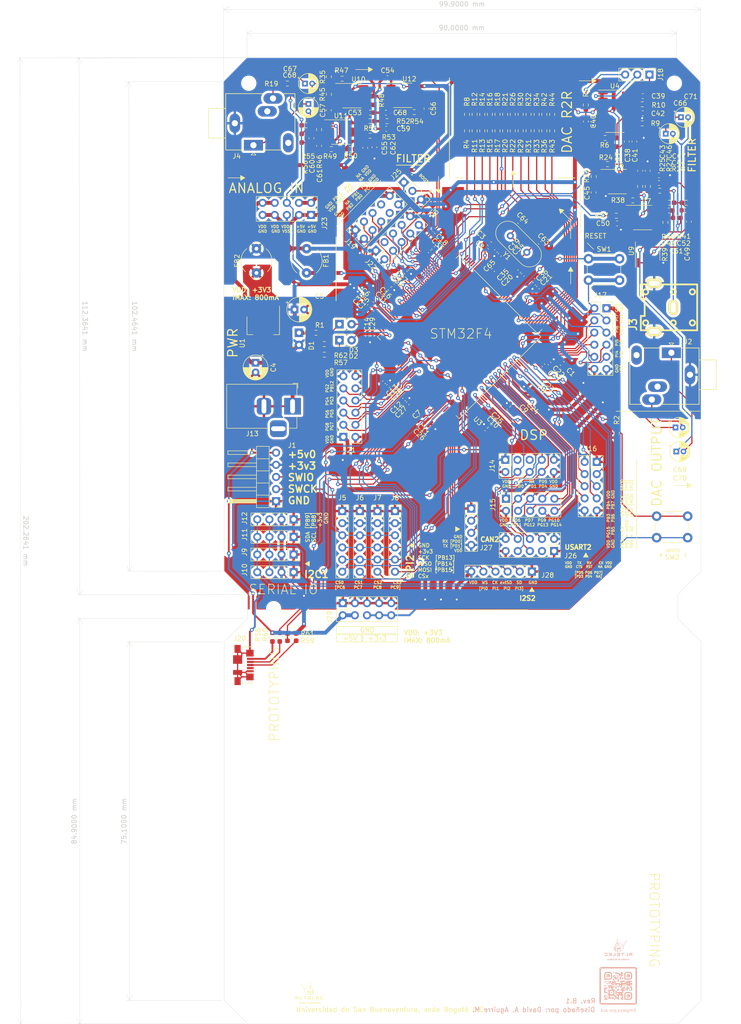
<source format=kicad_pcb>
(kicad_pcb (version 20221018) (generator pcbnew)
  (title_block (title "DSP Board") (date "2023-06-30") (rev "rev. B.1") (company "David A. Aguirre M. @ ALTELEC"))
  (layers (0 "F.Cu" signal) (31 "B.Cu" signal) (34 "B.Paste" user) (35 "F.Paste" user) (36 "B.SilkS" user "B.Silkscreen") (37 "F.SilkS" user "F.Silkscreen") (38 "B.Mask" user) (39 "F.Mask" user) (44 "Edge.Cuts" user))
  (net 0 "")
  (net 1 "GND")
  (net 2 "VDD")
  (net 3 "+5V")
  (net 4 "Net-(U3-VCAP_1)")
  (net 5 "/PC0")
  (net 6 "/PC1")
  (net 7 "/PC2")
  (net 8 "/PC3")
  (net 9 "Net-(U3-VCAP_2)")
  (net 10 "Net-(U4C--)")
  (net 11 "Net-(R12-Pad1)")
  (net 12 "Net-(R14-Pad1)")
  (net 13 "Net-(R21-Pad1)")
  (net 14 "Net-(U4D--)")
  (net 15 "VBAT")
  (net 16 "PI10")
  (net 17 "PI4")
  (net 18 "PI11")
  (net 19 "NRST")
  (net 20 "/PA0")
  (net 21 "/PA1")
  (net 22 "/PA2")
  (net 23 "/PA3")
  (net 24 "PB11")
  (net 25 "PB10")
  (net 26 "CS2")
  (net 27 "CS3")
  (net 28 "VSSA")
  (net 29 "Net-(U4B-+)")
  (net 30 "Net-(U6B--)")
  (net 31 "VDDA")
  (net 32 "Net-(U9A--)")
  (net 33 "Net-(R11-Pad2)")
  (net 34 "Net-(R16-Pad1)")
  (net 35 "Net-(R18-Pad1)")
  (net 36 "Net-(U6A-+)")
  (net 37 "Net-(R30-Pad1)")
  (net 38 "Net-(R32-Pad1)")
  (net 39 "Net-(R34-Pad1)")
  (net 40 "PI5")
  (net 41 "PI6")
  (net 42 "/PH0")
  (net 43 "/PH1")
  (net 44 "Net-(C67-Pad2)")
  (net 45 "/PH2")
  (net 46 "/PH3")
  (net 47 "/PH4")
  (net 48 "/PH5")
  (net 49 "/PH6")
  (net 50 "/PH7")
  (net 51 "/PH8")
  (net 52 "/PH9")
  (net 53 "/PH12")
  (net 54 "Net-(U7B--)")
  (net 55 "PI7")
  (net 56 "PI8")
  (net 57 "Net-(U9B--)")
  (net 58 "Net-(U7A-+)")
  (net 59 "Net-(C38-Pad2)")
  (net 60 "Net-(U10B--)")
  (net 61 "Net-(C39-Pad2)")
  (net 62 "/Analog/DAC_R2R_OUT")
  (net 63 "Net-(U11B--)")
  (net 64 "Net-(C43-Pad2)")
  (net 65 "Net-(U10A-+)")
  (net 66 "Net-(C44-Pad2)")
  (net 67 "Net-(U11A-+)")
  (net 68 "Net-(C48-Pad2)")
  (net 69 "Net-(D1-K)")
  (net 70 "Net-(C49-Pad2)")
  (net 71 "Net-(D2-K)")
  (net 72 "Net-(C53-Pad2)")
  (net 74 "Net-(C54-Pad2)")
  (net 75 "Net-(C55-Pad2)")
  (net 77 "Net-(C56-Pad2)")
  (net 78 "Net-(J18-Pin_2)")
  (net 79 "Net-(J18-Pin_3)")
  (net 82 "Net-(R26-Pad1)")
  (net 83 "Net-(J20-VBUS)")
  (net 84 "Net-(J20-D-)")
  (net 85 "Net-(J20-D+)")
  (net 86 "Net-(R42-Pad1)")
  (net 89 "Net-(J25-Pin_2)")
  (net 91 "/PE11")
  (net 92 "/Analog/DAC_OUT_R")
  (net 93 "/Analog/DAC_OUT_L")
  (net 94 "PA6")
  (net 95 "PA7")
  (net 96 "/Analog/Stereo_R")
  (net 97 "/Analog/Stereo_L")
  (net 98 "PA4")
  (net 99 "PA5")
  (net 100 "MOSI")
  (net 101 "MISO")
  (net 102 "PB8")
  (net 103 "PB9")
  (net 104 "/PF0")
  (net 105 "/PF1")
  (net 106 "/PF2")
  (net 107 "/PF3")
  (net 108 "/PF4")
  (net 109 "/PF5")
  (net 110 "/PF6")
  (net 111 "CAN_RX")
  (net 112 "CAN_TX")
  (net 113 "PD3")
  (net 114 "PD4")
  (net 115 "/PF7")
  (net 116 "/PF8")
  (net 117 "/PF9")
  (net 118 "/PF10")
  (net 119 "/PF12")
  (net 120 "/PF13")
  (net 121 "/PF14")
  (net 122 "/PF15")
  (net 123 "PA13")
  (net 124 "PA14")
  (net 125 "PB13")
  (net 126 "PD5")
  (net 127 "PD6")
  (net 128 "CS0")
  (net 129 "CS1")
  (net 130 "PG11")
  (net 131 "PG12")
  (net 132 "PG9")
  (net 133 "PG13")
  (net 134 "PG10")
  (net 135 "PG14")
  (net 136 "PD7")
  (net 137 "PG15")
  (net 138 "PB5")
  (net 139 "PB3")
  (net 140 "PB6")
  (net 141 "PB4")
  (net 142 "PB7")
  (net 143 "PI9")
  (net 144 "/PD8")
  (net 145 "/PD9")
  (net 146 "Net-(U4A-+)")
  (net 147 "Net-(U4B--)")
  (net 148 "/PD2")
  (net 149 "PG8")
  (net 150 "PG7")
  (net 151 "PG6")
  (net 152 "PG5")
  (net 153 "PG4")
  (net 154 "PG3")
  (net 155 "BOOT1")
  (net 156 "PB1")
  (net 157 "PB0")
  (net 158 "PC5")
  (net 159 "PC4")
  (net 160 "Net-(U4C-+)")
  (net 161 "Net-(U4D-+)")
  (net 162 "/PE10")
  (net 163 "/PE9")
  (net 164 "/PE8")
  (net 165 "/PE7")
  (net 166 "/PE6")
  (net 167 "/PE5")
  (net 168 "Net-(U6A--)")
  (net 169 "Net-(U6B-+)")
  (net 170 "Net-(U9A-+)")
  (net 171 "/PE4")
  (net 172 "BOOT0")
  (net 173 "/PE3")
  (net 174 "/PE2")
  (net 175 "/PE1")
  (net 176 "I2S2_SD")
  (net 177 "I2S2_extSD")
  (net 178 "I2S2_CK")
  (net 179 "I2S2_WS")
  (net 180 "/PA15")
  (net 181 "/PH15")
  (net 182 "/PH14")
  (net 183 "/PH13")
  (net 184 "Net-(C68-Pad2)")
  (net 185 "Net-(U7A--)")
  (net 186 "/PA10")
  (net 187 "/PA9")
  (net 188 "/PA8")
  (net 189 "/PD15")
  (net 190 "/PD14")
  (net 191 "/PD13")
  (net 192 "/PD12")
  (net 193 "/PD11")
  (net 194 "/PD10")
  (net 195 "/PC12")
  (net 196 "/PC11")
  (net 197 "/PC10")
  (net 198 "/PC15")
  (net 199 "/PC14")
  (net 200 "/PC13")
  (net 201 "PG2")
  (net 202 "PG1")
  (net 203 "PG0")
  (net 204 "PB12")
  (net 205 "Net-(U7B-+)")
  (net 206 "Net-(U9B-+)")
  (net 207 "/PE0")
  (net 208 "Net-(U10A--)")
  (net 209 "Net-(U10B-+)")
  (net 210 "Net-(U11A--)")
  (net 211 "PH11")
  (net 212 "Net-(U11B-+)")
  (net 213 "/PE12")
  (net 214 "/PE13")
  (net 215 "/PE14")
  (net 216 "/PE15")
  (net 217 "Net-(U12A-+)")
  (net 218 "/PF11")
  (net 219 "Net-(U12B-+)")
  (net 221 "PA12")
  (net 222 "PA11")
  (net 223 "Net-(J18-Pin_1)")
  (net 224 "Net-(D3-K)")
  (net 225 "PH10")
  (footprint "Capacitor_SMD:C_0402_1005Metric" (layer "F.Cu") (at 206.107705 115.376355 135)
    (fp_text reference "C11")
    (fp_text value "100nF")
  )
  (footprint "Capacitor_SMD:C_0402_1005Metric" (layer "F.Cu") (at 200.653707 110.927943 -135)
    (fp_text reference "C12")
    (fp_text value "100nF")
  )
  (footprint "Capacitor_SMD:C_0402_1005Metric" (layer "F.Cu") (at 198.349 87.02 135)
    (fp_text reference "C16")
    (fp_text value "100nF")
  )
  (footprint "Capacitor_SMD:C_0402_1005Metric" (layer "F.Cu") (at 196.444 107.34 -135)
    (fp_text reference "C13")
    (fp_text value "100nF")
  )
  (footprint "Capacitor_SMD:C_0402_1005Metric" (layer "F.Cu") (at 222.547072 112.757996 -45)
    (fp_text reference "C9")
    (fp_text value "100nF")
  )
  (footprint "Capacitor_SMD:C_0402_1005Metric" (layer "F.Cu") (at 219.890411 79.846359 45)
    (fp_text reference "C19")
    (fp_text value "100nF")
  )
  (footprint "Capacitor_SMD:C_0603_1608Metric" (layer "F.Cu") (at 233.782 103.403 -45)
    (fp_text reference "C1")
    (fp_text value "10uF")
  )
  (footprint "Capacitor_SMD:C_0402_1005Metric" (layer "F.Cu") (at 206.010589 79.949589 135)
    (fp_text reference "C18")
    (fp_text value "100nF")
  )
  (footprint "Capacitor_SMD:C_0402_1005Metric" (layer "F.Cu") (at 225.527 84.861 45)
    (fp_text reference "C20")
    (fp_text value "100nF")
  )
  (footprint "Capacitor_SMD:C_0402_1005Metric" (layer "F.Cu") (at 201.810212 83.591 135)
    (fp_text reference "C17")
    (fp_text value "100nF")
  )
  (footprint "Capacitor_SMD:C_0402_1005Metric" (layer "F.Cu") (at 192.980124 97.688 90)
    (fp_text reference "C14")
    (fp_text value "100nF")
  )
  (footprint "Capacitor_SMD:C_0603_1608Metric" (layer "F.Cu") (at 218.543116 78.324638 -45)
    (fp_text reference "C3")
    (fp_text value "10uF")
  )
  (footprint "Capacitor_SMD:C_0402_1005Metric" (layer "F.Cu") (at 228.702 87.528 45)
    (fp_text reference "C21")
    (fp_text value "100nF")
  )
  (footprint "Capacitor_SMD:C_0402_1005Metric" (layer "F.Cu") (at 218.034 79.654 -45)
    (fp_text reference "C2")
    (fp_text value "100nF")
  )
  (footprint "Resistor_SMD:R_0603_1608Metric_Pad0.98x0.95mm_HandSolder" (layer "F.Cu") (at 245.212 118.008 90)
    (fp_text reference "R2")
    (fp_text value "10k")
  )
  (footprint "Capacitor_SMD:C_0603_1608Metric" (layer "F.Cu") (at 204.145484 114.792992 -135)
    (fp_text reference "C7")
    (fp_text value "2.2uF")
  )
  (footprint "Package_QFP:LQFP-176_24x24mm_P0.5mm" (layer "F.Cu") (at 212.192 97.815 -135)
    (fp_text reference "U3")
    (fp_text value "STM32F407IGT6")
  )
  (footprint "Capacitor_SMD:C_0402_1005Metric" (layer "F.Cu") (at 226.438 108.872 -45)
    (fp_text reference "C8")
    (fp_text value "100nF")
  )
  (footprint "Capacitor_SMD:C_0402_1005Metric" (layer "F.Cu") (at 217.844266 117.19919 -45)
    (fp_text reference "C10")
    (fp_text value "100nF")
  )
  (footprint "Capacitor_SMD:C_0603_1608Metric" (layer "F.Cu") (at 194.539 90.195 135)
    (fp_text reference "C6")
    (fp_text value "2.2uF")
  )
  (footprint "Capacitor_SMD:C_0402_1005Metric" (layer "F.Cu") (at 223.241 112.039 -45)
    (fp_text reference "C24")
    (fp_text value "100nF")
  )
  (footprint "Capacitor_SMD:C_0402_1005Metric" (layer "F.Cu") (at 218.542 116.484 -45)
    (fp_text reference "C25")
    (fp_text value "100nF")
  )
  (footprint "Capacitor_SMD:C_0402_1005Metric" (layer "F.Cu") (at 205.368765 116.137765 135)
    (fp_text reference "C26")
    (fp_text value "100nF")
  )
  (footprint "Capacitor_SMD:C_0402_1005Metric" (layer "F.Cu") (at 201.438589 111.743411 -135)
    (fp_text reference "C27")
    (fp_text value "100nF")
  )
  (footprint "Capacitor_SMD:C_0402_1005Metric" (layer "F.Cu") (at 197.333 108.102 -135)
    (fp_text reference "C28")
    (fp_text value "100nF")
  )
  (footprint "Capacitor_SMD:C_0402_1005Metric" (layer "F.Cu") (at 194.031 97.688 90)
    (fp_text reference "C29")
    (fp_text value "100nF")
  )
  (footprint "Capacitor_SMD:C_0402_1005Metric" (layer "F.Cu") (at 193.289 91.395 -135)
    (fp_text reference "C30")
    (fp_text value "100nF")
  )
  (footprint "Capacitor_SMD:C_0402_1005Metric" (layer "F.Cu") (at 197.629858 87.742898 135)
    (fp_text reference "C31")
    (fp_text value "100nF")
  )
  (footprint "Capacitor_SMD:C_0402_1005Metric" (layer "F.Cu") (at 201.023085 84.345915 135)
    (fp_text reference "C32")
    (fp_text value "100nF")
  )
  (footprint "Capacitor_SMD:C_0402_1005Metric" (layer "F.Cu") (at 206.760135 79.207095 135)
    (fp_text reference "C33")
    (fp_text value "100nF")
  )
  (footprint "Capacitor_SMD:C_0402_1005Metric" (layer "F.Cu") (at 220.701 80.67 45)
    (fp_text reference "C34")
    (fp_text value "100nF")
  )
  (footprint "Capacitor_SMD:C_0402_1005Metric" (layer "F.Cu") (at 227.902 86.728 45)
    (fp_text reference "C36")
    (fp_text value "100nF")
  )
  (footprint "Capacitor_SMD:C_0402_1005Metric" (layer "F.Cu") (at 229.845 103.784 -45)
    (fp_text reference "C37")
    (fp_text value "100nF")
  )
  (footprint "Capacitor_SMD:C_0603_1608Metric" (layer "F.Cu") (at 238.7385 52.7355 -90)
    (fp_text reference "C40")
    (fp_text value "100p")
  )
  (footprint "Capacitor_SMD:C_0603_1608Metric" (layer "F.Cu") (at 250.125 63.05 90)
    (fp_text reference "C43")
    (fp_text value "160p")
  )
  (footprint "Capacitor_SMD:C_0603_1608Metric" (layer "F.Cu") (at 254.05 65.625 180)
    (fp_text reference "C44")
    (fp_text value "1.1n")
  )
  (footprint "Capacitor_SMD:C_0603_1608Metric" (layer "F.Cu") (at 240.386 67.589 -90)
    (fp_text reference "C45")
    (fp_text value "100p")
  )
  (footprint "Capacitor_SMD:C_0603_1608Metric" (layer "F.Cu") (at 254.05 64)
    (fp_text reference "C47")
    (fp_text value "100p")
  )
  (footprint "Capacitor_SMD:C_0603_1608Metric" (layer "F.Cu") (at 197.1675 43.642 180)
    (fp_text reference "C54")
    (fp_text value "1.1n")
  )
  (footprint "Capacitor_SMD:C_0603_1608Metric" (layer "F.Cu") (at 196.9175 54.267)
    (fp_text reference "C59")
    (fp_text value "100p")
  )
  (footprint "Capacitor_SMD:C_0603_1608Metric" (layer "F.Cu") (at 194.4425 58.142 -90)
    (fp_text reference "C62")
    (fp_text value "100p")
  )
  (footprint "Resistor_SMD:R_0603_1608Metric_Pad0.98x0.95mm_HandSolder" (layer "F.Cu") (at 213.836 54.6955 90)
    (fp_text reference "R4")
    (fp_text value "20k")
  )
  (footprint "Resistor_SMD:R_0603_1608Metric_Pad0.98x0.95mm_HandSolder" (layer "F.Cu") (at 213.836 51.2455 -90)
    (fp_text reference "R8")
    (fp_text value "10k")
  )
  (footprint "Resistor_SMD:R_0603_1608Metric_Pad0.98x0.95mm_HandSolder" (layer "F.Cu") (at 215.436001 54.6955 90)
    (fp_text reference "R11")
    (fp_text value "20k")
  )
  (footprint "Resistor_SMD:R_0603_1608Metric_Pad0.98x0.95mm_HandSolder" (layer "F.Cu") (at 215.436 51.2455 -90)
    (fp_text reference "R12")
    (fp_text value "10k")
  )
  (footprint "Resistor_SMD:R_0603_1608Metric_Pad0.98x0.95mm_HandSolder" (layer "F.Cu") (at 217.035999 54.6955 90)
    (fp_text reference "R13")
    (fp_text value "20k")
  )
  (footprint "Resistor_SMD:R_0603_1608Metric_Pad0.98x0.95mm_HandSolder" (layer "F.Cu") (at 217.036 51.2455 -90)
    (fp_text reference "R14")
    (fp_text value "10k")
  )
  (footprint "Resistor_SMD:R_0603_1608Metric_Pad0.98x0.95mm_HandSolder" (layer "F.Cu") (at 218.636 54.6955 90)
    (fp_text reference "R15")
    (fp_text value "20k")
  )
  (footprint "Resistor_SMD:R_0603_1608Metric_Pad0.98x0.95mm_HandSolder" (layer "F.Cu") (at 218.636 51.2455 -90)
    (fp_text reference "R16")
    (fp_text value "10k")
  )
  (footprint "Resistor_SMD:R_0603_1608Metric_Pad0.98x0.95mm_HandSolder" (layer "F.Cu") (at 220.236 54.6955 90)
    (fp_text reference "R17")
    (fp_text value "20k")
  )
  (footprint "Resistor_SMD:R_0603_1608Metric_Pad0.98x0.95mm_HandSolder" (layer "F.Cu") (at 220.236001 51.2455 -90)
    (fp_text reference "R18")
    (fp_text value "10k")
  )
  (footprint "Resistor_SMD:R_0603_1608Metric_Pad0.98x0.95mm_HandSolder" (layer "F.Cu") (at 221.836 54.6955 90)
    (fp_text reference "R20")
    (fp_text value "20k")
  )
  (footprint "Resistor_SMD:R_0603_1608Metric_Pad0.98x0.95mm_HandSolder" (layer "F.Cu") (at 221.836 51.2455 -90)
    (fp_text reference "R21")
    (fp_text value "10k")
  )
  (footprint "Resistor_SMD:R_0603_1608Metric_Pad0.98x0.95mm_HandSolder" (layer "F.Cu") (at 223.436 54.6955 90)
    (fp_text reference "R22")
    (fp_text value "20k")
  )
  (footprint "Resistor_SMD:R_0603_1608Metric_Pad0.98x0.95mm_HandSolder" (layer "F.Cu") (at 240.386 64.287 -90)
    (fp_text reference "R23")
    (fp_text value "8k2")
  )
  (footprint "Resistor_SMD:R_0603_1608Metric_Pad0.98x0.95mm_HandSolder" (layer "F.Cu") (at 243.275 61.675)
    (fp_text reference "R24")
    (fp_text value "5k1")
  )
  (footprint "Resistor_SMD:R_0603_1608Metric_Pad0.98x0.95mm_HandSolder" (layer "F.Cu") (at 250.125 66.325 -90)
    (fp_text reference "R25")
    (fp_text value "8k2")
  )
  (footprint "Resistor_SMD:R_0603_1608Metric_Pad0.98x0.95mm_HandSolder" (layer "F.Cu") (at 223.436 51.2455 -90)
    (fp_text reference "R26")
    (fp_text value "10k")
  )
  (footprint "Resistor_SMD:R_0603_1608Metric_Pad0.98x0.95mm_HandSolder" (layer "F.Cu") (at 251.725 66.325 -90)
    (fp_text reference "R27")
    (fp_text value "2k")
  )
  (footprint "Resistor_SMD:R_0603_1608Metric_Pad0.98x0.95mm_HandSolder" (layer "F.Cu") (at 254.225 67.225)
    (fp_text reference "R28")
    (fp_text value "3k")
  )
  (footprint "Resistor_SMD:R_0603_1608Metric_Pad0.98x0.95mm_HandSolder" (layer "F.Cu") (at 225.086 54.6955 90)
    (fp_text reference "R29")
    (fp_text value "20k")
  )
  (footprint "Resistor_SMD:R_0603_1608Metric_Pad0.98x0.95mm_HandSolder" (layer "F.Cu") (at 225.086 51.2455 -90)
    (fp_text reference "R30")
    (fp_text value "10k")
  )
  (footprint "Resistor_SMD:R_0603_1608Metric_Pad0.98x0.95mm_HandSolder" (layer "F.Cu") (at 226.736 54.6955 90)
    (fp_text reference "R31")
    (fp_text value "20k")
  )
  (footprint "Resistor_SMD:R_0603_1608Metric_Pad0.98x0.95mm_HandSolder" (layer "F.Cu") (at 226.736 51.2455 -90)
    (fp_text reference "R32")
    (fp_text value "10k")
  )
  (footprint "Resistor_SMD:R_0603_1608Metric_Pad0.98x0.95mm_HandSolder" (layer "F.Cu") (at 228.436 54.6955 90)
    (fp_text reference "R33")
    (fp_text value "20k")
  )
  (footprint "Resistor_SMD:R_0603_1608Metric_Pad0.98x0.95mm_HandSolder" (layer "F.Cu") (at 228.436 51.2455 -90)
    (fp_text reference "R34")
    (fp_text value "10k")
  )
  (footprint "Resistor_SMD:R_0603_1608Metric_Pad0.98x0.95mm_HandSolder" (layer "F.Cu") (at 230.036001 54.6955 90)
    (fp_text reference "R36")
    (fp_text value "20k")
  )
  (footprint "Resistor_SMD:R_0603_1608Metric_Pad0.98x0.95mm_HandSolder" (layer "F.Cu") (at 245.134 72.475)
    (fp_text reference "R37")
    (fp_text value "8k2")
  )
  (footprint "Resistor_SMD:R_0603_1608Metric_Pad0.98x0.95mm_HandSolder" (layer "F.Cu") (at 230.036 51.2455 -90)
    (fp_text reference "R42")
    (fp_text value "10k")
  )
  (footprint "Resistor_SMD:R_0603_1608Metric_Pad0.98x0.95mm_HandSolder" (layer "F.Cu") (at 231.686 54.6955 90)
    (fp_text reference "R43")
    (fp_text value "20k")
  )
  (footprint "Package_SO:SOIC-8_3.9x4.9mm_P1.27mm" (layer "F.Cu") (at 245.325 65.325)
    (fp_text reference "U6")
    (fp_text value "TL082")
  )
  (footprint "Package_SO:SOIC-8_3.9x4.9mm_P1.27mm" (layer "F.Cu") (at 251.689 79.843 90)
    (fp_text reference "U9")
    (fp_text value "TL082")
  )
  (footprint "Connector_Audio:Jack_3.5mm_Ledino_KB3SPRS_Horizontal" (layer "F.Cu") (at 169.096 57.7045)
    (fp_text reference "J4")
    (fp_text value "Stereo IN")
  )
  (footprint "Capacitor_SMD:C_0402_1005Metric" (layer "F.Cu") (at 227.188 108.112 -45)
    (fp_text reference "C23")
    (fp_text value "100nF")
  )
  (footprint "av_connectors:rca_black" (layer "F.Cu") (at 257.059 91.649 90)
    (fp_text reference "J3")
    (fp_text value "DAC_R2R")
  )
  (footprint "Capacitor_SMD:C_0402_1005Metric" (layer "F.Cu") (at 194.039 92.145 -135)
    (fp_text reference "C15")
    (fp_text value "100nF")
  )
  (footprint "Connector_PinSocket_2.54mm:PinSocket_1x06_P2.54mm_Vertical" (layer "F.Cu") (at 187.706 134.289)
    (fp_text reference "J5")
    (fp_text value "Conn_01x06")
  )
  (footprint "Connector_PinSocket_2.54mm:PinSocket_1x06_P2.54mm_Vertical" (layer "F.Cu") (at 191.389 134.289)
    (fp_text reference "J6")
    (fp_text value "Conn_01x06")
  )
  (footprint "Connector_PinSocket_2.54mm:PinSocket_1x06_P2.54mm_Vertical" (layer "F.Cu") (at 195.072 134.289)
    (fp_text reference "J7")
    (fp_text value "Conn_01x06")
  )
  (footprint "Connector_PinSocket_2.54mm:PinSocket_1x06_P2.54mm_Vertical" (layer "F.Cu") (at 198.755 134.289)
    (fp_text reference "J8")
    (fp_text value "Conn_01x06")
  )
  (footprint "Connector_PinSocket_2.54mm:PinSocket_1x04_P2.54mm_Vertical" (layer "F.Cu") (at 177.521 143.383 -90)
    (fp_text reference "J9")
    (fp_text value "I2C_04")
  )
  (footprint "Connector_PinSocket_2.54mm:PinSocket_1x04_P2.54mm_Vertical" (layer "F.Cu") (at 177.521 147.091 -90)
    (fp_text reference "J10")
    (fp_text value "I2C_03")
  )
  (footprint "Connector_PinSocket_2.54mm:PinSocket_1x04_P2.54mm_Vertical" (layer "F.Cu") (at 177.531 139.7 -90)
    (fp_text reference "J11")
    (fp_text value "I2C_02")
  )
  (footprint "Capacitor_SMD:C_0402_1005Metric" (layer "F.Cu") (at 224.771456 84.098254 45)
    (fp_text reference "C35")
    (fp_text value "100nF")
  )
  (footprint "Capacitor_SMD:C_0402_1005Metric" (layer "F.Cu") (at 231.115 103.403 -45)
    (fp_text reference "C22")
    (fp_text value "100nF")
  )
  (footprint "Resistor_SMD:R_0603_1608Metric_Pad0.98x0.95mm_HandSolder" (layer "F.Cu") (at 231.686 51.2455 -90)
    (fp_text reference "R44")
    (fp_text value "20k")
  )
  (footprint "Capacitor_SMD:C_0603_1608Metric" (layer "F.Cu") (at 251.7 63.05 90)
    (fp_text reference "C46")
    (fp_text value "100p")
  )
  (footprint "Resistor_SMD:R_0603_1608Metric_Pad0.98x0.95mm_HandSolder" (layer "F.Cu") (at 182.193 96.971)
    (fp_text reference "R1")
    (fp_text value "330R")
  )
  (footprint "LED_THT:LED_D1.8mm_W3.3mm_H2.4mm" (layer "F.Cu") (at 178.637 96.966 -90)
    (fp_text reference "D1")
    (fp_text value "PWR 3V3")
  )
  (footprint "Package_TO_SOT_SMD:SOT-223-3_TabPin2" (layer "F.Cu") (at 171.148 95.457 -90)
    (fp_text reference "U1")
    (fp_text value "LM1117-3.3")
  )
  (footprint "Capacitor_SMD:C_0603_1608Metric" (layer "F.Cu") (at 250.6625 51.0275 180)
    (fp_text reference "C42")
    (fp_text value "100p")
  )
  (footprint "Capacitor_SMD:C_0603_1608Metric" (layer "F.Cu") (at 248.9205 56.9375 90)
    (fp_text reference "C41")
    (fp_text value "100p")
  )
  (footprint "Capacitor_SMD:C_0603_1608Metric" (layer "F.Cu") (at 250.6625 47.4275)
    (fp_text reference "C39")
    (fp_text value "1.1n")
  )
  (footprint "Capacitor_SMD:C_0603_1608Metric" (layer "F.Cu") (at 247.3205 56.9375 -90)
    (fp_text reference "C38")
    (fp_text value "160p")
  )
  (footprint "Package_SO:SOIC-14_3.9x8.7mm_P1.27mm" (layer "F.Cu") (at 244.8205 50.5875)
    (fp_text reference "U4")
    (fp_text value "TL084")
  )
  (footprint "Resistor_SMD:R_0603_1608Metric_Pad0.98x0.95mm_HandSolder" (layer "F.Cu") (at 245.2705 57.1 90)
    (fp_text reference "R7")
    (fp_text value "8k2")
  )
  (footprint "Resistor_SMD:R_0603_1608Metric_Pad0.98x0.95mm_HandSolder" (layer "F.Cu") (at 250.5625 49.1275 180)
    (fp_text reference "R10")
    (fp_text value "3k")
  )
  (footprint "Resistor_SMD:R_0603_1608Metric_Pad0.98x0.95mm_HandSolder" (layer "F.Cu") (at 250.5625 53.1375)
    (fp_text reference "R9")
    (fp_text value "2k")
  )
  (footprint "Resistor_SMD:R_0603_1608Metric_Pad0.98x0.95mm_HandSolder" (layer "F.Cu") (at 238.7385 49.283 -90)
    (fp_text reference "R5")
    (fp_text value "8k2")
  )
  (footprint "Resistor_SMD:R_0603_1608Metric_Pad0.98x0.95mm_HandSolder" (layer "F.Cu") (at 242.7705 56.1875)
    (fp_text reference "R6")
    (fp_text value "5k1")
  )
  (footprint "Capacitor_SMD:C_0603_1608Metric" (layer "F.Cu") (at 256.134 71.375)
    (fp_text reference "C48")
    (fp_text value "160p")
  )
  (footprint "Capacitor_SMD:C_0603_1608Metric" (layer "F.Cu") (at 257.809 72.925)
    (fp_text reference "C51")
    (fp_text value "100p")
  )
  (footprint "Capacitor_SMD:C_0603_1608Metric" (layer "F.Cu") (at 259.584 71.325 180)
    (fp_text reference "C52")
    (fp_text value "100p")
  )
  (footprint "Capacitor_SMD:C_0603_1608Metric" (layer "F.Cu") (at 245.284 74.075)
    (fp_text reference "C50")
    (fp_text value "100p")
  )
  (footprint "Capacitor_SMD:C_0603_1608Metric" (layer "F.Cu") (at 260.334 73.7 90)
    (fp_text reference "C49")
    (fp_text value "1.1n")
  )
  (footprint "Package_SO:SOIC-8_3.9x4.9mm_P1.27mm" (layer "F.Cu") (at 250.634 72.85)
    (fp_text reference "U7")
    (fp_text value "TL082")
  )
  (footprint "Resistor_SMD:R_0603_1608Metric_Pad0.98x0.95mm_HandSolder" (layer "F.Cu") (at 255.409 73.8625 -90)
    (fp_text reference "R39")
    (fp_text value "8k2")
  )
  (footprint "Resistor_SMD:R_0603_1608Metric_Pad0.98x0.95mm_HandSolder" (layer "F.Cu") (at 259.759 69.75)
    (fp_text reference "R41")
    (fp_text value "3k")
  )
  (footprint "Resistor_SMD:R_0603_1608Metric_Pad0.98x0.95mm_HandSolder" (layer "F.Cu") (at 256.309 69.75)
    (fp_text reference "R40")
    (fp_text value "2k")
  )
  (footprint "Resistor_SMD:R_0603_1608Metric_Pad0.98x0.95mm_HandSolder" (layer "F.Cu") (at 248.584 69.25)
    (fp_text reference "R38")
    (fp_text value "5k1")
  )
  (footprint "Capacitor_SMD:C_0603_1608Metric" (layer "F.Cu") (at 181.2425 56.242 -90)
    (fp_text reference "C60")
    (fp_text value "100p")
  )
  (footprint "Package_SO:SOIC-8_3.9x4.9mm_P1.27mm" (layer "F.Cu") (at 200.3865 47.258)
    (fp_text reference "U12")
    (fp_text value "TL082")
  )
  (footprint "Package_SO:SOIC-8_3.9x4.9mm_P1.27mm" (layer "F.Cu") (at 187.4385 54.952)
    (fp_text reference "U11")
    (fp_text value "TL082")
  )
  (footprint "Capacitor_SMD:C_0603_1608Metric" (layer "F.Cu") (at 182.8425 57.842 90)
    (fp_text reference "C61")
    (fp_text value "100p")
  )
  (footprint "Capacitor_SMD:C_0603_1608Metric" (layer "F.Cu") (at 192.5185 58.254 -90)
    (fp_text reference "C55")
    (fp_text value "160p")
  )
  (footprint "Capacitor_SMD:C_0603_1608Metric" (layer "F.Cu") (at 205.3675 50.042 -90)
    (fp_text reference "C56")
    (fp_text value "1.1n")
  )
  (footprint "Capacitor_SMD:C_0603_1608Metric" (layer "F.Cu") (at 184.8985 50.393 -90)
    (fp_text reference "C57")
    (fp_text value "100p")
  )
  (footprint "Capacitor_SMD:C_0603_1608Metric" (layer "F.Cu") (at 193.5215 50.888)
    (fp_text reference "C53")
    (fp_text value "160p")
  )
  (footprint "Package_SO:SOIC-8_3.9x4.9mm_P1.27mm" (layer "F.Cu") (at 189.7245 47.332)
    (fp_text reference "U10")
    (fp_text value "TL082")
  )
  (footprint "Resistor_SMD:R_0603_1608Metric_Pad0.98x0.95mm_HandSolder" (layer "F.Cu") (at 202.78 50.767 180)
    (fp_text reference "R54")
    (fp_text value "3k")
  )
  (footprint "Resistor_SMD:R_0603_1608Metric_Pad0.98x0.95mm_HandSolder" (layer "F.Cu") (at 197.0905 52.666)
    (fp_text reference "R52")
    (fp_text value "3k")
  )
  (footprint "Resistor_SMD:R_0603_1608Metric_Pad0.98x0.95mm_HandSolder" (layer "F.Cu") (at 189.4705 58.508 180)
    (fp_text reference "R50")
    (fp_text value "8k2")
  )
  (footprint "Resistor_SMD:R_0603_1608Metric_Pad0.98x0.95mm_HandSolder" (layer "F.Cu") (at 187.6925 43.776)
    (fp_text reference "R47")
    (fp_text value "5k1")
  )
  (footprint "Resistor_SMD:R_0603_1608Metric_Pad0.98x0.95mm_HandSolder" (layer "F.Cu") (at 193.5345 52.666)
    (fp_text reference "R51")
    (fp_text value "2k")
  )
  (footprint "Resistor_SMD:R_0603_1608Metric_Pad0.98x0.95mm_HandSolder" (layer "F.Cu") (at 194.2965 48.348 -90)
    (fp_text reference "R48")
    (fp_text value "8k2")
  )
  (footprint "Resistor_SMD:R_0603_1608Metric_Pad0.98x0.95mm_HandSolder" (layer "F.Cu") (at 193.5345 55.714)
    (fp_text reference "R53")
    (fp_text value "2k")
  )
  (footprint "Resistor_SMD:R_0603_1608Metric_Pad0.98x0.95mm_HandSolder" (layer "F.Cu") (at 185.4065 58.508)
    (fp_text reference "R49")
    (fp_text value "5k1")
  )
  (footprint "Resistor_SMD:R_0603_1608Metric_Pad0.98x0.95mm_HandSolder" (layer "F.Cu") (at 182.8425 54.442 -90)
    (fp_text reference "R46")
    (fp_text value "8k2")
  )
  (footprint "Resistor_SMD:R_0603_1608Metric_Pad0.98x0.95mm_HandSolder" (layer "F.Cu") (at 184.918 47.052 -90)
    (fp_text reference "R45")
    (fp_text value "8k2")
  )
  (footprint "Capacitor_SMD:C_0603_1608Metric" (layer "F.Cu") (at 196.8425 50.892)
    (fp_text reference "C58")
    (fp_text value "100p")
  )
  (footprint "Connector_BarrelJack:BarrelJack_Horizontal" (layer "F.Cu") (at 177.298 112.3515)
    (fp_text reference "J13")
    (fp_text value "Jack-DC")
  )
  (footprint "Connector_Audio:Jack_3.5mm_Ledino_KB3SPRS_Horizontal" (layer "F.Cu") (at 256.659 101.149 180)
    (fp_text reference "J2")
    (fp_text value "Stereo OUT")
  )
  (footprint "Connector_PinSocket_2.54mm:PinSocket_1x04_P2.54mm_Vertical" (layer "F.Cu") (at 177.521 136.042 -90)
    (fp_text reference "J12")
    (fp_text value "I2C_01")
  )
  (footprint "Connector_PinSocket_2.54mm:PinSocket_1x04_P2.54mm_Vertical" (layer "F.Cu") (at 214.732 133.766)
    (fp_text reference "J27")
    (fp_text value "CAN2")
  )
  (footprint "Button_Switch_THT:SW_PUSH_6mm" (layer "F.Cu") (at 253.5698 135.3668)
    (fp_text reference "SW2")
    (fp_text value "BOOT0")
  )
  (footprint "Connector_PinSocket_2.54mm:PinSocket_2x05_P2.54mm_Vertical" (layer "F.Cu") (at 190.456949 75.481051 135)
    (fp_text reference "J19")
    (fp_text value "Conn_02x05_Odd_Even")
  )
  (footprint "Connector_PinSocket_2.54mm:PinSocket_2x05_P2.54mm_Vertical" (layer "F.Cu") (at 221.878 123.562 90)
    (fp_text reference "J14")
    (fp_text value "Conn_02x05_Odd_Even")
  )
  (footprint "Connector_PinSocket_2.54mm:PinSocket_2x06_P2.54mm_Vertical" (layer "F.Cu") (at 243.053 91.846)
    (fp_text reference "J17")
    (fp_text value "Conn_02x08_Odd_Even")
  )
  (footprint "MountingHole:MountingHole_2.7mm_M2.5" (layer "F.Cu") (at 168.123 44.729)
    (fp_text reference "REF**" hide)
    (fp_text value "MountingHole_2.7mm_M2.5")
  )
  (footprint "Connector_PinHeader_2.54mm:PinHeader_1x05_P2.54mm_Horizontal" (layer "F.Cu") (at 173.838 132.232 180)
    (fp_text reference "J1")
    (fp_text value "SWD")
  )
  (footprint "Connector_PinSocket_2.54mm:PinSocket_1x06_P2.54mm_Vertical" (layer "F.Cu") (at 227.432 146.964 -90)
    (fp_text reference "J28")
    (fp_text value "I2S2")
  )
  (footprint "Resistor_SMD:R_0603_1608Metric_Pad0.98x0.95mm_HandSolder" (layer "F.Cu") (at 176.208 44.802 180)
    (fp_text reference "R19")
    (fp_text value "10k")
  )
  (footprint "Resistor_SMD:R_0603_1608Metric_Pad0.98x0.95mm_HandSolder" (layer "F.Cu") (at 180.108 53.532 180)
    (fp_text reference "R55")
    (fp_text value "10k")
  )
  (footprint "LED_THT:LED_D1.8mm_W3.3mm_H2.4mm" (layer "F.Cu") (at 187.1172 95.1734)
    (fp_text reference "D3")
    (fp_text value "LED 0")
  )
  (footprint "Connector_PinHeader_2.54mm:PinHeader_1x03_P2.54mm_Vertical" (layer "F.Cu") (at 252.063 42.922 -90)
    (fp_text reference "J18")
    (fp_text value "DAC_OUT_SELECTOR")
  )
  (footprint "Capacitor_THT:CP_Radial_D4.0mm_P1.50mm" (layer "F.Cu") (at 257.697401 121.818)
    (fp_text reference "C70")
    (fp_text value "1uF")
  )
  (footprint "MountingHole:MountingHole_2.7mm_M2.5" (layer "F.Cu") (at 168.123 236.442)
    (fp_text reference "REF**" hide)
    (fp_text value "MountingHole_2.7mm_M2.5")
  )
  (footprint "Capacitor_SMD:C_0402_1005Metric" (layer "F.Cu") (at 229.083 78.13 -45)
    (fp_text reference "C63")
    (fp_text value "20pF")
  )
  (footprint "Resistor_SMD:R_0603_1608Metric_Pad0.98x0.95mm_HandSolder" (layer "F.Cu") (at 206.0198 70.9926 -135)
    (fp_text reference "R3")
    (fp_text value "10k")
  )
  (footprint "Crystal:Crystal_HC49-4H_Vertical" (layer "F.Cu") (at 226.370412 80.116412 135)
    (fp_text reference "Y1")
    (fp_text value "Crystal")
  )
  (footprint "Button_Switch_THT:SW_PUSH_6mm" (layer "F.Cu") (at 239.295 81.468)
    (fp_text reference "SW1")
    (fp_text value "RESET")
  )
  (footprint "Resistor_SMD:R_0603_1608Metric_Pad0.98x0.95mm_HandSolder" (layer "F.Cu") (at 183.9472 101.5488 180)
    (fp_text reference "R57")
    (fp_text value "330R")
  )
  (footprint "MountingHole:MountingHole_2.7mm_M2.5" (layer "F.Cu") (at 257.277 236.442)
    (fp_text reference "REF**" hide)
    (fp_text value "MountingHole_2.7mm_M2.5")
  )
  (footprint "Capacitor_SMD:C_0402_1005Metric" (layer "F.Cu") (at 219.304 83.845 45)
    (fp_text reference "C65")
    (fp_text value "100nF")
  )
  (footprint "Connector_PinSocket_2.54mm:PinSocket_2x05_P2.54mm_Vertical" (layer "F.Cu") (at 222.001 131.704 90)
    (fp_text reference "J15")
    (fp_text value "Conn_02x05_Odd_Even")
  )
  (footprint "Capacitor_THT:CP_Radial_D4.0mm_P1.50mm" (layer "F.Cu") (at 179.895401 44.792)
    (fp_text reference "C67")
    (fp_text value "1uF")
  )
  (footprint "Connector_PinSocket_2.54mm:PinSocket_2x05_P2.54mm_Vertical" (layer "F.Cu") (at 187.808 153.568 90)
    (fp_text reference "J29")
    (fp_text value "Conn_02x05_Odd_Even")
  )
  (footprint "Ferrite_THT:LairdTech_28C0236-0JW-10" (layer "F.Cu") (at 169.7325 84.4455 90)
    (fp_text reference "FB2")
    (fp_text value "FerriteBead_Small")
  )
  (footprint "Resistor_SMD:R_0603_1608Metric_Pad0.98x0.95mm_HandSolder" (layer "F.Cu") (at 173.076 160.68 90)
    (fp_text reference "R58")
    (fp_text value "10R")
  )
  (footprint "Resistor_SMD:R_0603_1608Metric_Pad0.98x0.95mm_HandSolder" (layer "F.Cu") (at 177.14 159.918 180)
    (fp_text reference "R61")
    (fp_text value "1k5")
  )
  (footprint "MountingHole:MountingHole_2.7mm_M2.5" (layer "F.Cu") (at 257.277 44.729)
    (fp_text reference "REF**" hide)
    (fp_text value "MountingHole_2.7mm_M2.5")
  )
  (footprint "Resistor_SMD:R_0603_1608Metric_Pad0.98x0.95mm_HandSolder" (layer "F.Cu") (at 177.14 161.442 180)
    (fp_text reference "R59")
    (fp_text value "22R")
  )
  (footprint "MountingHole:MountingHole_2.7mm_M2.5" (layer "F.Cu") (at 253.34 154.711)
    (fp_text reference "REF**" hide)
    (fp_text value "MountingHole_2.7mm_M2.5")
  )
  (footprint "Connector_PinSocket_2.54mm:PinSocket_2x05_P2.54mm_Vertical" (layer "F.Cu") (at 194.756898 79.781 135)
    (fp_text reference "J22")
    (fp_text value "Conn_02x05_Odd_Even")
  )
  (footprint "Resistor_SMD:R_0603_1608Metric_Pad0.98x0.95mm_HandSolder" (layer "F.Cu") (at 179.198 56.232 90)
    (fp_text reference "R56")
    (fp_text value "10k")
  )
  (footprint "Capacitor_THT:CP_Radial_D4.0mm_P1.50mm" (layer "F.Cu") (at 257.525401 116.792)
    (fp_text reference "C69")
    (fp_text value "1uF")
  )
  (footprint "Resistor_SMD:R_0603_1608Metric_Pad0.98x0.95mm_HandSolder" (layer "F.Cu") (at 183.9472 99.339 180)
    (fp_text reference "R62")
    (fp_text value "330R")
  )
  (footprint "Capacitor_THT:CP_Radial_D5.0mm_P2.00mm" (layer "F.Cu") (at 177.708888 92.1)
    (fp_text reference "C5")
    (fp_text value "10uF")
  )
  (footprint "Connector_PinHeader_2.54mm:PinHeader_1x03_P2.54mm_Vertical" (layer "F.Cu") (at 200.602155 65.473355 45)
    (fp_text reference "J25")
    (fp_text value "BOOT1")
  )
  (footprint "Capacitor_THT:CP_Radial_D4.0mm_P1.50mm" (layer "F.Cu") (at 255.4722 55.2954)
    (fp_text reference "C66")
    (fp_text value "1uF")
  )
  (footprint "Ferrite_THT:LairdTech_28C0236-0JW-10" (layer "F.Cu") (at 180.2325 79.3655 -90)
    (fp_text reference "FB1")
    (fp_text value "FerriteBead_Small")
  )
  (footprint "Capacitor_THT:CP_Radial_D5.0mm_P2.00mm" (layer "F.Cu") (at 169.543 103.244888 -90)
    (fp_text reference "C4")
    (fp_text value "10uF")
  )
  (footprint "project:logo" (layer "F.Cu") (at 180.886268 235.229)
    (fp_text reference "G***" hide)
    (fp_text value "LOGO" hide)
  )
  (footprint "LED_THT:LED_D1.8mm_W3.3mm_H2.4mm" (layer "F.Cu") (at 187.1172 98.5262)
    (fp_text reference "D2")
    (fp_text value "LED 0")
  )
  (footprint "Connector_PinSocket_2.54mm:PinSocket_2x06_P2.54mm_Vertical" (layer "F.Cu") (at 187.935 118.77 180)
    (fp_text reference "J21")
    (fp_text value "Conn_02x05_Odd_Even")
  )
  (footprint "Capacitor_THT:CP_Radial_D4.0mm_P1.50mm" (layer "F.Cu") (at 258.662601 51.841)
    (fp_text reference "C71")
    (fp_text value "1uF")
  )
  (footprint "Resistor_SMD:R_0603_1608Metric_Pad0.98x0.95mm_HandSolder" (layer "F.Cu") (at 184.898 43.382 -90)
    (fp_text reference "R35")
    (fp_text value "10k")
  )
  (footprint "Connector_PinSocket_2.54mm:PinSocket_2x05_P2.54mm_Vertical" (layer "F.Cu") (at 181.174 72.308 -90)
    (fp_text reference "J23")
    (fp_text value "Conn_02x05_Odd_Even")
  )
  (footprint "Connector_USB:USB_Micro-B_Molex_47346-0001" (layer "F.Cu") (at 166.98 166.522 -90)
    (fp_text reference "J20")
    (fp_text value "USB_B_Micro")
  )
  (footprint "Resistor_SMD:R_0603_1608Metric_Pad0.98x0.95mm_HandSolder" (layer "F.Cu") (at 174.6 160.68 90)
    (fp_text reference "R60")
    (fp_text value "22R")
  )
  (footprint "MountingHole:MountingHole_2.7mm_M2.5" (layer "F.Cu") (at 173.33 154.711)
    (fp_text reference "REF**" hide)
    (fp_text value "MountingHole_2.7mm_M2.5")
  )
  (footprint "Connector_PinSocket_2.54mm:PinSocket_2x05_P2.54mm_Vertical" (layer "F.Cu") (at 232.092 142.666 -90)
    (fp_text reference "J26")
    (fp_text value "USART2")
  )
  (footprint "Capacitor_SMD:C_0402_1005Metric" (layer "F.Cu") (at 224.765 73.812 135)
    (fp_text reference "C64")
    (fp_text value "20pF")
  )
  (footprint "Capacitor_THT:CP_Radial_D4.0mm_P1.50mm" (layer "F.Cu") (at 180.618 49.069401 -90)
    (fp_text reference "C68")
    (fp_text value "1uF")
  )
  (footprint "Connector_PinSocket_2.54mm:PinSocket_2x05_P2.54mm_Vertical" (layer "F.Cu") (at 241.021 124.007)
    (fp_text reference "J16")
    (fp_text value "Conn_02x05_Odd_Even")
  )
  (footprint "project:logo" (layer "B.Cu") (at 245.486703 226.140041 180)
    (fp_text reference "G***" hide)
    (fp_text value "LOGO" hide)
  )
  (footprint "project:qr" (layer "B.Cu") (at 245.518452 234.749136 180)
    (fp_text reference "G***" hide)
    (fp_text value "LOGO" hide)
  )
  (gr_line (start 212.192 80.688874) (end 229.318126 97.815) (stroke (width 0.12)) (layer "F.SilkS"))
  (gr_rect (start 191.9482 160.1974) (end 199.2634 161.6706) (stroke (width 0.12)) (fill none) (layer "F.SilkS"))
  (gr_poly (pts (xy 240.894 44.221) (xy 240.005 44.729) (xy 240.005 43.713)) (stroke (width 0.12)) (fill solid) (layer "F.SilkS"))
  (gr_line (start 233.782 71.653) (end 235.56 73.431) (stroke (width 0.12)) (layer "F.SilkS"))
  (gr_rect (start 186.5126 160.1974) (end 191.7958 161.6706) (stroke (width 0.12)) (fill none) (layer "F.SilkS"))
  (gr_poly (pts (xy 227.432 150.266) (xy 227.94 151.155) (xy 226.924 151.155)) (stroke (width 0.12)) (fill solid) (layer "F.SilkS"))
  (gr_line (start 237.338 44.221) (end 240.005 44.221) (stroke (width 0.12)) (layer "F.SilkS"))
  (gr_line (start 163.7415 64.541) (end 166.4085 64.541) (stroke (width 0.12)) (layer "F.SilkS"))
  (gr_line (start 235.56 73.431) (end 235.56 74.6375) (stroke (width 0.12)) (layer "F.SilkS"))
  (gr_poly (pts (xy 179.934 145.313) (xy 180.823 144.805) (xy 180.823 145.821)) (stroke (width 0.12)) (fill solid) (layer "F.SilkS"))
  (gr_line (start 190.502 41.862) (end 193.169 41.862) (stroke (width 0.12)) (layer "F.SilkS"))
  (gr_line (start 186.411 90.26875) (end 186.411 76.91325) (stroke (width 0.15)) (layer "F.SilkS"))
  (gr_line (start 210.16 64.668) (end 210.16 43.586) (stroke (width 0.15)) (layer "F.SilkS"))
  (gr_line (start 257.3405 128.93) (end 260.0075 128.93) (stroke (width 0.12)) (layer "F.SilkS"))
  (gr_line (start 212.954 64.541) (end 211.43 64.541) (stroke (width 0.15)) (layer "F.SilkS"))
  (gr_poly (pts (xy 207.874 67.843) (xy 207.366 66.954) (xy 208.382 66.954)) (stroke (width 0.12)) (fill solid) (layer "F.SilkS"))
  (gr_line (start 238.989 78.13) (end 240.3606 79.5016) (stroke (width 0.12)) (layer "F.SilkS"))
  (gr_line (start 205.0165 61.874) (end 199.0475 61.874) (stroke (width 0.15)) (layer "F.SilkS"))
  (gr_line (start 236.449 64.541) (end 232.639 64.541) (stroke (width 0.15)) (layer "F.SilkS"))
  (gr_poly (pts (xy 194.058 41.862) (xy 193.169 42.37) (xy 193.169 41.354)) (stroke (width 0.12)) (fill solid) (layer "F.SilkS"))
  (gr_poly (pts (xy 233.147 71.018) (xy 234.134828 71.287408) (xy 233.416408 72.005828)) (stroke (width 0.12)) (fill solid) (layer "F.SilkS"))
  (gr_line (start 186.483937 74.628063) (end 195.809 65.049) (stroke (width 0.12)) (layer "F.SilkS"))
  (gr_poly (pts (xy 223.495 63.017) (xy 224.003 63.906) (xy 222.987 63.906)) (stroke (width 0.12)) (fill solid) (layer "F.SilkS"))
  (gr_line (start 229.318126 97.815) (end 212.192 114.941126) (stroke (width 0.12)) (layer "F.SilkS"))
  (gr_line (start 237.592 76.098) (end 237.592 65.938) (stroke (width 0.15)) (layer "F.SilkS"))
  (gr_rect (start 186.5126 158.4702) (end 199.2634 159.9434) (stroke (width 0.12)) (fill none) (layer "F.SilkS"))
  (gr_poly (pts (xy 235.56 83.21) (xy 236.068 84.099) (xy 235.052 84.099)) (stroke (width 0.12)) (fill solid) (layer "F.SilkS"))
  (gr_poly (pts (xy 201.8542 141.4776) (xy 202.7432 140.9696) (xy 202.7432 141.9856)) (stroke (width 0.12)) (fill solid) (layer "F.SilkS"))
  (gr_poly (pts (xy 260.8965 128.93) (xy 260.0075 129.438) (xy 260.0075 128.422)) (stroke (width 0.12)) (fill solid) (layer "F.SilkS"))
  (gr_line (start 223.495 66.573) (end 223.495 63.906) (stroke (width 0.12)) (layer "F.SilkS"))
  (gr_line (start 207.874 64.287) (end 207.874 66.954) (stroke (width 0.12)) (layer "F.SilkS"))
  (gr_line (start 235.56 77.3045) (end 235.56 74.6375) (stroke (width 0.12)) (layer "F.SilkS"))
  (gr_line (start 249.3776 123.5706) (end 249.3776 142.1706) (stroke (width 0.12)) (layer "F.SilkS"))
  (gr_poly (pts (xy 212.319 138.074) (xy 211.43 138.582) (xy 211.43 137.566)) (stroke (width 0.12)) (fill solid) (layer "F.SilkS"))
  (gr_line (start 245.0715 113.3865) (end 262.6715 113.3865) (stroke (width 0.12)) (layer "F.SilkS"))
  (gr_poly (pts (xy 238.735 143.0524) (xy 239.243 143.9414) (xy 238.227 143.9414)) (stroke (width 0.12)) (fill solid) (layer "F.SilkS"))
  (gr_line (start 226.4873 154.965) (end 207.0915 154.965) (stroke (width 0.15)) (layer "F.SilkS"))
  (gr_poly (pts (xy 167.2975 64.541) (xy 166.4085 65.049) (xy 166.4085 64.033)) (stroke (width 0.12)) (fill solid) (layer "F.SilkS"))
  (gr_line (start 235.56 86.766) (end 235.56 84.099) (stroke (width 0.12)) (layer "F.SilkS"))
  (gr_line (start 162.987 146.859) (end 162.842 44.395) (stroke (width 0.05)) (layer "Edge.Cuts"))
  (gr_line (start 257.742 39.395) (end 262.742 44.395) (stroke (width 0.05)) (layer "Edge.Cuts"))
  (gr_line (start 167.887 156.759) (end 162.987 161.659) (stroke (width 0.05)) (layer "Edge.Cuts"))
  (gr_line (start 167.742 39.395) (end 162.842 44.395) (stroke (width 0.05)) (layer "Edge.Cuts"))
  (gr_line (start 257.987 151.759) (end 257.987 156.759) (stroke (width 0.05)) (layer "Edge.Cuts"))
  (gr_line (start 257.987 156.759) (end 262.887 161.659) (stroke (width 0.05)) (layer "Edge.Cuts"))
  (gr_line (start 262.887 236.759) (end 257.987 241.659) (stroke (width 0.05)) (layer "Edge.Cuts"))
  (gr_line (start 257.987 241.659) (end 167.887 241.659) (stroke (width 0.05)) (layer "Edge.Cuts"))
  (gr_line (start 167.742 39.395) (end 257.742 39.395) (stroke (width 0.05)) (layer "Edge.Cuts"))
  (gr_line (start 167.887 151.759) (end 167.887 156.759) (stroke (width 0.05)) (layer "Edge.Cuts"))
  (gr_line (start 167.887 151.759) (end 162.987 146.859) (stroke (width 0.05)) (layer "Edge.Cuts"))
  (gr_line (start 162.987 161.659) (end 162.987 236.759) (stroke (width 0.05)) (layer "Edge.Cuts"))
  (gr_line (start 262.887 146.859) (end 257.987 151.759) (stroke (width 0.05)) (layer "Edge.Cuts"))
  (gr_line (start 167.887 241.659) (end 162.987 236.759) (stroke (width 0.05)) (layer "Edge.Cuts"))
  (gr_line (start 262.887 161.659) (end 262.887 236.759) (stroke (width 0.05)) (layer "Edge.Cuts"))
  (gr_line (start 262.887 146.859) (end 262.742 44.395) (stroke (width 0.05)) (layer "Edge.Cuts"))
  (gr_text "Diseñado por: David A. Aguirre M." (at 227.808 238.685773) (layer "B.SilkS") (effects (font (size 1 1)) (justify mirror)))
  (gr_text "Rev. B.1" (at 237.617 236.855) (layer "B.SilkS") (effects (font (size 1 1)) (justify mirror)))
  (gr_text "+5V" (at 187.7064 161.5182) (layer "F.SilkS") (effects (font (size 1 1)) (justify left bottom)))
  (gr_text "SDA [PB9]\nSCL [PB8]\n+3v3\nGND" (at 182.3978 134.4672 90) (layer "F.SilkS") (effects (font (size 0.8 0.8) (thickness 0.15) bold) (justify right)))
  (gr_text "GND\nRX [PD0]\nTX [PD1]\nVDD" (at 212.954 141.122) (layer "F.SilkS") (effects (font (size 0.6 0.6) (thickness 0.125)) (justify right)))
  (gr_text "PROTOTYPING" (at 173.457 172.618 90) (layer "F.SilkS") (effects (font (size 2 2))))
  (gr_text "PWR\n" (at 164.7702 99.085 90) (layer "F.SilkS") (effects (font (size 2 2) (thickness 0.25))))
  (gr_text "CS0     CS1     CS2     CS3" (at 186.157 149.25) (layer "F.SilkS") (effects (font (size 0.6 0.6)) (justify left)))
  (gr_text "SERIAL IO" (at 175.3874 150.6978) (layer "F.SilkS") (effects (font (size 2 2))))
  (gr_text "VDD  VDD VDDA  +5V +5V\nGND  GND VSSA  GND GND\n " (at 170.028 75.717) (layer "F.SilkS") (effects (font (size 0.6 0.6) (thickness 0.125)) (justify left)))
  (gr_text "Universidad de San Buenaventura, sede Bogotá D.C" (at 197.714 238.658) (layer "F.SilkS") (effects (font (size 1 1))))
  (gr_text "GND PB11  PG1    NA GND\nVDD PB10  PG0    NA VDD\n " (at 184.887 71.653 45) (layer "F.SilkS") (effects (font (size 0.6 0.6) (thickness 0.125)) (justify left)))
  (gr_text "   BOOT0\n0          1" (at 254.102 143.0524) (layer "F.SilkS") (effects (font (size 0.6 0.6) (thickness 0.125)) (justify left)))
  (gr_text "PROTOTYPING" (at 253.086 219.862 270) (layer "F.SilkS") (effects (font (size 2 2))))
  (gr_text "SPI2\n" (at 201.9304 145.9226 90) (layer "F.SilkS") (effects (font (size 1.5 1.5) (thickness 0.3))))
  (gr_text "DSP\n" (at 227.813 118.389) (layer "F.SilkS") (effects (font (size 2 2) (thickness 0.25))))
  (gr_text "DAC OUTPUT" (at 253.594 124.104 90) (layer "F.SilkS") (effects (font (size 2 2) (thickness 0.25))))
  (gr_text "VDD  PD6  PD7  PG9 PG10\nGND PG11 PG12 PG13 PG14\n " (at 220.574 137.185) (layer "F.SilkS") (effects (font (size 0.6 0.6) (thickness 0.125)) (justify left)))
  (gr_text "STM32F4" (at 212.573 97.18) (layer "F.SilkS") (effects (font (size 2 2))))
  (gr_text "[PD5 PD6 PD7]\n[PD3 PD4  NA]\n " (at 236.322 147.98) (layer "F.SilkS") (effects (font (size 0.5 0.5) (thickness 0.125)) (justify left)))
  (gr_text "FILTER\n" (at 202.5654 60.5024) (layer "F.SilkS") (effects (font (size 1.5 1.5) (thickness 0.25))))
  (gr_text "VDD  WS  CK extSD  SD   GND" (at 214.224 149.25) (layer "F.SilkS") (effects (font (size 0.6 0.6) (thickness 0.125)) (justify left)))
  (gr_text "[PC6    PC7     PC8    PC9]" (at 186.03 150.266) (layer "F.SilkS") (effects (font (size 0.6 0.6)) (justify left)))
  (gr_text "GND   PI4  PI5   PI6  PI7 GND\nVDD   PI8  PI9  PI10 PI11 VDD" (at 245.72 105.432 90) (layer "F.SilkS") (effects (font (size 0.6 0.6) (thickness 0.125)) (justify left)))
  (gr_text "+5v0\n+3v3\nSWIO\nSWCK\nGND" (at 176.1494 127.2536) (layer "F.SilkS") (effects (font (size 1.5 1.5) (thickness 0.3)) (justify left)))
  (gr_text "GND   NA  PB1  PC5 GND\nVDD  PB2  PB0  PC4 VDD" (at 186.411 72.796 45) (layer "F.SilkS") (effects (font (size 0.6 0.6) (thickness 0.125)) (justify left)))
  (gr_text "VDD: +3V3\nIMAX: 800mA" (at 164.567 88.798) (layer "F.SilkS") (effects (font (size 1 1) (thickness 0.2)) (justify left)))
  (gr_text "GND\n+3v3\nSCK  [PB13]\nMISO [PB14]\nMOSI [PB15]\nCSx\n\n" (at 203.4798 145.3384) (layer "F.SilkS") (effects (font (size 0.8 0.8) (thickness 0.15) bold) (justify left)))
  (gr_text "[PI0  PI1  PI2  PI3]" (at 216.256 150.52) (layer "F.SilkS") (effects (font (size 0.6 0.6) (thickness 0.125)) (justify left)))
  (gr_text "ANALOG IN\n" (at 171.806 66.7) (layer "F.SilkS") (effects (font (size 2 2) (thickness 0.25))))
  (gr_text "I2C1" (at 182.2962 147.5482) (layer "F.SilkS") (effects (font (size 1.5 1.5) (thickness 0.3))))
  (gr_text "   BOOT1\n1          0" (at 202.54 63.144 315) (layer "F.SilkS") (effects (font (size 0.6 0.6) (thickness 0.125)) (justify left)))
  (gr_text "DAC R2R" (at 234.798 52.857 90) (layer "F.SilkS") (effects (font (size 2 2) (thickness 0.25))))
  (gr_text "FILTER\n" (at 260.9854 59.7912 90) (layer "F.SilkS") (effects (font (size 1.5 1.5) (thickness 0.25))))
  (gr_text "VDD   NA   NA  PD5 VDD\nGND  PD0  PD1 PD4 GND" (at 221.138 128.612) (layer "F.SilkS") (effects (font (size 0.6 0.6) (thickness 0.125)) (justify left)))
  (gr_text "VDD PG15  PB3  PB4 VDD\nGND  PB5  PB6  PB7 GND\n\nPB3 = CK    I2S3 (SCK  SPI3)\nPB4 = extSD I2S3 (MISO SPI3)\nPB5 = SD    I2S3 (MOSI SPI3)\n " (at 246.355 142.138 90) (layer "F.SilkS") (effects (font (size 0.6 0.6) (thickness 0.125)) (justify left)))
  (gr_text "GND" (at 191.3386 159.8164) (layer "F.SilkS") (effects (font (size 1 1)) (justify left bottom)))
  (gr_text "+3v3" (at 193.015 161.4928) (layer "F.SilkS") (effects (font (size 1 1)) (justify left bottom)))
  (gr_text "VDD   TX   RX    CK VDD\nGND  CTS  RST   NA GND \n " (at 234.29 145.948) (layer "F.SilkS") (effects (font (size 0.5 0.5) (thickness 0.125)) (justify left)))
  (gr_text "VDD  PG8  PG6  PG4  PG2   VDD\nGND  PG7  PG5  PG3  PB12  GND\n " (at 185.528 120.262 90) (layer "F.SilkS") (effects (font (size 0.6 0.6) (thickness 0.125)) (justify left)))
  (gr_text "VDD: +3V3\nIMAX: 800mA" (at 200.4826 160.553) (layer "F.SilkS") (effects (font (size 1 1) (thickness 0.2)) (justify left)))
  (dimension (type aligned) (layer "Edge.Cuts") (pts (xy 162.987 161.659) (xy 162.987 236.759)) (height 19.859194) (gr_text "75.1000 mm" (at 141.977806 199.209 90) (layer "Edge.Cuts") (effects (font (size 1 1) (thickness 0.15)))) (format (prefix "") (suffix "") (units 3) (units_format 1) (precision 4)) (style (thickness 0.05) (arrow_length 1.27) (text_position_mode 0) (extension_height 0.58642) (extension_offset 0.5) keep_text_aligned))
  (dimension (type aligned) (layer "Edge.Cuts") (pts (xy 162.842 44.395) (xy 162.987 146.859)) (height 19.859215) (gr_text "102.4641 mm" (at 144.205304 95.653476 270.081081) (layer "Edge.Cuts") (effects (font (size 1 1) (thickness 0.15)))) (format (prefix "") (suffix "") (units 3) (units_format 1) (precision 4)) (style (thickness 0.05) (arrow_length 1.27) (text_position_mode 0) (extension_height 0.58642) (extension_offset 0.5) keep_text_aligned))
  (dimension (type aligned) (layer "Edge.Cuts") (pts (xy 167.887 151.759) (xy 167.742 39.395)) (height -35.154847) (gr_text "112.3641 mm" (at 133.809681 95.620881 -89.92606277) (layer "Edge.Cuts") (effects (font (size 1 1) (thickness 0.15)))) (format (prefix "") (suffix "") (units 3) (units_format 1) (precision 4)) (style (thickness 0.05) (arrow_length 1.27) (text_position_mode 0) (extension_height 0.58642) (extension_offset 0.5) keep_text_aligned))
  (dimension (type aligned) (layer "Edge.Cuts") (pts (xy 167.887 241.659) (xy 167.887 156.759)) (height -35.179) (gr_text "84.9000 mm" (at 131.558 199.209 90) (layer "Edge.Cuts") (effects (font (size 1 1) (thickness 0.15)))) (format (prefix "") (suffix "") (units 3) (units_format 1) (precision 4)) (style (thickness 0.05) (arrow_length 1.27) (text_position_mode 0) (extension_height 0.58642) (extension_offset 0.5) keep_text_aligned))
  (dimension (type aligned) (layer "Edge.Cuts") (pts (xy 162.842 44.395) (xy 262.742 44.395)) (height -15.093) (gr_text "99.9000 mm" (at 212.792 28.152) (layer "Edge.Cuts") (effects (font (size 1 1) (thickness 0.15)))) (format (prefix "") (suffix "") (units 3) (units_format 1) (precision 4)) (style (thickness 0.05) (arrow_length 1.27) (text_position_mode 0) (extension_height 0.58642) (extension_offset 0.5) keep_text_aligned))
  (dimension (type aligned) (layer "Edge.Cuts") (pts (xy 167.742 39.395) (xy 167.887 241.659)) (height 47.554446) (gr_text "202.2641 mm" (at 121.410066 140.560267 270.0410745) (layer "Edge.Cuts") (effects (font (size 1 1) (thickness 0.15)))) (format (prefix "") (suffix "") (units 3) (units_format 1) (precision 4)) (style (thickness 0.05) (arrow_length 1.27) (text_position_mode 0) (extension_height 0.58642) (extension_offset 0.5) keep_text_aligned))
  (dimension (type aligned) (layer "Edge.Cuts") (pts (xy 167.742 39.395) (xy 257.742 39.395)) (height -5.113) (gr_text "90.0000 mm" (at 212.742 33.132) (layer "Edge.Cuts") (effects (font (size 1 1) (thickness 0.15)))) (format (prefix "") (suffix "") (units 3) (units_format 1) (precision 4)) (style (thickness 0.05) (arrow_length 1.27) (text_position_mode 0) (extension_height 0.58642) (extension_offset 0.5) keep_text_aligned))
  (segment (start 221.244489 112.355587) (end 221.993209 113.104307) (width 0.254) (layer "F.Cu") (net 1))
  (segment (start 224.192988 91.857625) (end 224.738807 91.311806) (width 0.254) (layer "F.Cu") (net 1))
  (segment (start 220.701 103.149) (end 220.701 103.849127) (width 0.254) (layer "F.Cu") (net 1))
  (segment (start 164.948 146.202) (end 170.282 151.536) (width 0.381) (layer "F.Cu") (net 1))
  (segment (start 171.014 72.308) (end 173.554 72.308) (width 0.8128) (layer "F.Cu") (net 1))
  (segment (start 177.003 73.939) (end 178.634 72.308) (width 0.8128) (layer "F.Cu") (net 1))
  (segment (start 201.470801 83.251589) (end 201.438589 83.251589) (width 0.254) (layer "F.Cu") (net 1))
  (segment (start 201.060135 89.477135) (end 199.746 88.163) (width 0.254) (layer "F.Cu") (net 1))
  (segment (start 168.44 167.822) (end 167.6675 167.822) (width 0.25) (layer "F.Cu") (net 1))
  (segment (start 197.893387 106.07) (end 196.444 106.07) (width 0.254) (layer "F.Cu") (net 1))
  (segment (start 200.262532 111.267354) (end 200.314296 111.267354) (width 0.254) (layer "F.Cu") (net 1))
  (segment (start 175.185 73.939) (end 177.003 73.939) (width 0.8128) (layer "F.Cu") (net 1))
  (segment (start 166.6675 164.0345) (end 165.78 163.147) (width 0.25) (layer "F.Cu") (net 1))
  (segment (start 204.113305 107.661462) (end 204.123538 107.661462) (width 0.254) (layer "F.Cu") (net 1))
  (segment (start 165.78 165.372) (end 165.78 168.072) (width 0.25) (layer "F.Cu") (net 1))
  (segment (start 201.438589 83.251589) (end 200.683674 84.006504) (width 0.254) (layer "F.Cu") (net 1))
  (segment (start 236.449 71.272) (end 236.449 55.096) (width 0.8128) (layer "F.Cu") (net 1))
  (segment (start 208.958 77.182) (end 208.763 76.987) (width 0.25) (layer "F.Cu") (net 1))
  (segment (start 222.392015 105.540142) (end 223.4188 106.566927) (width 0.254) (layer "F.Cu") (net 1))
  (segment (start 221.993209 113.104307) (end 222.879583 113.104307) (width 0.254) (layer "F.Cu") (net 1))
  (segment (start 223.4188 106.566927) (end 223.4188 107.355294) (width 0.254) (layer "F.Cu") (net 1))
  (segment (start 237.846 94.386) (end 240.386 91.846) (width 0.8128) (layer "F.Cu") (net 1))
  (segment (start 201.645412 90.443412) (end 204.572 93.37) (width 0.254) (layer "F.Cu") (net 1))
  (segment (start 165.78 169.897) (end 165.78 168.072) (width 0.25) (layer "F.Cu") (net 1))
  (segment (start 216.612806 106.832) (end 216.51 106.832) (width 0.254) (layer "F.Cu") (net 1))
  (segment (start 196.444 106.07) (end 195.618 106.896) (width 0.254) (layer "F.Cu") (net 1))
  (segment (start 200.307396 110.37408) (end 200.307396 111.260454) (width 0.254) (layer "F.Cu") (net 1))
  (segment (start 223.4188 107.355294) (end 225.574129 109.510623) (width 0.254) (layer "F.Cu") (net 1))
  (segment (start 224.159782 91.857625) (end 224.192988 91.857625) (width 0.254) (layer "F.Cu") (net 1))
  (segment (start 202.021767 109.753) (end 200.928476 109.753) (width 0.254) (layer "F.Cu") (net 1))
  (segment (start 205.173965 86.907878) (end 205.20717 86.907878) (width 0.254) (layer "F.Cu") (net 1))
  (segment (start 208.709499 112.257656) (end 209.779 111.188155) (width 0.254) (layer "F.Cu") (net 1))
  (segment (start 225.146 90.904613) (end 225.146 90.576) (width 0.254) (layer "F.Cu") (net 1))
  (segment (start 200.307396 111.260454) (end 200.314296 111.267354) (width 0.254) (layer "F.Cu") (net 1))
  (segment (start 203.597476 115.341) (end 204.572 115.341) (width 0.254) (layer "F.Cu") (net 1))
  (segment (start 201.778 101.91765) (end 201.778 101.498) (width 0.254) (layer "F.Cu") (net 1))
  (segment (start 221.331355 89.056645) (end 220.193 90.195) (width 0.254) (layer "F.Cu") (net 1))
  (segment (start 166.6675 169.0095) (end 166.6675 168.9595) (width 0.25) (layer "F.Cu") (net 1))
  (segment (start 198.051178 86.639) (end 198.009589 86.680589) (width 0.254) (layer "F.Cu") (net 1))
  (segment (start 198.998 86.382) (end 198.308178 86.382) (width 0.254) (layer "F.Cu") (net 1))
  (segment (start 181.174 72.308) (end 187.153 72.308) (width 0.8128) (layer "F.Cu") (net 1))
  (segment (start 225.574129 109.510623) (end 226.474303 109.510623) (width 0.254) (layer "F.Cu") (net 1))
  (segment (start 201.638431 90.443412) (end 201.060135 89.865116) (width 0.254) (layer "F.Cu") (net 1))
  (segment (start 166.6675 169.0095) (end 165.78 169.897) (width 0.25) (layer "F.Cu") (net 1))
  (segment (start 202.84519 83.725804) (end 202.364075 83.244689) (width 0.254) (layer "F.Cu") (net 1))
  (segment (start 204.123538 107.661462) (end 205.207 106.578) (width 0.254) (layer "F.Cu") (net 1))
  (segment (start 168.355 164.0345) (end 166.6675 164.0345) (width 0.25) (layer "F.Cu") (net 1))
  (segment (start 218.856481 109.075675) (end 221.244489 111.463683) (width 0.254) (layer "F.Cu") (net 1))
  (segment (start 221.331355 89.029198) (end 221.331355 89.056645) (width 0.254) (layer "F.Cu") (net 1))
  (segment (start 224.159782 91.890831) (end 223.722806 92.327807) (width 0.254) (layer "F.Cu") (net 1))
  (segment (start 236.449 55.096) (end 231.686 50.333) (width 0.8128) (layer "F.Cu") (net 1))
  (segment (start 221.244489 111.463683) (end 221.244489 112.355587) (width 0.254) (layer "F.Cu") (net 1))
  (segment (start 213.462 112.873583) (end 213.462 112.42) (width 0.254) (layer "F.Cu") (net 1))
  (segment (start 200.191012 103.772375) (end 197.893387 106.07) (width 0.254) (layer "F.Cu") (net 1))
  (segment (start 199.746 88.163) (end 199.746 87.13) (width 0.254) (layer "F.Cu") (net 1))
  (segment (start 221.331355 89.029198) (end 222.197553 88.163) (width 0.254) (layer "F.Cu") (net 1))
  (segment (start 168.355 164.0345) (end 168.355 159.559) (width 0.381) (layer "F.Cu") (net 1))
  (segment (start 205.580646 87.281354) (end 206.208292 87.909) (width 0.254) (layer "F.Cu") (net 1))
  (segment (start 234.29 98.958) (end 236.068 97.18) (width 0.8128) (layer "F.Cu") (net 1))
  (segment (start 201.355582 102.340068) (end 201.778 101.91765) (width 0.254) (layer "F.Cu") (net 1))
  (segment (start 195.456 97.208) (end 194.031 97.208) (width 0.254) (layer "F.Cu") (net 1))
  (segment (start 205.140761 86.907878) (end 202.84519 84.612307) (width 0.254) (layer "F.Cu") (net 1))
  (segment (start 204.113305 107.661462) (end 202.021767 109.753) (width 0.254) (layer "F.Cu") (net 1))
  (segment (start 196.698 98.813311) (end 196.698 98.45) (width 0.254) (layer "F.Cu") (net 1))
  (segment (start 204.572 115.341) (end 205.029354 115.798354) (width 0.254) (layer "F.Cu") (net 1))
  (segment (start 165.78 168.072) (end 167.4175 168.072) (width 0.25) (layer "F.Cu") (net 1))
  (segment (start 245.212 119.816) (end 241.021 124.007) (width 0.25) (layer "F.Cu") (net 1))
  (segment (start 205.20717 86.907878) (end 205.580646 87.281354) (width 0.254) (layer "F.Cu") (net 1))
  (segment (start 178.634 72.308) (end 181.174 72.308) (width 0.8128) (layer "F.Cu") (net 1))
  (segment (start 196.698 98.45) (end 195.456 97.208) (width 0.254) (layer "F.Cu") (net 1))
  (segment (start 166.6675 168.9595) (end 165.78 168.072) (width 0.25) (layer "F.Cu") (net 1))
  (segment (start 195.618 106.896) (end 195.618 107.149) (width 0.254) (layer "F.Cu") (net 1))
  (segment (start 223.315613 92.735) (end 223.315613 92.936613) (width 0.254) (layer "F.Cu") (net 1))
  (segment (start 214.260287 113.67187) (end 213.462 112.873583) (width 0.254) (layer "F.Cu") (net 1))
  (segment (start 200.224218 103.772375) (end 201.355582 102.641011) (width 0.254) (layer "F.Cu") (net 1))
  (segment (start 165.78 163.147) (end 165.78 165.372) (width 0.25) (layer "F.Cu") (net 1))
  (segment (start 164.948 141.376) (end 164.948 146.202) (width 0.381) (layer "F.Cu") (net 1))
  (segment (start 202.364075 83.244689) (end 201.477701 83.244689) (width 0.254) (layer "F.Cu") (net 1))
  (segment (start 166.6675 164.0345) (end 166.6675 164.4845) (width 0.25) (layer "F.Cu") (net 1))
  (segment (start 167.4175 168.072) (end 168.355 169.0095) (width 0.25) (layer "F.Cu") (net 1))
  (segment (start 222.879583 113.104307) (end 222.886483 113.097407) (width 0.254) (layer "F.Cu") (net 1))
  (segment (start 200.928476 109.753) (end 200.307396 110.37408) (width 0.254) (layer "F.Cu") (net 1))
  (segment (start 224.159782 91.857625) (end 224.159782 91.890831) (width 0.254) (layer "F.Cu") (net 1))
  (segment (start 168.355 169.0095) (end 166.6675 169.0095) (width 0.25) (layer "F.Cu") (net 1))
  (segment (start 202.84519 84.612307) (end 202.84519 83.725804) (width 0.254) (layer "F.Cu") (net 1))
  (segment (start 195.618 107.149) (end 195.936 107.467) (width 0.254) (layer "F.Cu") (net 1))
  (segment (start 166.6675 164.4845) (end 165.78 165.372) (width 0.25) (layer "F.Cu") (net 1))
  (segment (start 222.197553 88.163) (end 222.606 88.163) (width 0.254) (layer "F.Cu") (net 1))
  (segment (start 218.856481 109.075675) (end 216.612806 106.832) (width 0.254) (layer "F.Cu") (net 1))
  (segment (start 167.6675 167.822) (end 167.4175 168.072) (width 0.25) (layer "F.Cu") (net 1))
  (segment (start 220.701 103.849127) (end 222.392015 105.540142) (width 0.254) (layer "F.Cu") (net 1))
  (segment (start 223.722806 92.327807) (end 223.315613 92.735) (width 0.254) (layer "F.Cu") (net 1))
  (segment (start 200.224218 103.772375) (end 200.191012 103.772375) (width 0.254) (layer "F.Cu") (net 1))
  (segment (start 187.153 72.308) (end 191.164154 68.296846) (width 0.8128) (layer "F.Cu") (net 1))
  (segment (start 209.770159 82.311684) (end 208.958 81.499525) (width 0.25) (layer "F.Cu") (net 1))
  (segment (start 197.290447 87.399731) (end 198.009589 86.680589) (width 0.254) (layer "F.Cu") (net 1))
  (segment (start 245.212 118.9205) (end 245.212 119.816) (width 0.25) (layer "F.Cu") (net 1))
  (segment (start 215.24 114.651583) (end 215.24 115.468) (width 0.254) (layer "F.Cu") (net 1))
  (segment (start 240.386 91.846) (end 240.513 91.846) (width 0.8128) (layer "F.Cu") (net 1))
  (segment (start 201.355582 102.641011) (end 201.355582 102.340068) (width 0.254) (layer "F.Cu") (net 1))
  (segment (start 191.164154 68.296846) (end 197.641154 68.296846) (width 0.8128) (layer "F.Cu") (net 1))
  (segment (start 173.554 72.308) (end 175.185 73.939) (width 0.8128) (layer "F.Cu") (net 1))
  (segment (start 197.290447 87.403487) (end 197.290447 87.399731) (width 0.254) (layer "F.Cu") (net 1))
  (segment (start 208.958 81.499525) (end 208.958 77.182) (width 0.25) (layer "F.Cu") (net 1))
  (segment (start 198.308178 86.382) (end 198.009589 86.680589) (width 0.254) (layer "F.Cu") (net 1))
  (segment (start 205.930211 115.036944) (end 205.768294 115.036944) (width 0.25) (layer "F.Cu") (net 1))
  (segment (start 201.638431 90.443412) (end 201.645412 90.443412) (width 0.254) (layer "F.Cu") (net 1))
  (segment (start 236.068 97.18) (end 237.084 97.18) (width 0.8128) (layer "F.Cu") (net 1))
  (segment (start 201.477701 83.244689) (end 201.470801 83.251589) (width 0.254) (layer "F.Cu") (net 1))
  (segment (start 208.709499 112.257656) (end 205.930211 115.036944) (width 0.25) (layer "F.Cu") (net 1))
  (segment (start 214.260287 113.67187) (end 215.24 114.651583) (width 0.254) (layer "F.Cu") (net 1))
  (segment (start 205.173965 86.907878) (end 205.140761 86.907878) (width 0.254) (layer "F.Cu") (net 1))
  (segment (start 200.314296 111.29794) (end 201.099178 112.082822) (width 0.254) (layer "F.Cu") (net 1))
  (segment (start 200.314296 111.267354) (end 200.314296 111.29794) (width 0.254) (layer "F.Cu") (net 1))
  (segment (start 223.315613 92.936613) (end 223.368 92.989) (width 0.254) (layer "F.Cu") (net 1))
  (segment (start 168.355 159.559) (end 168.758 159.156) (width 0.381) (layer "F.Cu") (net 1))
  (segment (start 224.738807 91.311806) (end 225.146 90.904613) (width 0.254) (layer "F.Cu") (net 1))
  (segment (start 199.746 87.13) (end 198.998 86.382) (width 0.254) (layer "F.Cu") (net 1))
  (segment (start 223.315613 92.735) (end 222.987 92.735) (width 0.254) (layer "F.Cu") (net 1))
  (segment (start 201.060135 89.865116) (end 201.060135 89.477135) (width 0.254) (layer "F.Cu") (net 1))
  (segment (start 195.981577 99.529734) (end 196.698 98.813311) (width 0.254) (layer "F.Cu") (net 1))
  (via (at 208.763 76.987) (size 0.8) (drill 0.4) (layers "F.Cu" "B.Cu") (net 1))
  (via (at 236.449 65.43) (size 0.8) (drill 0.4) (layers "F.Cu" "B.Cu") (net 1))
  (via (at 194.158 87.147) (size 0.8) (drill 0.4) (layers "F.Cu" "B.Cu") (net 1))
  (via (at 230.988 78.765) (size 0.8) (drill 0.4) (layers "F.Cu" "B.Cu") (net 1))
  (via (at 232.512 94.386) (size 0.8) (drill 0.4) (layers "F.Cu" "B.Cu") (net 1))
  (via (at 168.758 159.156) (size 0.8) (drill 0.4) (layers "F.Cu" "B.Cu") (net 1))
  (via (at 235.306 93.878) (size 0.8) (drill 0.4) (layers "F.Cu" "B.Cu") (net 1))
  (via (at 237.084 97.18) (size 0.8) (drill 0.4) (layers "F.Cu" "B.Cu") (net 1))
  (via (at 206.82298 72.542) (size 0.8) (drill 0.4) (layers "F.Cu" "B.Cu") (net 1))
  (via (at 210.414 67.081) (size 0.8) (drill 0.4) (layers "F.Cu" "B.Cu") (net 1))
  (via (at 209.398 70.51) (size 0.8) (drill 0.4) (layers "F.Cu" "B.Cu") (net 1))
  (via (at 234.29 98.958) (size 0.8) (drill 0.4) (layers "F.Cu" "B.Cu") (net 1))
  (via (at 208.382 75.971) (size 0.8) (drill 0.4) (layers "F.Cu" "B.Cu") (net 1))
  (via (at 230.734 89.306) (size 0.8) (drill 0.4) (layers "F.Cu" "B.Cu") (net 1))
  (via (at 237.846 94.386) (size 0.8) (drill 0.4) (layers "F.Cu" "B.Cu") (net 1))
  (via (at 219.431 65.43) (size 0.8) (drill 0.4) (layers "F.Cu" "B.Cu") (net 1))
  (via (at 164.948 141.376) (size 0.8) (drill 0.4) (layers "F.Cu" "B.Cu") (net 1))
  (via (at 194.158 87.147) (size 0.8) (drill 0.4) (layers "F.Cu" "B.Cu") (net 1))
  (via (at 190.856 93.116) (size 0.8) (drill 0.4) (layers "F.Cu" "B.Cu") (net 1))
  (via (at 206.096 72.542) (size 0.8) (drill 0.4) (layers "F.Cu" "B.Cu") (net 1))
  (via (at 192.888 86.639) (size 0.8) (drill 0.4) (layers "F.Cu" "B.Cu") (net 1))
  (via (at 236.449 71.272) (size 0.8) (drill 0.4) (layers "F.Cu" "B.Cu") (net 1))
  (via (at 191.872 87.528) (size 0.8) (drill 0.4) (layers "F.Cu" "B.Cu") (net 1))
  (via (at 190.856 91.084) (size 0.8) (drill 0.4) (layers "F.Cu" "B.Cu") (net 1))
  (via (at 235.814 102.768) (size 0.8) (drill 0.4) (layers "F.Cu" "B.Cu") (net 1))
  (via (at 190.856 92.1) (size 0.8) (drill 0.4) (layers "F.Cu" "B.Cu") (net 1))
  (via (at 229.464 90.83) (size 0.8) (drill 0.4) (layers "F.Cu" "B.Cu") (net 1))
  (via (at 237.084 97.18) (size 0.8) (drill 0.4) (layers "F.Cu" "B.Cu") (net 1))
  (via (at 231.877 88.29) (size 0.8) (drill 0.4) (layers "F.Cu" "B.Cu") (net 1))
  (via (at 170.282 151.536) (size 0.8) (drill 0.4) (layers "F.Cu" "B.Cu") (net 1))
  (segment (start 170.282 152.3488) (end 170.282 151.536) (width 0.381) (layer "B.Cu") (net 1))
  (segment (start 192.888 86.639) (end 193.523 87.274) (width 0.8128) (layer "B.Cu") (net 1))
  (segment (start 210.414 67.081) (end 212.065 65.43) (width 0.8128) (layer "B.Cu") (net 1))
  (segment (start 191.872 93.116) (end 190.856 93.116) (width 0.8128) (layer "B.Cu") (net 1))
  (segment (start 192.750911 90.205089) (end 191.872 91.084) (width 0.8128) (layer "B.Cu") (net 1))
  (segment (start 233.782 100.736) (end 233.782 99.466) (width 0.8128) (layer "B.Cu") (net 1))
  (segment (start 236.449 73.304) (end 230.988 78.765) (width 0.8128) (layer "B.Cu") (net 1))
  (segment (start 205.842 72.796) (end 205.842 73.7612) (width 0.8128) (layer "B.Cu") (net 1))
  (segment (start 233.782 99.466) (end 234.29 98.958) (width 0.8128) (layer "B.Cu") (net 1))
  (segment (start 190.456949 75.481051) (end 190.456949 77.540021) (width 0.8128) (layer "B.Cu") (net 1))
  (segment (start 239.295 90.628) (end 240.513 91.846) (width 0.254) (layer "B.Cu") (net 1))
  (segment (start 207.493 75.971) (end 208.382 75.971) (width 0.8128) (layer "B.Cu") (net 1))
  (segment (start 165.71 132.232) (end 173.838 132.232) (width 0.381) (layer "B.Cu") (net 1))
  (segment (start 191.872 87.528) (end 192.750911 88.406911) (width 0.8128) (layer "B.Cu") (net 1))
  (segment (start 236.449 65.43) (end 219.431 65.43) (width 0.8128) (layer "B.Cu") (net 1))
  (segment (start 212.065 65.43) (end 219.431 65.43) (width 0.8128) (layer "B.Cu") (net 1))
  (segment (start 206.82298 72.542) (end 206.82298 75.30098) (width 0.8128) (layer "B.Cu") (net 1))
  (segment (start 168.758 159.156) (end 169.393 158.521) (width 0.381) (layer "B.Cu") (net 1))
  (segment (start 164.948 141.376) (end 164.948 132.994) (width 0.381) (layer "B.Cu") (net 1))
  (segment (start 237.084 97.18) (end 235.306 97.18) (width 0.8128) (layer "B.Cu") (net 1))
  (segment (start 201.941103 72.596795) (end 204.829995 72.596795) (width 0.8128) (layer "B.Cu") (net 1))
  (segment (start 207.239 76.987) (end 208.763 76.987) (width 0.8128) (layer "B.Cu") (net 1))
  (segment (start 193.523 90.449) (end 191.872 92.1) (width 0.8128) (layer "B.Cu") (net 1))
  (segment (start 206.82298 75.30098) (end 207.493 75.971) (width 0.8128) (layer "B.Cu") (net 1))
  (segment (start 169.393 153.2378) (end 170.282 152.3488) (width 0.381) (layer "B.Cu") (net 1))
  (segment (start 235.306 93.878) (end 230.734 89.306) (width 0.8128) (layer "B.Cu") (net 1))
  (segment (start 204.194257 69.065457) (end 208.429543 69.065457) (width 0.8128) (layer "B.Cu") (net 1))
  (segment (start 205.842 73.6088) (end 204.829995 72.596795) (width 0.8128) (layer "B.Cu") (net 1))
  (segment (start 193.523 87.274) (end 193.523 90.449) (width 0.8128) (layer "B.Cu") (net 1))
  (segment (start 232.512 94.386) (end 229.464 91.338) (width 0.8128) (layer "B.Cu") (net 1))
  (segment (start 237.846 94.386) (end 237.846 94.259) (width 0.8128) (layer "B.Cu") (net 1))
  (segment (start 190.456949 77.540021) (end 192.697928 79.781) (width 0.8128) (layer "B.Cu") (net 1))
  (segment (start 169.393 158.521) (end 169.393 153.2378) (width 0.381) (layer "B.Cu") (net 1))
  (segment (start 164.948 132.994) (end 165.71 132.232) (width 0.381) (layer "B.Cu") (net 1))
  (segment (start 206.223 70.002) (end 208.89 70.002) (width 0.8128) (layer "B.Cu") (net 1))
  (segment (start 206.041205 72.596795) (end 206.096 72.542) (width 0.8128) (layer "B.Cu") (net 1))
  (segment (start 239.295 85.968) (end 245.795 85.968) (width 0.8128) (layer "B.Cu") (net 1))
  (segment (start 205.842 75.59) (end 207.239 76.987) (width 0.8128) (layer "B.Cu") (net 1))
  (segment (start 205.842 73.7612) (end 205.842 73.6088) (width 0.8128) (layer "B.Cu") (net 1))
  (segment (start 208.89 70.002) (end 209.398 70.51) (width 0.8128) (layer "B.Cu") (net 1))
  (segment (start 235.306 97.18) (end 232.512 94.386) (width 0.8128) (layer "B.Cu") (net 1))
  (segment (start 204.194257 69.065457) (end 205.1308 70.002) (width 0.8128) (layer "B.Cu") (net 1))
  (segment (start 235.814 102.768) (end 233.782 100.736) (width 0.8128) (layer "B.Cu") (net 1))
  (segment (start 194.158 90.83) (end 191.872 93.116) (width 0.8128) (layer "B.Cu") (net 1))
  (segment (start 191.872 92.1) (end 190.856 92.1) (width 0.8128) (layer "B.Cu") (net 1))
  (segment (start 236.449 71.272) (end 236.449 73.304) (width 0.8128) (layer "B.Cu") (net 1))
  (segment (start 204.829995 72.596795) (end 206.041205 72.596795) (width 0.8128) (layer "B.Cu") (net 1))
  (segment (start 208.429543 69.065457) (end 210.414 67.081) (width 0.8128) (layer "B.Cu") (net 1))
  (segment (start 192.750911 88.406911) (end 192.750911 90.205089) (width 0.8128) (layer "B.Cu") (net 1))
  (segment (start 239.295 85.968) (end 239.295 90.628) (width 0.254) (layer "B.Cu") (net 1))
  (segment (start 237.846 94.259) (end 231.877 88.29) (width 0.8128) (layer "B.Cu") (net 1))
  (segment (start 205.842 73.7612) (end 205.842 75.59) (width 0.8128) (layer "B.Cu") (net 1))
  (segment (start 206.096 72.542) (end 205.842 72.796) (width 0.8128) (layer "B.Cu") (net 1))
  (segment (start 191.872 91.084) (end 190.856 91.084) (width 0.8128) (layer "B.Cu") (net 1))
  (segment (start 229.464 91.338) (end 229.464 90.83) (width 0.8128) (layer "B.Cu") (net 1))
  (segment (start 194.158 87.147) (end 194.158 90.83) (width 0.8128) (layer "B.Cu") (net 1))
  (segment (start 192.697928 79.781) (end 194.756898 79.781) (width 0.8128) (layer "B.Cu") (net 1))
  (segment (start 205.1308 70.002) (end 206.223 70.002) (width 0.8128) (layer "B.Cu") (net 1))
  (segment (start 222.566456 111.697544) (end 222.185456 111.697544) (width 0.25) (layer "F.Cu") (net 2))
  (segment (start 224.384 85.242) (end 225.146 85.242) (width 0.254) (layer "F.Cu") (net 2))
  (segment (start 176.279 79.852) (end 175.545 79.852) (width 0.8128) (layer "F.Cu") (net 2))
  (segment (start 224.432045 84.437665) (end 224.432045 84.444867) (width 0.25) (layer "F.Cu") (net 2))
  (segment (start 192.980124 98.168) (end 193.114 98.168) (width 0.254) (layer "F.Cu") (net 2))
  (segment (start 179.68 152.044) (end 179.68 151.79) (width 0.25) (layer "F.Cu") (net 2))
  (segment (start 201.397 111.023) (end 201.524 111.15) (width 0.254) (layer "F.Cu") (net 2))
  (segment (start 178.637 99.506) (end 177.87 100.273) (width 0.8128) (layer "F.Cu") (net 2))
  (segment (start 226.848589 107.772589) (end 226.328678 108.2925) (width 0.25) (layer "F.Cu") (net 2))
  (segment (start 206.141441 116.021441) (end 206.35 116.23) (width 0.254) (layer "F.Cu") (net 2))
  (segment (start 202.041377 84.343623) (end 201.699674 84.685326) (width 0.25) (layer "F.Cu") (net 2))
  (segment (start 238.227 110.134) (end 238.227 107.467) (width 0.8128) (layer "F.Cu") (net 2))
  (segment (start 174.991 136.052) (end 174.981 136.042) (width 0.8128) (layer "F.Cu") (net 2))
  (segment (start 177.748 93.216) (end 177.708888 93.176888) (width 0.254) (layer "F.Cu") (net 2))
  (segment (start 230.988 113.055) (end 235.306 113.055) (width 0.8128) (layer "F.Cu") (net 2))
  (segment (start 179.27 86.818) (end 178.045 86.818) (width 0.8128) (layer "F.Cu") (net 2))
  (segment (start 171.014 69.768) (end 173.554 69.768) (width 0.8128) (layer "F.Cu") (net 2))
  (segment (start 193.523 98.196) (end 193.495 98.168) (width 0.254) (layer "F.Cu") (net 2))
  (segment (start 222.901589 111.699589) (end 222.899544 111.697544) (width 0.25) (layer "F.Cu") (net 2))
  (segment (start 202.149623 84.590641) (end 202.015641 84.590641) (width 0.25) (layer "F.Cu") (net 2))
  (segment (start 207.139684 80.388316) (end 209.416606 82.665237) (width 0.25) (layer "F.Cu") (net 2))
  (segment (start 197.44123 107.531408) (end 197.44123 106.94023) (width 0.25) (layer "F.Cu") (net 2))
  (segment (start 207.228 117.132) (end 207.228 117.108) (width 0.254) (layer "F.Cu") (net 2))
  (segment (start 202.733991 85.175009) (end 204.820412 87.261431) (width 0.25) (layer "F.Cu") (net 2))
  (segment (start 219.551 80.198822) (end 219.917089 80.564911) (width 0.25) (layer "F.Cu") (net 2))
  (segment (start 220.276178 80.924) (end 220.361589 81.009411) (width 0.254) (layer "F.Cu") (net 2))
  (segment (start 232.004 102.514) (end 231.325178 102.514) (width 0.381) (layer "F.Cu") (net 2))
  (segment (start 201.554937 111.119063) (end 201.554937 110.926937) (width 0.25) (layer "F.Cu") (net 2))
  (segment (start 206.447116 116.132884) (end 206.447116 115.715766) (width 0.254) (layer "F.Cu") (net 2))
  (segment (start 227.559 87.071) (end 227.562589 87.067411) (width 0.254) (layer "F.Cu") (net 2))
  (segment (start 207.228 117.108) (end 206.35 116.23) (width 0.254) (layer "F.Cu") (net 2))
  (segment (start 244.45 91.846) (end 243.053 91.846) (width 0.8128) (layer "F.Cu") (net 2))
  (segment (start 225.187589 85.200411) (end 224.850411 85.200411) (width 0.25) (layer "F.Cu") (net 2))
  (segment (start 198.015578 88.036) (end 197.969269 88.082309) (width 0.254) (layer "F.Cu") (net 2))
  (segment (start 171.148 97.457) (end 170.648 97.957) (width 0.8128) (layer "F.Cu") (net 2))
  (segment (start 197.714 107.721) (end 197.672411 107.762589) (width 0.254) (layer "F.Cu") (net 2))
  (segment (start 227.562589 87.067411) (end 227.562589 87.747712) (width 0.25) (layer "F.Cu") (net 2))
  (segment (start 193.523 98.958) (end 193.523 100.482) (width 0.254) (layer "F.Cu") (net 2))
  (segment (start 175.545 79.202) (end 175.545 77.818) (width 0.8128) (layer "F.Cu") (net 2))
  (segment (start 197.524408 106.94023) (end 197.18723 107.277408) (width 0.25) (layer "F.Cu") (net 2))
  (segment (start 217.541366 116.245366) (end 217.821589 116.525589) (width 0.25) (layer "F.Cu") (net 2))
  (segment (start 217.504855 116.245366) (end 217.541366 116.245366) (width 0.25) (layer "F.Cu") (net 2))
  (segment (start 178.045 86.818) (end 175.545 84.318) (width 0.8128) (layer "F.Cu") (net 2))
  (segment (start 201.524 111.15) (end 201.554937 111.119063) (width 0.25) (layer "F.Cu") (net 2))
  (segment (start 224.850411 85.200411) (end 224.453036 85.200411) (width 0.25) (layer "F.Cu") (net 2))
  (segment (start 189.390822 86.818) (end 189.398911 86.826089) (width 0.8128) (layer "F.Cu") (net 2))
  (segment (start 197.763469 107.671531) (end 197.763469 107.389469) (width 0.25) (layer "F.Cu") (net 2))
  (segment (start 200.993118 110.588532) (end 200.993118 110.619118) (width 0.254) (layer "F.Cu") (net 2))
  (segment (start 197.672411 107.762589) (end 197.18723 107.277408) (width 0.25) (layer "F.Cu") (net 2))
  (segment (start 201.524 111.15) (end 201.778 111.404) (width 0.254) (layer "F.Cu") (net 2))
  (segment (start 232.004 102.514) (end 232.893 102.514) (width 0.254) (layer "F.Cu") (net 2))
  (segment (start 172.748 96.857) (end 172.748 98.082) (width 0.8128) (layer "F.Cu") (net 2))
  (segment (start 172.748 98.082) (end 172.4855 98.3445) (width 0.8128) (layer "F.Cu") (net 2))
  (segment (start 202.244307 84.685326) (end 202.733991 85.175009) (width 0.25) (layer "F.Cu") (net 2))
  (segment (start 224.453036 85.200411) (end 224.432045 85.221402) (width 0.25) (layer "F.Cu") (net 2))
  (segment (start 220.361589 81.009411) (end 220.262237 80.910059) (width 0.25) (layer "F.Cu") (net 2))
  (segment (start 197.672411 107.762589) (end 197.672411 107.088233) (width 0.25) (layer "F.Cu") (net 2))
  (segment (start 195.222434 91.805589) (end 197.749344 94.332499) (width 0.25) (layer "F.Cu") (net 2))
  (segment (start 218.202589 116.144589) (end 217.992411 116.144589) (width 0.25) (layer "F.Cu") (net 2))
  (segment (start 207.040369 80.289) (end 207.040369 80.090369) (width 0.25) (layer "F.Cu") (net 2))
  (segment (start 219.551 80.18577) (end 219.551 80.409) (width 0.25) (layer "F.Cu") (net 2))
  (segment (start 235.306 113.055) (end 238.227 110.134) (width 0.8128) (layer "F.Cu") (net 2))
  (segment (start 220.977802 88.675645) (end 224.432045 85.221402) (width 0.25) (layer "F.Cu") (net 2))
  (segment (start 171.148 96.057) (end 171.648 96.057) (width 0.8128) (layer "F.Cu") (net 2))
  (segment (start 198.570222 87.4776) (end 198.570222 87.687778) (width 0.25) (layer "F.Cu") (net 2))
  (segment (start 170.135 69.768) (end 169.266 70.637) (width 0.8128) (layer "F.Cu") (net 2))
  (segment (start 199.29448 88.350026) (end 200.608615 89.664161) (width 0.25) (layer "F.Cu") (net 2))
  (segment (start 230.734 103.022) (end 230.775589 103.063589) (width 0.381) (layer "F.Cu") (net 2))
  (segment (start 171.448 96.257) (end 171.448 97.157) (width 0.8128) (layer "F.Cu") (net 2))
  (segment (start 198.522309 88.082309) (end 198.570222 88.082309) (width 0.25) (layer "F.Cu") (net 2))
  (segment (start 201.745437 110.736437) (end 201.554937 110.926937) (width 0.25) (layer "F.Cu") (net 2))
  (segment (start 222.207661 112.056339) (end 222.566456 111.697544) (width 0.25) (layer "F.Cu") (net 2))
  (segment (start 206.798026 79.848026) (end 207.099546 79.546506) (width 0.25) (layer "F.Cu") (net 2))
  (segment (start 222.185456 112.39638) (end 222.207661 112.418585) (width 0.25) (layer "F.Cu") (net 2))
  (segment (start 222.207661 112.418585) (end 222.207661 112.056339) (width 0.25) (layer "F.Cu") (net 2))
  (segment (start 196.850052 106.94023) (end 197.672411 107.762589) (width 0.25) (layer "F.Cu") (net 2))
  (segment (start 171.148 98.607) (end 171.148 96.057) (width 0.8128) (layer "F.Cu") (net 2))
  (segment (start 224.806589 84.819411) (end 225.187589 85.200411) (width 0.25) (layer "F.Cu") (net 2))
  (segment (start 171.948 95.757) (end 171.448 96.257) (width 0.8128) (layer "F.Cu") (net 2))
  (segment (start 171.148 92.307) (end 171.148 94.257) (width 0.8128) (layer "F.Cu") (net 2))
  (segment (start 193.523 98.676) (end 194.031 98.168) (width 0.254) (layer "F.Cu") (net 2))
  (segment (start 191.745 89.172178) (end 191.745 89.179) (width 0.8128) (layer "F.Cu") (net 2))
  (segment (start 175.545 77.818) (end 175.3555 77.6285) (width 0.8128) (layer "F.Cu") (net 2))
  (segment (start 193.714124 98.168) (end 193.495 98.168) (width 0.25) (layer "F.Cu") (net 2))
  (segment (start 227.918058 101.857058) (end 227.918058 101.166689) (width 0.25) (layer "F.Cu") (net 2))
  (segment (start 175.548 95.857) (end 177.748 93.657) (width 0.8128) (layer "F.Cu") (net 2))
  (segment (start 174.991 139.7) (end 174.991 143.373) (width 0.8128) (layer "F.Cu") (net 2))
  (segment (start 190.859411 88.286589) (end 190.922911 88.350089) (width 0.8128) (layer "F.Cu") (net 2))
  (segment (start 197.672411 107.088233) (end 197.524408 106.94023) (width 0.25) (layer "F.Cu") (net 2))
  (segment (start 169.848 97.857) (end 169.848 97.957) (width 0.8128) (layer "F.Cu") (net 2))
  (segment (start 227.562589 87.747712) (end 227.562589 87.651411) (width 0.25) (layer "F.Cu") (net 2))
  (segment (start 177.708888 93.176888) (end 177.708888 92.1) (width 0.254) (layer "F.Cu") (net 2))
  (segment (start 171.148 97.457) (end 171.448 97.157) (width 0.8128) (layer "F.Cu") (net 2))
  (segment (start 224.382524 90.927777) (end 223.806229 91.504072) (width 0.25) (layer "F.Cu") (net 2))
  (segment (start 207.099546 79.539454) (end 207.747 78.892) (width 0.254) (layer "F.Cu") (net 2))
  (segment (start 222.505002 112.017089) (end 222.584089 112.017089) (width 0.25) (layer "F.Cu") (net 2))
  (segment (start 179.97 86.818) (end 179.27 86.818) (width 0.8128) (layer "F.Cu") (net 2))
  (segment (start 198.245789 87.805789) (end 198.522309 88.082309) (width 0.25) (layer "F.Cu") (net 2))
  (segment (start 190.922911 88.350089) (end 191.745 89.172178) (width 0.8128) (layer "F.Cu") (net 2))
  (segment (start 193.523 100.482) (end 194.031 100.99) (width 0.254) (layer "F.Cu") (net 2))
  (segment (start 222.745569 105.193569) (end 225.8445 108.2925) (width 0.25) (layer "F.Cu") (net 2))
  (segment (start 219.571941 80.910059) (end 219.917089 80.564911) (width 0.25) (layer "F.Cu") (net 2))
  (segment (start 188.824 122.58) (end 188.824 119.659) (width 0.8128) (layer "F.Cu") (net 2))
  (segment (start 231.325178 102.514) (end 230.775589 103.063589) (width 0.381) (layer "F.Cu") (net 2))
  (segment (start 172.748 96.857) (end 172.748 95.857) (width 0.8128) (layer "F.Cu") (net 2))
  (segment (start 191.751822 89.179) (end 193.628411 91.055589) (width 0.8128) (layer "F.Cu") (net 2))
  (segment (start 169.266 70.637) (end 169.266 73.939) (width 0.8128) (layer "F.Cu") (net 2))
  (segment (start 197.969269 88.082309) (end 198.570222 88.082309) (width 0.25) (layer "F.Cu") (net 2))
  (segment (start 229.500208 103.439208) (end 229.505589 103.444589) (width 0.25) (layer "F.Cu") (net 2))
  (segment (start 216.381608 84.079451) (end 219.551 80.910059) (width 0.25) (layer "F.Cu") (net 2))
  (segment (start 202.149623 84.590641) (end 202.733991 85.175009) (width 0.25) (layer "F.Cu") (net 2))
  (segment (start 207.099546 80.348178) (end 207.139684 80.388316) (width 0.25) (layer "F.Cu") (net 2))
  (segment (start 174.991 143.373) (end 174.981 143.383) (width 0.8128) (layer "F.Cu") (net 2))
  (segment (start 217.504855 116.208855) (end 217.504855 116.859779) (width 0.254) (layer "F.Cu") (net 2))
  (segment (start 189.398911 86.826089) (end 190.160911 87.588089) (width 0.8128) (layer "F.Cu") (net 2))
  (segment (start 224.453036 85.172964) (end 224.806589 84.819411) (width 0.25) (layer "F.Cu") (net 2))
  (segment (start 222.207661 112.418585) (end 222.207661 111.719749) (width 0.254) (layer "F.Cu") (net 2))
  (segment (start 202.149623 83.930411) (end 202.149623 84.343623) (width 0.25) (layer "F.Cu") (net 2))
  (segment (start 206.35 116.23) (end 206.447116 116.132884) (width 0.254) (layer "F.Cu") (net 2))
  (segment (start 224.432045 85.221402) (end 224.432045 84.437665) (width 0.25) (layer "F.Cu") (net 2))
  (segment (start 191.364 78.13) (end 192.216898 77.277102) (width 0.8128) (layer "F.Cu") (net 2))
  (segment (start 171.898 95.007) (end 172.748 95.857) (width 0.8128) (layer "F.Cu") (net 2))
  (segment (start 245.466 92.862) (end 244.45 91.846) (width 0.8128) (layer "F.Cu") (net 2))
  (segment (start 206.357052 80.289) (end 206.798026 79.848026) (width 0.25) (layer "F.Cu") (net 2))
  (segment (start 191.745 89.179) (end 191.751822 89.179) (width 0.8128) (layer "F.Cu") (net 2))
  (segment (start 230.316792 103.439208) (end 229.500208 103.439208) (width 0.25) (layer "F.Cu") (net 2))
  (segment (start 177.748 93.216) (end 177.748 92.157) (width 0.8128) (layer "F.Cu") (net 2))
  (segment (start 227.562589 87.067411) (end 227.854589 87.359411) (width 0.25) (layer "F.Cu") (net 2))
  (segment (start 206.35 80.289) (end 206.357052 80.289) (width 0.25) (layer "F.Cu") (net 2))
  (segment (start 197.18723 106.94023) (end 197.31423 106.94023) (width 0.25) (layer "F.Cu") (net 2))
  (segment (start 225.781 108.229) (end 225.795 108.229) (width 0.25) (layer "F.Cu") (net 2))
  (segment (start 208.382 152.806) (end 208.382 148.996) (width 0.8128) (layer "F.Cu") (net 2))
  (segment (start 217.821589 116.525589) (end 218.202589 116.144589) (width 0.25) (layer "F.Cu") (net 2))
  (segment (start 201.649374 110.8325) (end 201.2065 110.8325) (width 0.25) (layer "F.Cu") (net 2))
  (segment (start 201.554937 110.926937) (end 201.458873 111.023) (width 0.25) (layer "F.Cu") (net 2))
  (segment (start 171.948 95.757) (end 171.948 95.057) (width 0.8128) (layer "F.Cu") (net 2))
  (segment (start 242.291 111.531) (end 245.466 108.356) (width 0.8128) (layer "F.Cu") (net 2))
  (segment (start 219.551 80.409) (end 220.052059 80.910059) (width 0.25) (layer "F.Cu") (net 2))
  (segment (start 205.950941 116.211941) (end 206.141441 116.021441) (width 0.254) (layer "F.Cu") (net 2))
  (segment (start 206.447116 115.715766) (end 206.447116 115.227145) (width 0.25) (layer "F.Cu") (net 2))
  (segment (start 194.378411 91.805589) (end 193.628411 91.055589) (width 0.25) (layer "F.Cu") (net 2))
  (segment (start 197.763469 107.389469) (end 197.763469 106.94023) (width 0.25) (layer "F.Cu") (net 2))
  (segment (start 171.148 94.257) (end 171.898 95.007) (width 0.8128) (layer "F.Cu") (net 2))
  (segment (start 196.811578 106.94023) (end 196.850052 106.94023) (width 0.25) (layer "F.Cu") (net 2))
  (segment (start 171.014 69.768) (end 170.135 69.768) (width 0.8128) (layer "F.Cu") (net 2))
  (segment (start 202.149623 84.343623) (end 202.041377 84.343623) (width 0.25) (layer "F.Cu") (net 2))
  (segment (start 237.084 116.738) (end 237.084 117.246) (width 0.8128) (layer "F.Cu") (net 2))
  (segment (start 193.495 98.168) (end 192.980124 98.168) (width 0.25) (layer "F.Cu") (net 2))
  (segment (start 190.160911 87.588089) (end 190.859411 88.286589) (width 0.8128) (layer "F.Cu") (net 2))
  (segment (start 227.854589 87.359411) (end 228.362589 87.867411) (width 0.25) (layer "F.Cu") (net 2))
  (segment (start 206.331941 116.211941) (end 206.35 116.23) (width 0.254) (layer "F.Cu") (net 2))
  (segment (start 193.114 98.168) (end 193.523 98.577) (width 0.254) (layer "F.Cu") (net 2))
  (segment (start 207.040369 80.090369) (end 206.9215 79.9715) (width 0.25) (layer "F.Cu") (net 2))
  (segment (start 205.08 152.806) (end 205.08 148.742) (width 0.8128) (layer "F.Cu") (net 2))
  (segment (start 224.453036 85.200411) (end 224.453036 85.172964) (width 0.25) (layer "F.Cu") (net 2))
  (segment (start 201.745437 111.371437) (end 201.745437 110.736437) (width 0.25) (layer "F.Cu") (net 2))
  (segment (start 206.604 80.289) (end 206.9215 79.9715) (width 0.25) (layer "F.Cu") (net 2))
  (segment (start 193.523 98.577) (end 193.523 98.45) (width 0.254) (layer "F.Cu") (net 2))
  (segment (start 171.148 96.057) (end 171.148 94.257) (width 0.8128) (layer "F.Cu") (net 2))
  (segment (start 211.684 150.012) (end 214.732 146.964) (width 0.8128) (layer "F.Cu") (net 2))
  (segment (start 196.811578 106.94023) (end 197.18723 106.94023) (width 0.25) (layer "F.Cu") (net 2))
  (segment (start 171.648 96.057) (end 171.948 95.757) (width 0.8128) (layer "F.Cu") (net 2))
  (segment (start 204.466858 108.015015) (end 201.745437 110.736437) (width 0.25) (layer "F.Cu") (net 2))
  (segment (start 198.688411 87.359411) (end 198.688411 87.363167) (width 0.25) (layer "F.Cu") (net 2))
  (segment (start 201.778 111.404) (end 201.778 110.642) (width 0.254) (layer "F.Cu") (net 2))
  (segment (start 175.3555 77.6285) (end 177.045 79.318) (width 0.8128) (layer "F.Cu") (net 2))
  (segment (start 200.608615 89.664161) (end 200.608615 90.120702) (width 0.25) (layer "F.Cu") (net 2))
  (segment (start 227.559 87.782) (end 227.559 87.071) (width 0.254) (layer "F.Cu") (net 2))
  (segment (start 224.432045 84.782045) (end 224.850411 85.200411) (width 0.25) (layer "F.Cu") (net 2))
  (segment (start 171.148 98.607) (end 171.148 98.457) (width 0.8128) (layer "F.Cu") (net 2))
  (segment (start 222.899544 111.697544) (end 222.566456 111.697544) (width 0.25) (layer "F.Cu") (net 2))
  (segment (start 227.974288 87.747712) (end 227.562589 87.747712) (width 0.25) (layer "F.Cu") (net 2))
  (segment (start 206.35 80.289) (end 206.604 80.289) (width 0.25) (layer "F.Cu") (net 2))
  (segment (start 200.577771 104.125928) (end 197.763469 106.94023) (width 0.25) (layer "F.Cu") (net 2))
  (segment (start 197.714 106.959) (end 197.714 107.721) (width 0.254) (layer "F.Cu") (net 2))
  (segment (start 201.778 111.404) (end 201.745437 111.371437) (width 0.25) (layer "F.Cu") (net 2))
  (segment (start 197.672411 107.762589) (end 197.763469 107.671531) (width 0.25) (layer "F.Cu") (net 2))
  (segment (start 198.245789 87.805789) (end 197.969269 88.082309) (width 0.25) (layer "F.Cu") (net 2))
  (segment (start 198.452211 87.805789) (end 198.245789 87.805789) (width 0.25) (layer "F.Cu") (net 2))
  (segment (start 207.099546 79.546506) (end 207.099546 79.539454) (width 0.254) (layer "F.Cu") (net 2))
  (segment (start 201.362496 84.685326) (end 201.699674 84.685326) (width 0.25) (layer "F.Cu") (net 2))
  (segment (start 228.362589 87.867411) (end 228.406411 87.867411) (width 0.254) (layer "F.Cu") (net 2))
  (segment (start 227.562589 87.651411) (end 227.7495 87.4645) (width 0.25) (layer "F.Cu") (net 2))
  (segment (start 227.7495 87.4645) (end 227.854589 87.359411) (width 0.25) (layer "F.Cu") (net 2))
  (segment (start 242.291 111.531) (end 237.084 116.738) (width 0.8128) (layer "F.Cu") (net 2))
  (segment (start 172.428 74.701) (end 175.3555 77.6285) (width 0.8128) (layer "F.Cu") (net 2))
  (segment (start 175.545 84.318) (end 175.545 80.818) (width 0.8128) (layer "F.Cu") (net 2))
  (segment (start 177.045 79.318) (end 176.929 79.202) (width 0.8128) (layer "F.Cu") (net 2))
  (segment (start 174.991 139.7) (end 174.991 136.052) (width 0.8128) (layer "F.Cu") (net 2))
  (segment (start 217.504855 116.245366) (end 217.504855 116.632145) (width 0.25) (layer "F.Cu") (net 2))
  (segment (start 176.929 79.202) (end 175.545 79.202) (width 0.8128) (layer "F.Cu") (net 2))
  (segment (start 211.684 152.806) (end 211.684 150.012) (width 0.8128) (layer "F.Cu") (net 2))
  (segment (start 227.918058 101.166689) (end 227.341763 100.590394) (width 0.25) (layer "F.Cu") (net 2))
  (segment (start 171.148 98.607) (end 171.148 97.457) (width 0.8128) (layer "F.Cu") (net 2))
  (segment (start 199.29448 88.34648) (end 199.29448 88.350026) (width 0.25) (layer "F.Cu") (net 2))
  (segment (start 226.392178 108.229) (end 226.848589 107.772589) (width 0.25) (layer "F.Cu") (net 2))
  (segment (start 229.505589 103.444589) (end 227.918058 101.857058) (width 0.25) (layer "F.Cu") (net 2))
  (segment (start 225.795481 108.341519) (end 225.8445 108.2925) (width 0.25) (layer "F.Cu") (net 2))
  (segment (start 170.648 97.957) (end 170.448 97.957) (width 0.8128) (layer "F.Cu") (net 2))
  (segment (start 232.893 102.514) (end 233.233992 102.854992) (width 0.254) (layer "F.Cu") (net 2))
  (segment (start 201.745437 110.736437) (end 201.649374 110.8325) (width 0.25) (layer "F.Cu") (net 2))
  (segment (start 222.185456 111.697544) (end 222.505002 112.017089) (width 0.25) (layer "F.Cu") (net 2))
  (segment (start 202.015641 84.590641) (end 201.736411 84.311411) (width 0.25) (layer "F.Cu") (net 2))
  (segment (start 205.08 148.742) (end 207.366 146.456) (width 0.8128) (layer "F.Cu") (net 2))
  (segment (start 219.558 80.924) (end 220.276178 80.924) (width 0.254) (layer "F.Cu") (net 2))
  (segment (start 222.207661 111.719749) (end 222.185456 111.697544) (width 0.254) (layer "F.Cu") (net 2))
  (segment (start 198.570222 87.687778) (end 198.452211 87.805789) (width 0.25) (layer "F.Cu") (net 2))
  (segment (start 177.045 79.318) (end 180.145 79.318) (width 0.8128) (layer "F.Cu") (net 2))
  (segment (start 206.9215 79.9715) (end 206.798026 79.848026) (width 0.25) (layer "F.Cu") (net 2))
  (segment (start 202.117411 83.930411) (end 201.736411 84.311411) (width 0.25) (layer "F.Cu") (net 2))
  (segment (start 199.030309 88.082309) (end 199.29448 88.34648) (width 0.25) (layer "F.Cu") (net 2))
  (segment (start 224.432045 84.444867) (end 224.806589 84.819411) (width 0.25) (layer "F.Cu") (net 2))
  (segment (start 225.942288 87.747712) (end 224.382524 89.307476) (width 0.25) (layer "F.Cu") (net 2))
  (segment (start 217.504855 116.842323) (end 217.821589 116.525589) (width 0.25) (layer "F.Cu") (net 2))
  (segment (start 242.3522 111.531) (end 242.291 111.531) (width 0.254) (layer "F.Cu") (net 2))
  (segment (start 217.504855 116.859779) (end 217.504855 116.842323) (width 0.25) (layer "F.Cu") (net 2))
  (segment (start 218.101812 116.245366) (end 217.504855 116.245366) (width 0.25) (layer "F.Cu") (net 2))
  (segment (start 225.781 108.229) (end 226.392178 108.229) (width 0.25) (layer "F.Cu") (net 2))
  (segment (start 207.040369 80.289) (end 207.139684 80.388316) (width 0.25) (layer "F.Cu") (net 2))
  (segment (start 205.950941 116.211941) (end 206.331941 116.211941) (width 0.254) (layer "F.Cu") (net 2))
  (segment (start 197.31423 106.94023) (end 197.763469 107.389469) (width 0.25) (layer "F.Cu") (net 2))
  (segment (start 201.736411 84.311411) (end 201.362496 84.685326) (width 0.25) (layer "F.Cu") (net 2))
  (segment (start 227.974288 87.747712) (end 227.974288 87.689288) (width 0.25) (layer "F.Cu") (net 2))
  (segment (start 187.808 123.596) (end 188.824 122.58) (width 0.8128) (layer "F.Cu") (net 2))
  (segment (start 179.68 158.2905) (end 178.0525 159.918) (width 0.8128) (layer "F.Cu") (net 2))
  (segment (start 200.993118 110.619118) (end 201.2065 110.8325) (width 0.254) (layer "F.Cu") (net 2))
  (segment (start 172.814 100.273) (end 171.148 98.607) (width 0.8128) (layer "F.Cu") (net 2))
  (segment (start 218.202589 116.144589) (end 218.101812 116.245366) (width 0.25) (layer "F.Cu") (net 2))
  (segment (start 220.262237 80.910059) (end 220.052059 80.910059) (width 0.25) (layer "F.Cu") (net 2))
  (segment (start 179.68 151.79) (end 174.981 147.091) (width 0.25) (layer "F.Cu") (net 2))
  (segment (start 201.411929 84.635893) (end 201.362496 84.685326) (width 0.254) (layer "F.Cu") (net 2))
  (segment (start 214.613841 113.318316) (end 214.613841 113.354352) (width 0.25) (layer "F.Cu") (net 2))
  (segment (start 205.708176 116.454706) (end 205.950941 116.211941) (width 0.254) (layer "F.Cu") (net 2))
  (segment (start 198.603 88.036) (end 198.015578 88.036) (width 0.254) (layer "F.Cu") (net 2))
  (segment (start 219.551 80.910059) (end 219.551 80.18577) (width 0.25) (layer "F.Cu") (net 2))
  (segment (start 179.97 86.818) (end 189.390822 86.818) (width 0.8128) (layer "F.Cu") (net 2))
  (segment (start 226.328678 108.2925) (end 225.8445 108.2925) (width 0.25) (layer "F.Cu") (net 2))
  (segment (start 224.432045 84.437665) (end 224.432045 84.401045) (width 0.254) (layer "F.Cu") (net 2))
  (segment (start 176.929 79.202) (end 176.279 79.852) (width 0.8128) (layer "F.Cu") (net 2))
  (segment (start 197.672411 107.762589) (end 197.44123 107.531408) (width 0.25) (layer "F.Cu") (net 2))
  (segment (start 208.382 148.996) (end 210.668 146.71) (width 0.8128) (layer "F.Cu") (net 2))
  (segment (start 197.763469 106.94023) (end 197.44123 106.94023) (width 0.25) (layer "F.Cu") (net 2))
  (segment (start 230.734 103.022) (end 230.316792 103.439208) (width 0.25) (layer "F.Cu") (net 2))
  (segment (start 225.795 108.229) (end 226.098589 108.532589) (width 0.25) (layer "F.Cu") (net 2))
  (segment (start 174.981 143.383) (end 174.981 147.091) (width 0.8128) (layer "F.Cu") (net 2))
  (segment (start 201.699674 84.685326) (end 202.244307 84.685326) (width 0.25) (layer "F.Cu") (net 2))
  (segment (start 198.570222 87.687778) (end 198.570222 88.082309) (width 0.25) (layer "F.Cu") (net 2))
  (segment (start 217.504855 116.632145) (end 217.504855 116.859779) (width 0.25) (layer "F.Cu") (net 2))
  (segment (start 228.362589 87.867411) (end 228.24289 87.747712) (width 0.25) (layer "F.Cu") (net 2))
  (segment (start 224.892 129.946) (end 222.098 129.946) (width 0.8128) (layer "F.Cu") (net 2))
  (segment (start 219.917089 80.564911) (end 220.361589 81.009411) (width 0.25) (layer "F.Cu") (net 2))
  (segment (start 226.162 128.676) (end 224.892 129.946) (width 0.8128) (layer "F.Cu") (net 2))
  (segment (start 217.399 116.103) (end 217.504855 116.208855) (width 0.254) (layer "F.Cu") (net 2))
  (segment (start 171.448 97.157) (end 172.748 95.857) (width 0.8128) (layer "F.Cu") (net 2))
  (segment (start 227.974288 87.689288) (end 227.7495 87.4645) (width 0.25) (layer "F.Cu") (net 2))
  (segment (start 219.210035 108.722122) (end 222.185456 111.697544) (width 0.25) (layer "F.Cu") (net 2))
  (segment (start 222.745569 105.186588) (end 222.745569 105.193569) (width 0.25) (layer "F.Cu") (net 2))
  (segment (start 200.608615 90.120702) (end 201.284878 90.796965) (width 0.25) (layer "F.Cu") (net 2))
  (segment (start 193.523 98.45) (end 193.523 98.196) (width 0.254) (layer "F.Cu") (net 2))
  (segment (start 205.708176 116.477176) (end 205.708176 116.454706) (width 0.254) (layer "F.Cu") (net 2))
  (segment (start 197.18723 107.277408) (end 197.18723 106.94023) (width 0.25) (layer "F.Cu") (net 2))
  (segment (start 207.099546 79.546506) (end 207.099546 80.348178) (width 0.25) (layer "F.Cu") (net 2))
  (segment (start 222.207661 112.393517) (end 222.584089 112.017089) (width 0.25) (layer "F.Cu") (net 2))
  (segment (start 193.805 98.168) (end 193.523 98.45) (width 0.254) (layer "F.Cu") (net 2))
  (segment (start 217.992411 116.144589) (end 217.504855 116.632145) (width 0.25) (layer "F.Cu") (net 2))
  (segment (start 172.748 95.857) (end 175.548 95.857) (width 0.8128) (layer "F.Cu") (net 2))
  (segment (start 171.948 95.057) (end 171.898 95.007) (width 0.8128) (layer "F.Cu") (net 2))
  (segment (start 194.031 98.168) (end 193.805 98.168) (width 0.254) (layer "F.Cu") (net 2))
  (segment (start 177.87 100.273) (end 172.814 100.273) (width 0.8128) (layer "F.Cu") (net 2))
  (segment (start 191.364 80.289) (end 191.364 78.13) (width 0.8128) (layer "F.Cu") (net 2))
  (segment (start 194.378411 91.805589) (end 195.222434 91.805589) (width 0.25) (layer "F.Cu") (net 2))
  (segment (start 201.2065 110.8325) (end 201.397 111.023) (width 0.254) (layer "F.Cu") (net 2))
  (segment (start 245.466 108.356) (end 245.466 92.862) (width 0.8128) (layer "F.Cu") (net 2))
  (segment (start 198.688411 87.363167) (end 198.245789 87.805789) (width 0.25) (layer "F.Cu") (net 2))
  (segment (start 201.458873 111.023) (end 201.397 111.023) (width 0.25) (layer "F.Cu") (net 2))
  (segment (start 198.688411 87.359411) (end 198.570222 87.4776) (width 0.25) (layer "F.Cu") (net 2))
  (segment (start 228.24289 87.747712) (end 227.974288 87.747712) (width 0.25) (layer "F.Cu") (net 2))
  (segment (start 222.584089 112.017089) (end 222.901589 111.699589) (width 0.25) (layer "F.Cu") (net 2))
  (segment (start 224.432045 84.437665) (end 224.432045 84.782045) (width 0.25) (layer "F.Cu") (net 2))
  (segment (start 192.216898 77.277102) (end 192.253 77.277102) (width 0.8128) (layer "F.Cu") (net 2))
  (segment (start 175.545 80.818) (end 177.045 79.318) (width 0.8128) (layer "F.Cu") (net 2))
  (segment (start 175.545 79.852) (end 175.545 79.202) (width 0.8128) (layer "F.Cu") (net 2))
  (segment (start 198.570222 88.082309) (end 199.030309 88.082309) (width 0.25) (layer "F.Cu") (net 2))
  (segment (start 195.228417 100.99) (end 196.33513 99.883287) (width 0.254) (layer "F.Cu") (net 2))
  (segment (start 206.141441 116.021441) (end 206.447116 115.715766) (width 0.254) (layer "F.Cu") (net 2))
  (segment (start 227.562589 87.747712) (end 225.942288 87.747712) (width 0.25) (layer "F.Cu") (net 2))
  (segment (start 202.118679 84.635893) (end 201.411929 84.635893) (width 0.254) (layer "F.Cu") (net 2))
  (segment (start 194.031 100.99) (end 195.228417 100.99) (width 0.254) (layer "F.Cu") (net 2))
  (segment (start 224.382524 89.307476) (end 224.382524 90.927777) (width 0.25) (layer "F.Cu") (net 2))
  (segment (start 219.551 80.910059) (end 219.571941 80.910059) (width 0.25) (layer "F.Cu") (net 2))
  (segment (start 188.824 119.659) (end 187.935 118.77) (width 0.8128) (layer "F.Cu") (net 2))
  (segment (start 220.052059 80.910059) (end 219.551 80.910059) (width 0.25) (layer "F.Cu") (net 2))
  (segment (start 169.266 73.939) (end 170.028 74.701) (width 0.8128) (layer "F.Cu") (net 2))
  (segment (start 171.148 98.457) (end 172.748 96.857) (width 0.8128) (layer "F.Cu") (net 2))
  (segment (start 219.551 80.18577) (end 219.551 80.198822) (width 0.25) (layer "F.Cu") (net 2))
  (segment (start 198.688411 87.363167) (end 197.969269 88.082309) (width 0.25) (layer "F.Cu") (net 2))
  (segment (start 179.68 157.886) (end 179.68 158.2905) (width 0.8128) (layer "F.Cu") (net 2))
  (segment (start 193.523 98.958) (end 193.523 98.676) (width 0.254) (layer "F.Cu") (net 2))
  (segment (start 206.35 80.289) (end 207.040369 80.289) (width 0.25) (layer "F.Cu") (net 2))
  (segment (start 214.613841 113.354352) (end 217.504855 116.245366) (width 0.25) (layer "F.Cu") (net 2))
  (segment (start 193.523 98.958) (end 193.523 98.577) (width 0.254) (layer "F.Cu") (net 2))
  (segment (start 197.763469 106.94023) (end 197.524408 106.94023) (width 0.25) (layer "F.Cu") (net 2))
  (segment (start 175.545 80.818) (end 175.545 79.852) (width 0.8128) (layer "F.Cu") (net 2))
  (segment (start 177.748 93.657) (end 177.748 93.216) (width 0.8128) (layer "F.Cu") (net 2))
  (segment (start 202.149623 84.343623) (end 202.149623 84.590641) (width 0.25) (layer "F.Cu") (net 2))
  (segment (start 171.648 96.057) (end 169.848 97.857) (width 0.8128) (layer "F.Cu") (net 2))
  (segment (start 202.149623 83.930411) (end 202.117411 83.930411) (width 0.25) (layer "F.Cu") (net 2))
  (segment (start 225.146 85.242) (end 225.187589 85.200411) (width 0.254) (layer "F.Cu") (net 2))
  (segment (start 197.44123 106.94023) (end 196.811578 106.94023) (width 0.25) (layer "F.Cu") (net 2))
  (segment (start 201.778 111.404) (end 201.778 111.415466) (width 0.254) (layer "F.Cu") (net 2))
  (segment (start 170.028 74.701) (end 172.428 74.701) (width 0.8128) (layer "F.Cu") (net 2))
  (segment (start 206.447116 115.227145) (end 209.063052 112.611209) (width 0.25) (layer "F.Cu") (net 2))
  (via (at 202.118679 84.635893) (size 0.8) (drill 0.4) (layers "F.Cu" "B.Cu") (net 2))
  (via (at 208.382 152.806) (size 0.8) (drill 0.4) (layers "F.Cu" "B.Cu") (net 2))
  (via (at 205.08 152.806) (size 0.8) (drill 0.4) (layers "F.Cu" "B.Cu") (net 2))
  (via (at 187.808 123.596) (size 0.8) (drill 0.4) (layers "F.Cu" "B.Cu") (net 2))
  (via (at 238.227 107.467) (size 0.8) (drill 0.4) (layers "F.Cu" "B.Cu") (net 2))
  (via (at 207.747 78.892) (size 0.8) (drill 0.4) (layers "F.Cu" "B.Cu") (net 2))
  (via (at 193.523 98.958) (size 0.8) (drill 0.4) (layers "F.Cu" "B.Cu") (net 2))
  (via (at 222.098 129.946) (size 0.8) (drill 0.4) (layers "F.Cu" "B.Cu") (net 2))
  (via (at 179.68 157.886) (size 0.8) (drill 0.4) (layers "F.Cu" "B.Cu") (net 2))
  (via (at 191.364 80.289) (size 0.8) (drill 0.4) (layers "F.Cu" "B.Cu") (net 2))
  (via (at 197.714 106.959) (size 0.8) (drill 0.4) (layers "F.Cu" "B.Cu") (net 2))
  (via (at 178.045 86.818) (size 0.8) (drill 0.4) (layers "F.Cu" "B.Cu") (net 2))
  (via (at 198.603 88.036) (size 0.8) (drill 0.4) (layers "F.Cu" "B.Cu") (net 2))
  (via (at 190.922911 88.350089) (size 0.8) (drill 0.4) (layers "F.Cu" "B.Cu") (net 2))
  (via (at 227.559 87.782) (size 0.8) (drill 0.4) (layers "F.Cu" "B.Cu") (net 2))
  (via (at 226.162 128.676) (size 0.8) (drill 0.4) (layers "F.Cu" "B.Cu") (net 2))
  (via (at 191.745 89.179) (size 0.8) (drill 0.4) (layers "F.Cu" "B.Cu") (net 2))
  (via (at 242.291 111.531) (size 0.8) (drill 0.4) (layers "F.Cu" "B.Cu") (net 2))
  (via (at 189.398911 86.826089) (size 0.8) (drill 0.4) (layers "F.Cu" "B.Cu") (net 2))
  (via (at 210.668 146.71) (size 0.8) (drill 0.4) (layers "F.Cu" "B.Cu") (net 2))
  (via (at 222.185456 111.697544) (size 0.8) (drill 0.4) (layers "F.Cu" "B.Cu") (net 2))
  (via (at 207.366 146.456) (size 0.8) (drill 0.4) (layers "F.Cu" "B.Cu") (net 2))
  (via (at 179.68 152.044) (size 0.8) (drill 0.4) (layers "F.Cu" "B.Cu") (net 2))
  (via (at 211.684 152.806) (size 0.8) (drill 0.4) (layers "F.Cu" "B.Cu") (net 2))
  (via (at 217.399 116.103) (size 0.8) (drill 0.4) (layers "F.Cu" "B.Cu") (net 2))
  (via (at 201.778 110.642) (size 0.8) (drill 0.4) (layers "F.Cu" "B.Cu") (net 2))
  (via (at 232.004 102.514) (size 0.8) (drill 0.4) (layers "F.Cu" "B.Cu") (net 2))
  (via (at 224.384 85.242) (size 0.8) (drill 0.4) (layers "F.Cu" "B.Cu") (net 2))
  (via (at 230.988 113.055) (size 0.8) (drill 0.4) (layers "F.Cu" "B.Cu") (net 2))
  (via (at 237.084 117.246) (size 0.8) (drill 0.4) (layers "F.Cu" "B.Cu") (net 2))
  (via (at 207.228 117.132) (size 0.8) (drill 0.4) (layers "F.Cu" "B.Cu") (net 2))
  (via (at 190.160911 87.588089) (size 0.8) (drill 0.4) (layers "F.Cu" "B.Cu") (net 2))
  (via (at 225.781 108.229) (size 0.8) (drill 0.4) (layers "F.Cu" "B.Cu") (net 2))
  (via (at 219.558 80.924) (size 0.8) (drill 0.4) (layers "F.Cu" "B.Cu") (net 2))
  (segment (start 188.648947 74.241053) (end 190.475 72.415) (width 0.8128) (layer "B.Cu") (net 2))
  (segment (start 188.2235 79.3655) (end 188.5355 79.3655) (width 0.8128) (layer "B.Cu") (net 2))
  (segment (start 205.9944 80.6446) (end 207.747 78.892) (width 0.254) (layer "B.Cu") (net 2))
  (segment (start 188.697 75.780084) (end 188.648947 75.732031) (width 0.8128) (layer "B.Cu") (net 2))
  (segment (start 179.68 155.092) (end 179.68 152.044) (width 0.25) (layer "B.Cu") (net 2))
  (segment (start 193.523 98.958) (end 193.523 98.611876) (width 0.254) (layer "B.Cu") (net 2))
  (segment (start 202.118679 84.635893) (end 203.821205 84.635893) (width 0.254) (layer "B.Cu") (net 2))
  (segment (start 177.708888 92.1) (end 177.708888 87.154112) (width 0.8128) (layer "B.Cu") (net 2))
  (segment (start 203.821205 84.635893) (end 205.9944 82.462698) (width 0.254) (layer "B.Cu") (net 2))
  (segment (start 202.5908 154.6602) (end 202.1082 154.6602) (width 0.25) (layer "B.Cu") (net 2))
  (segment (start 179.68 155.092) (end 179.68 157.886) (width 0.8128) (layer "B.Cu") (net 2))
  (segment (start 188.697 78.892) (end 188.697 75.780084) (width 0.8128) (layer "B.Cu") (net 2))
  (segment (start 253.5698 139.8668) (end 247.3054 139.8668) (width 0.25) (layer "B.Cu") (net 2))
  (segment (start 247.3054 139.8668) (end 234.3662 152.806) (width 0.25) (layer "B.Cu") (net 2))
  (segment (start 177.708888 87.154112) (end 178.045 86.818) (width 0.8128) (layer "B.Cu") (net 2))
  (segment (start 234.3662 152.806) (end 211.684 152.806) (width 0.25) (layer "B.Cu") (net 2))
  (segment (start 195.428 156.108) (end 197.968 156.108) (width 0.4) (layer "B.Cu") (net 2))
  (segment (start 180.188 154.584) (end 179.68 155.092) (width 0.8128) (layer "B.Cu") (net 2))
  (segment (start 188.5355 79.3655) (end 189.205 80.035) (width 0.8128) (layer "B.Cu") (net 2))
  (segment (start 218.542 108.737) (end 218.415 108.737) (width 0.254) (layer "B.Cu") (net 2))
  (segment (start 200.602155 68.927947) (end 199.437205 70.092897) (width 0.254) (layer "B.Cu") (net 2))
  (segment (start 202.9083 154.9777) (end 201.778 156.108) (width 0.4) (layer "B.Cu") (net 2))
  (segment (start 188.2235 79.3655) (end 188.697 78.892) (width 0.8128) (layer "B.Cu") (net 2))
  (segment (start 205.08 152.806) (end 202.9083 154.9777) (width 0.4) (layer "B.Cu") (net 2))
  (segment (start 200.602155 65.473355) (end 200.602155 68.927947) (width 0.254) (layer "B.Cu") (net 2))
  (segment (start 189.205 80.035) (end 189.205 81.94) (width 0.8128) (layer "B.Cu") (net 2))
  (segment (start 179.68 155.092) (end 179.172 154.584) (width 0.8128) (layer "B.Cu") (net 2))
  (segment (start 201.778 156.108) (end 197.968 156.108) (width 0.4) (layer "B.Cu") (net 2))
  (segment (start 253.5698 139.8668) (end 260.0698 139.8668) (width 0.25) (layer "B.Cu") (net 2))
  (segment (start 188.648947 75.732031) (end 188.648947 74.241053) (width 0.8128) (layer "B.Cu") (net 2))
  (segment (start 216.764 107.086) (end 216.637 107.086) (width 0.254) (layer "B.Cu") (net 2))
  (segment (start 180.2325 79.3655) (end 188.2235 79.3655) (width 0.8128) (layer "B.Cu") (net 2))
  (segment (start 202.9083 154.9777) (end 202.5908 154.6602) (width 0.25) (layer "B.Cu") (net 2))
  (segment (start 205.9944 82.462698) (end 205.9944 80.6446) (width 0.254) (layer "B.Cu") (net 2))
  (segment (start 195.428 156.108) (end 192.888 156.108) (width 0.4) (layer "B.Cu") (net 2))
  (segment (start 245.6715 62.6865) (end 246.405 63.42) (width 0.254) (layer "F.Cu") (net 3))
  (segment (start 245.6715 62.6865) (end 245.6715 67.7865) (width 0.254) (layer "F.Cu") (net 3))
  (segment (start 242.787 44.284) (end 244.565 46.062) (width 0.8128) (layer "F.Cu") (net 3))
  (segment (start 210.148 45.046) (end 210.91 44.284) (width 0.8128) (layer "F.Cu") (net 3))
  (segment (start 189.576 62.88) (end 189.586 62.89) (width 0.8128) (layer "F.Cu") (net 3))
  (segment (start 165.202 67.462) (end 165.202 86.004) (width 0.8128) (layer "F.Cu") (net 3))
  (segment (start 204.888 45.353) (end 204.941 45.3) (width 0.8128) (layer "F.Cu") (net 3))
  (segment (start 189.078 62.89) (end 188.062 61.874) (width 0.8128) (layer "F.Cu") (net 3))
  (segment (start 167.334 88.136) (end 167.334 90.83) (width 0.8128) (layer "F.Cu") (net 3))
  (segment (start 170.79 61.874) (end 165.202 67.462) (width 0.8128) (layer "F.Cu") (net 3))
  (segment (start 188.062 62.88) (end 188.062 61.874) (width 0.8128) (layer "F.Cu") (net 3))
  (segment (start 242.3455 50.5875) (end 244.2525 50.5875) (width 0.254) (layer "F.Cu") (net 3))
  (segment (start 202.7875 45.427) (end 202.8615 45.353) (width 0.254) (layer "F.Cu") (net 3))
  (segment (start 167.334 90.83) (end 167.371 90.83) (width 0.8128) (layer "F.Cu") (net 3))
  (segment (start 167.9375 91.3965) (end 167.9375 93.2175) (width 0.8128) (layer "F.Cu") (net 3))
  (segment (start 173.076 159.7675) (end 169.012 155.7035) (width 0.381) (layer "F.Cu") (net 3))
  (segment (start 190.4575 45.427) (end 192.1995 45.427) (width 0.508) (layer "F.Cu") (net 3))
  (segment (start 168.848 92.307) (end 167.9375 91.3965) (width 0.8128) (layer "F.Cu") (net 3))
  (segment (start 251.763 70.945) (end 250.733 71.975) (width 0.254) (layer "F.Cu") (net 3))
  (segment (start 245.6715 67.7865) (end 246.1015 68.2165) (width 0.25) (layer "F.Cu") (net 3))
  (segment (start 168.758 122.072) (end 168.758 118.5922) (width 0.381) (layer "F.Cu") (net 3))
  (segment (start 169.139 122.072) (end 173.838 122.072) (width 0.381) (layer "F.Cu") (net 3))
  (segment (start 168.726888 103.244888) (end 167.334 101.852) (width 0.8128) (layer "F.Cu") (net 3))
  (segment (start 246.405 63.42) (end 247.8 63.42) (width 0.254) (layer "F.Cu") (net 3))
  (segment (start 167.334 92.354) (end 167.334 93.821) (width 0.8128) (layer "F.Cu") (net 3))
  (segment (start 167.9375 93.2175) (end 167.8905 93.2645) (width 0.8128) (layer "F.Cu") (net 3))
  (segment (start 178.634 69.768) (end 181.174 69.768) (width 0.8128) (layer "F.Cu") (net 3))
  (segment (start 168.758 118.5922) (end 174.9987 112.3515) (width 0.381) (layer "F.Cu") (net 3))
  (segment (start 168.758 121.691) (end 168.9485 121.8815) (width 0.381) (layer "F.Cu") (net 3))
  (segment (start 167.334 93.821) (end 167.8905 93.2645) (width 0.8128) (layer "F.Cu") (net 3))
  (segment (start 246.1015 68.2165) (end 250.1495 68.2165) (width 0.25) (layer "F.Cu") (net 3))
  (segment (start 165.202 86.004) (end 167.334 88.136) (width 0.8128) (layer "F.Cu") (net 3))
  (segment (start 188.062 61.874) (end 170.79 61.874) (width 0.8128) (layer "F.Cu") (net 3))
  (segment (start 168.758 122.072) (end 168.758 121.691) (width 0.25) (layer "F.Cu") (net 3))
  (segment (start 167.371 90.83) (end 167.9375 91.3965) (width 0.8128) (layer "F.Cu") (net 3))
  (segment (start 189.9135 53.013) (end 189.2425 52.342) (width 0.508) (layer "F.Cu") (net 3))
  (segment (start 167.334 90.83) (end 167.334 92.354) (width 0.8128) (layer "F.Cu") (net 3))
  (segment (start 250.1495 68.2165) (end 250.9115 68.2165) (width 0.25) (layer "F.Cu") (net 3))
  (segment (start 188.062 62.88) (end 189.576 62.88) (width 0.8128) (layer "F.Cu") (net 3))
  (segment (start 168.848 92.307) (end 168.801 92.354) (width 0.8128) (layer "F.Cu") (net 3))
  (segment (start 202.8615 45.353) (end 204.888 45.353) (width 0.8128) (layer "F.Cu") (net 3))
  (segment (start 210.91 44.284) (end 242.787 44.284) (width 0.8128) (layer "F.Cu") (net 3))
  (segment (start 163.932 143.154) (end 163.932 132.232) (width 0.381) (layer "F.Cu") (net 3))
  (segment (start 173.044888 103.244888) (end 169.543 103.244888) (width 0.8128) (layer "F.Cu") (net 3))
  (segment (start 189.586 62.89) (end 189.078 62.89) (width 0.8128) (layer "F.Cu") (net 3))
  (segment (start 168.801 92.354) (end 167.334 92.354) (width 0.8128) (layer "F.Cu") (net 3))
  (segment (start 244.565 50.275) (end 244.275 50.565) (width 0.8128) (layer "F.Cu") (net 3))
  (segment (start 167.334 101.852) (end 167.334 93.821) (width 0.8128) (layer "F.Cu") (net 3))
  (segment (start 177.298 112.3515) (end 177.298 107.498) (width 0.8128) (layer "F.Cu") (net 3))
  (segment (start 200.623 45.427) (end 202.7875 45.427) (width 0.254) (layer "F.Cu") (net 3))
  (segment (start 177.298 107.498) (end 173.044888 103.244888) (width 0.8128) (layer "F.Cu") (net 3))
  (segment (start 181.174 69.768) (end 188.062 62.88) (width 0.8128) (layer "F.Cu") (net 3))
  (segment (start 250.733 71.975) (end 249.784 72.924) (width 0.254) (layer "F.Cu") (net 3))
  (segment (start 168.9485 121.8815) (end 169.139 122.072) (width 0.381) (layer "F.Cu") (net 3))
  (segment (start 189.9135 53.047) (end 189.9135 53.013) (width 0.508) (layer "F.Cu") (net 3))
  (segment (start 202.794 62.763) (end 202.667 62.89) (width 0.8128) (layer "F.Cu") (net 3))
  (segment (start 169.012 152.806) (end 169.012 151.536) (width 0.381) (layer "F.Cu") (net 3))
  (segment (start 174.9987 112.3515) (end 177.298 112.3515) (width 0.381) (layer "F.Cu") (net 3))
  (segment (start 169.012 155.7035) (end 169.012 152.806) (width 0.381) (layer "F.Cu") (net 3))
  (segment (start 249.784 72.924) (end 249.784 77.368) (width 0.254) (layer "F.Cu") (net 3))
  (segment (start 168.758 122.072) (end 169.139 122.072) (width 0.25) (layer "F.Cu") (net 3))
  (segment (start 189.2425 52.342) (end 189.2425 46.642) (width 0.508) (layer "F.Cu") (net 3))
  (segment (start 168.758 122.072) (end 168.9485 121.8815) (width 0.25) (layer "F.Cu") (net 3))
  (segment (start 169.543 103.244888) (end 168.726888 103.244888) (width 0.8128) (layer "F.Cu") (net 3))
  (segment (start 189.2425 46.642) (end 190.4575 45.427) (width 0.508) (layer "F.Cu") (net 3))
  (segment (start 244.2525 50.5875) (end 244.275 50.565) (width 0.254) (layer "F.Cu") (net 3))
  (segment (start 202.667 62.89) (end 189.586 62.89) (width 0.8128) (layer "F.Cu") (net 3))
  (segment (start 167.8905 93.2645) (end 168.848 92.307) (width 0.8128) (layer "F.Cu") (net 3))
  (segment (start 244.565 46.062) (end 244.565 50.275) (width 0.8128) (layer "F.Cu") (net 3))
  (segment (start 253.109 70.945) (end 251.763 70.945) (width 0.254) (layer "F.Cu") (net 3))
  (via (at 244.275 50.565) (size 0.8) (drill 0.4) (layers "F.Cu" "B.Cu") (net 3))
  (via (at 169.012 151.536) (size 0.8) (drill 0.4) (layers "F.Cu" "B.Cu") (net 3))
  (via (at 189.2425 52.342) (size 0.8) (drill 0.4) (layers "F.Cu" "B.Cu") (net 3))
  (via (at 250.9115 68.2165) (size 0.8) (drill 0.4) (layers "F.Cu" "B.Cu") (net 3))
  (via (at 190.4575 45.427) (size 0.8) (drill 0.4) (layers "F.Cu" "B.Cu") (net 3))
  (via (at 163.932 143.154) (size 0.8) (drill 0.4) (layers "F.Cu" "B.Cu") (net 3))
  (via (at 210.148 45.046) (size 0.8) (drill 0.4) (layers "F.Cu" "B.Cu") (net 3))
  (via (at 245.6715 62.6865) (size 0.8) (drill 0.4) (layers "F.Cu" "B.Cu") (net 3))
  (via (at 250.733 71.975) (size 0.8) (drill 0.4) (layers "F.Cu" "B.Cu") (net 3))
  (via (at 188.062 61.874) (size 0.8) (drill 0.4) (layers "F.Cu" "B.Cu") (net 3))
  (via (at 204.941 45.3) (size 0.8) (drill 0.4) (layers "F.Cu" "B.Cu") (net 3))
  (via (at 163.932 132.232) (size 0.8) (drill 0.4) (layers "F.Cu" "B.Cu") (net 3))
  (via (at 173.076 159.7675) (size 0.8) (drill 0.4) (layers "F.Cu" "B.Cu") (net 3))
  (via (at 200.623 45.427) (size 0.8) (drill 0.4) (layers "F.Cu" "B.Cu") (net 3))
  (via (at 202.794 62.763) (size 0.8) (drill 0.4) (layers "F.Cu" "B.Cu") (net 3))
  (via (at 168.758 122.072) (size 0.8) (drill 0.4) (layers "F.Cu" "B.Cu") (net 3))
  (segment (start 245.6715 51.9685) (end 245.675 51.965) (width 0.254) (layer "B.Cu") (net 3))
  (segment (start 209.894 45.3) (end 210.148 45.046) (width 0.8128) (layer "B.Cu") (net 3))
  (segment (start 188.062 61.874) (end 189.2545 60.6815) (width 0.8128) (layer "B.Cu") (net 3))
  (segment (start 173.0779 159.7656) (end 184.1504 159.7656) (width 0.8128) (layer "B.Cu") (net 3))
  (segment (start 163.932 146.456) (end 163.932 143.154) (width 0.381) (layer "B.Cu") (net 3))
  (segment (start 173.076 159.7675) (end 173.0779 159.7656) (width 0.4) (layer "B.Cu") (net 3))
  (segment (start 202.794 62.763) (end 210.148 55.409) (width 0.8128) (layer "B.Cu") (net 3))
  (segment (start 209.005 45.3) (end 209.894 45.3) (width 0.8128) (layer "B.Cu") (net 3))
  (segment (start 210.148 45.046) (end 210.148 46.697) (width 0.8128) (layer "B.Cu") (net 3))
  (segment (start 250.9115 68.2165) (end 250.9115 71.7965) (width 0.25) (layer "B.Cu") (net 3))
  (segment (start 190.4575 45.427) (end 191.0925 44.792) (width 0.254) (layer "B.Cu") (net 3))
  (segment (start 189.2545 60.6815) (end 189.2545 52.354) (width 0.8128) (layer "B.Cu") (net 3))
  (segment (start 245.6715 62.6865) (end 245.6715 51.9685) (width 0.254) (layer "B.Cu") (net 3))
  (segment (start 169.012 151.536) (end 163.932 146.456) (width 0.381) (layer "B.Cu") (net 3))
  (segment (start 163.932 132.232) (end 163.932 126.898) (width 0.381) (layer "B.Cu") (net 3))
  (segment (start 199.861 44.792) (end 199.988 44.792) (width 0.254) (layer "B.Cu") (net 3))
  (segment (start 199.988 44.792) (end 200.623 45.427) (width 0.254) (layer "B.Cu") (net 3))
  (segment (start 187.808 156.108) (end 190.348 156.108) (width 0.8128) (layer "B.Cu") (net 3))
  (segment (start 189.2545 52.354) (end 189.2425 52.342) (width 0.8128) (layer "B.Cu") (net 3))
  (segment (start 250.9115 71.7965) (end 250.733 71.975) (width 0.25) (layer "B.Cu") (net 3))
  (segment (start 210.148 46.443) (end 209.005 45.3) (width 0.8128) (layer "B.Cu") (net 3))
  (segment (start 210.148 55.409) (end 210.148 46.443) (width 0.8128) (layer "B.Cu") (net 3))
  (segment (start 184.1504 159.7656) (end 187.808 156.108) (width 0.8128) (layer "B.Cu") (net 3))
  (segment (start 244.275 50.565) (end 245.675 51.965) (width 0.254) (layer "B.Cu") (net 3))
  (segment (start 204.941 45.3) (end 209.005 45.3) (width 0.8128) (layer "B.Cu") (net 3))
  (segment (start 163.932 126.898) (end 168.758 122.072) (width 0.381) (layer "B.Cu") (net 3))
  (segment (start 191.0925 44.792) (end 199.861 44.792) (width 0.254) (layer "B.Cu") (net 3))
  (segment (start 195.087008 90.963057) (end 198.102897 93.978946) (width 0.25) (layer "F.Cu") (net 4))
  (segment (start 195.087008 90.743008) (end 195.087008 90.963057) (width 0.25) (layer "F.Cu") (net 4))
  (segment (start 204.693492 114.244984) (end 206.015065 114.244984) (width 0.25) (layer "F.Cu") (net 9))
  (segment (start 206.015065 114.244984) (end 208.355946 111.904103) (width 0.25) (layer "F.Cu") (net 9))
  (segment (start 247.3205 56.1625) (end 247.3205 54.4225) (width 0.254) (layer "F.Cu") (net 10))
  (segment (start 249.64 53.1275) (end 249.65 53.1375) (width 0.254) (layer "F.Cu") (net 10))
  (segment (start 247.2955 53.1275) (end 247.2955 54.3975) (width 0.254) (layer "F.Cu") (net 10))
  (segment (start 247.2955 53.1275) (end 249.64 53.1275) (width 0.254) (layer "F.Cu") (net 10))
  (segment (start 247.3205 54.4225) (end 247.2955 54.3975) (width 0.254) (layer "F.Cu") (net 10))
  (segment (start 217.035999 52.158) (end 217.035999 53.783) (width 0.25) (layer "F.Cu") (net 11))
  (segment (start 217.036 52.158) (end 217.035999 52.158) (width 0.25) (layer "F.Cu") (net 11))
  (segment (start 215.436 50.333) (end 217.036 51.933) (width 0.25) (layer "F.Cu") (net 11))
  (segment (start 217.036 51.933) (end 217.036 52.158) (width 0.25) (layer "F.Cu") (net 11))
  (segment (start 217.036 50.333) (end 217.086 50.333) (width 0.254) (layer "F.Cu") (net 12))
  (segment (start 218.636 51.883) (end 218.636 52.158) (width 0.254) (layer "F.Cu") (net 12))
  (segment (start 217.086 50.333) (end 218.636 51.883) (width 0.254) (layer "F.Cu") (net 12))
  (segment (start 218.636 52.158) (end 218.636 53.783) (width 0.254) (layer "F.Cu") (net 12))
  (segment (start 223.436 52.158) (end 223.436 53.783) (width 0.25) (layer "F.Cu") (net 13))
  (segment (start 223.436 51.933001) (end 223.436 52.158) (width 0.25) (layer "F.Cu") (net 13))
  (segment (start 221.836 50.333) (end 223.436 51.933001) (width 0.25) (layer "F.Cu") (net 13))
  (segment (start 249.391 46.697) (end 249.875 46.213) (width 0.254) (layer "F.Cu") (net 14))
  (segment (start 249.875 46.213) (end 250.686 45.402) (width 0.25) (layer "F.Cu") (net 14))
  (segment (start 249.2375 46.7775) (end 249.8875 47.4275) (width 0.254) (layer "F.Cu") (net 14))
  (segment (start 249.3105 46.7775) (end 249.391 46.697) (width 0.254) (layer "F.Cu") (net 14))
  (segment (start 255.487601 48.807001) (end 255.487601 55.279999) (width 0.25) (layer "F.Cu") (net 14))
  (segment (start 255.487601 55.279999) (end 255.4722 55.2954) (width 0.25) (layer "F.Cu") (net 14))
  (segment (start 249.875 46.546) (end 249.796 46.546) (width 0.254) (layer "F.Cu") (net 14))
  (segment (start 249.8875 47.1935) (end 249.518 46.824) (width 0.254) (layer "F.Cu") (net 14))
  (segment (start 249.26 46.8) (end 249.2375 46.7775) (width 0.254) (layer "F.Cu") (net 14))
  (segment (start 249.8875 47.4275) (end 249.8875 47.1935) (width 0.254) (layer "F.Cu") (net 14))
  (segment (start 249.796 46.546) (end 249.518 46.824) (width 0.254) (layer "F.Cu") (net 14))
  (segment (start 249.518 46.824) (end 249.391 46.697) (width 0.254) (layer "F.Cu") (net 14))
  (segment (start 247.2955 46.7775) (end 249.2375 46.7775) (width 0.254) (layer "F.Cu") (net 14))
  (segment (start 250.686 45.402) (end 252.0826 45.402) (width 0.25) (layer "F.Cu") (net 14))
  (segment (start 249.2375 46.7775) (end 249.3105 46.7775) (width 0.254) (layer "F.Cu") (net 14))
  (segment (start 249.875 46.213) (end 249.875 46.546) (width 0.25) (layer "F.Cu") (net 14))
  (segment (start 249.875 46.8) (end 249.26 46.8) (width 0.254) (layer "F.Cu") (net 14))
  (segment (start 249.875 46.546) (end 249.875 46.8) (width 0.25) (layer "F.Cu") (net 14))
  (segment (start 252.0826 45.402) (end 255.487601 48.807001) (width 0.25) (layer "F.Cu") (net 14))
  (segment (start 249.2675 48.0475) (end 249.8875 47.4275) (width 0.254) (layer "F.Cu") (net 14))
  (segment (start 249.875 46.8) (end 249.875 47.415) (width 0.25) (layer "F.Cu") (net 14))
  (segment (start 249.875 47.415) (end 249.8875 47.4275) (width 0.25) (layer "F.Cu") (net 14))
  (segment (start 247.2955 48.0475) (end 249.2675 48.0475) (width 0.254) (layer "F.Cu") (net 14))
  (segment (start 227.0135 90.454156) (end 227.0135 90.308525) (width 0.25) (layer "F.Cu") (net 16))
  (segment (start 224.866889 92.564732) (end 224.902924 92.564732) (width 0.25) (layer "F.Cu") (net 16))
  (segment (start 225.383828 92.083828) (end 227.0135 90.454156) (width 0.25) (layer "F.Cu") (net 16))
  (segment (start 224.902924 92.564732) (end 225.383828 92.083828) (width 0.25) (layer "F.Cu") (net 16))
  (via (at 227.0135 90.308525) (size 0.8) (drill 0.4) (layers "F.Cu" "B.Cu") (net 16))
  (segment (start 235.814 95.656) (end 241.783 95.656) (width 0.254) (layer "B.Cu") (net 16))
  (segment (start 228.829 89.687) (end 229.845 89.687) (width 0.25) (layer "B.Cu") (net 16))
  (segment (start 229.845 89.687) (end 234.671 94.513) (width 0.25) (layer "B.Cu") (net 16))
  (segment (start 241.783 95.656) (end 243.053 96.926) (width 0.254) (layer "B.Cu") (net 16))
  (segment (start 234.671 94.513) (end 235.814 95.656) (width 0.254) (layer "B.Cu") (net 16))
  (segment (start 228.207475 90.308525) (end 228.829 89.687) (width 0.25) (layer "B.Cu") (net 16))
  (segment (start 227.0135 90.308525) (end 228.207475 90.308525) (width 0.25) (layer "B.Cu") (net 16))
  (segment (start 237.720436 100.99) (end 238.862 100.99) (width 0.25) (layer "F.Cu") (net 17))
  (segment (start 229.083475 101.625) (end 237.085436 101.625) (width 0.25) (layer "F.Cu") (net 17))
  (segment (start 238.862 100.99) (end 239.878 102.006) (width 0.25) (layer "F.Cu") (net 17))
  (segment (start 237.085436 101.625) (end 237.720436 100.99) (width 0.25) (layer "F.Cu") (net 17))
  (segment (start 239.878 102.006) (end 240.513 102.006) (width 0.25) (layer "F.Cu") (net 17))
  (segment (start 227.695316 100.236841) (end 229.083475 101.625) (width 0.25) (layer "F.Cu") (net 17))
  (segment (start 224.513336 92.211179) (end 226.289 90.435515) (width 0.25) (layer "F.Cu") (net 18))
  (segment (start 226.289 90.435515) (end 226.289 89.56) (width 0.25) (layer "F.Cu") (net 18))
  (via (at 226.289 89.56) (size 0.8) (drill 0.4) (layers "F.Cu" "B.Cu") (net 18))
  (segment (start 229.591 88.925) (end 229.27852 89.23748) (width 0.25) (layer "B.Cu") (net 18))
  (segment (start 229.591 88.925) (end 230.95892 87.55708) (width 0.254) (layer "B.Cu") (net 18))
  (segment (start 226.61152 89.23748) (end 226.289 89.56) (width 0.25) (layer "B.Cu") (net 18))
  (segment (start 238.133511 93.022511) (end 241.689511 93.022511) (width 0.254) (layer "B.Cu") (net 18))
  (segment (start 230.95892 87.55708) (end 232.66808 87.55708) (width 0.254) (layer "B.Cu") (net 18))
  (segment (start 229.27852 89.23748) (end 226.61152 89.23748) (width 0.25) (layer "B.Cu") (net 18))
  (segment (start 241.689511 93.022511) (end 243.053 94.386) (width 0.254) (layer "B.Cu") (net 18))
  (segment (start 232.66808 87.55708) (end 238.133511 93.022511) (width 0.254) (layer "B.Cu") (net 18))
  (segment (start 218.149375 85.847218) (end 218.964589 85.032004) (width 0.254) (layer "F.Cu") (net 19))
  (segment (start 231.333 81.468) (end 233.31 81.468) (width 0.254) (layer "F.Cu") (net 19))
  (segment (start 218.964589 85.032004) (end 218.964589 84.184411) (width 0.254) (layer "F.Cu") (net 19))
  (segment (start 217.78 88.29) (end 217.571078 88.081078) (width 0.254) (layer "F.Cu") (net 19))
  (segment (start 217.571078 86.425515) (end 218.149375 85.847218) (width 0.254) (layer "F.Cu") (net 19))
  (segment (start 229.1084 83.6672) (end 229.1338 83.6672) (width 0.254) (layer "F.Cu") (net 19))
  (segment (start 229.1338 83.6672) (end 231.333 81.468) (width 0.254) (layer "F.Cu") (net 19))
  (segment (start 217.571078 88.081078) (end 217.571078 86.425515) (width 0.254) (layer "F.Cu") (net 19))
  (via (at 229.1084 83.6672) (size 0.8) (drill 0.4) (layers "F.Cu" "B.Cu") (net 19))
  (via (at 217.78 88.29) (size 0.8) (drill 0.4) (layers "F.Cu" "B.Cu") (net 19))
  (via (at 233.31 81.468) (size 0.8) (drill 0.4) (layers "F.Cu" "B.Cu") (net 19))
  (segment (start 219.431 89.941) (end 217.78 88.29) (width 0.254) (layer "B.Cu") (net 19))
  (segment (start 229.1084 83.6672) (end 229.1084 83.6926) (width 0.254) (layer "B.Cu") (net 19))
  (segment (start 239.295 81.468) (end 245.795 81.468) (width 0.8128) (layer "B.Cu") (net 19))
  (segment (start 222.86 89.941) (end 219.431 89.941) (width 0.254) (layer "B.Cu") (net 19))
  (segment (start 233.31 81.468) (end 239.295 81.468) (width 0.254) (layer "B.Cu") (net 19))
  (segment (start 229.1084 83.6926) (end 222.86 89.941) (width 0.254) (layer "B.Cu") (net 19))
  (segment (start 192.253 75.463) (end 192.253 73.685) (width 0.254) (layer "F.Cu") (net 24))
  (segment (start 194.412 85.115) (end 192.321256 83.024256) (width 0.254) (layer "F.Cu") (net 24))
  (segment (start 193.595531 76.805531) (end 192.253 75.463) (width 0.254) (layer "F.Cu") (net 24))
  (segment (start 196.465275 91.316725) (end 196.765543 91.616993) (width 0.254) (layer "F.Cu") (net 24))
  (segment (start 196.765543 91.942466) (end 198.448469 93.625392) (width 0.254) (layer "F.Cu") (net 24))
  (segment (start 192.321256 83.024256) (end 192.321256 78.950744) (width 0.254) (layer "F.Cu") (net 24))
  (segment (start 192.321256 78.950744) (end 193.595531 77.676469) (width 0.254) (layer "F.Cu") (net 24))
  (segment (start 198.448469 93.625392) (end 198.456451 93.625392) (width 0.254) (layer "F.Cu") (net 24))
  (segment (start 196.765543 91.616993) (end 196.765543 91.942466) (width 0.254) (layer "F.Cu") (net 24))
  (segment (start 193.595531 77.676469) (end 193.595531 76.805531) (width 0.254) (layer "F.Cu") (net 24))
  (via (at 196.465275 91.316725) (size 0.8) (drill 0.4) (layers "F.Cu" "B.Cu") (net 24))
  (via (at 194.412 85.115) (size 0.8) (drill 0.4) (layers "F.Cu" "B.Cu") (net 24))
  (segment (start 195.34444 87.79304) (end 195.35548 87.782) (width 0.254) (layer "B.Cu") (net 24))
  (segment (start 194.412 85.115) (end 194.666 85.369) (width 0.254) (layer "B.Cu") (net 24))
  (segment (start 194.666 85.870626) (end 195.34444 86.549066) (width 0.254) (layer "B.Cu") (net 24))
  (segment (start 195.34444 90.19589) (end 195.34444 87.79304) (width 0.254) (layer "B.Cu") (net 24))
  (segment (start 196.465275 91.316725) (end 195.34444 90.19589) (width 0.254) (layer "B.Cu") (net 24))
  (segment (start 195.34444 86.549066) (end 195.34444 87.19044) (width 0.254) (layer "B.Cu") (net 24))
  (segment (start 195.34444 87.79304) (end 195.34444 87.02) (width 0.254) (layer "B.Cu") (net 24))
  (segment (start 194.666 85.369) (end 194.666 85.870626) (width 0.254) (layer "B.Cu") (net 24))
  (segment (start 194.049051 77.864323) (end 194.049051 75.481051) (width 0.254) (layer "F.Cu") (net 25))
  (segment (start 197.492054 91.987093) (end 197.492054 91.641534) (width 0.254) (layer "F.Cu") (net 25))
  (segment (start 192.774776 82.207776) (end 192.774776 79.138598) (width 0.254) (layer "F.Cu") (net 25))
  (segment (start 198.35798 92.853019) (end 197.492054 91.987093) (width 0.254) (layer "F.Cu") (net 25))
  (segment (start 198.7768 93.271839) (end 198.35798 92.853019) (width 0.254) (layer "F.Cu") (net 25))
  (segment (start 194.666 84.099) (end 192.774776 82.207776) (width 0.254) (layer "F.Cu") (net 25))
  (segment (start 192.774776 79.138598) (end 194.049051 77.864323) (width 0.254) (layer "F.Cu") (net 25))
  (segment (start 198.810004 93.271839) (end 198.7768 93.271839) (width 0.254) (layer "F.Cu") (net 25))
  (via (at 197.492054 91.641534) (size 0.8) (drill 0.4) (layers "F.Cu" "B.Cu") (net 25))
  (via (at 194.666 84.099) (size 0.8) (drill 0.4) (layers "F.Cu" "B.Cu") (net 25))
  (segment (start 196.440734 90.590214) (end 196.839214 90.590214) (width 0.254) (layer "B.Cu") (net 25))
  (segment (start 194.666 84.099) (end 195.263029 84.696029) (width 0.254) (layer "B.Cu") (net 25))
  (segment (start 195.263029 84.696029) (end 195.263029 85.690538) (width 0.254) (layer "B.Cu") (net 25))
  (segment (start 195.809 89.95848) (end 196.440734 90.590214) (width 0.254) (layer "B.Cu") (net 25))
  (segment (start 197.492054 91.243054) (end 197.492054 91.641534) (width 0.254) (layer "B.Cu") (net 25))
  (segment (start 195.809 86.236509) (end 195.809 89.95848) (width 0.254) (layer "B.Cu") (net 25))
  (segment (start 195.263029 85.690538) (end 195.809 86.236509) (width 0.254) (layer "B.Cu") (net 25))
  (segment (start 196.839214 90.590214) (end 197.492054 91.243054) (width 0.254) (layer "B.Cu") (net 25))
  (segment (start 192.8715 122.985248) (end 196.193874 119.662874) (width 0.254) (layer "F.Cu") (net 26))
  (segment (start 200.773428 148.488) (end 196.571 148.488) (width 0.254) (layer "F.Cu") (net 26))
  (segment (start 201.529714 147.731714) (end 200.773428 148.488) (width 0.254) (layer "F.Cu") (net 26))
  (segment (start 196.193874 119.662874) (end 196.198874 119.662874) (width 0.254) (layer "F.Cu") (net 26))
  (segment (start 203.70104 110.902154) (end 205.527519 109.075675) (width 0.254) (layer "F.Cu") (net 26))
  (segment (start 196.198874 119.662874) (end 203.70104 112.160708) (width 0.254) (layer "F.Cu") (net 26))
  (segment (start 196.571 148.488) (end 195.072 146.989) (width 0.254) (layer "F.Cu") (net 26))
  (segment (start 192.8715 124.3415) (end 192.8715 122.985248) (width 0.254) (layer "F.Cu") (net 26))
  (segment (start 203.70104 112.160708) (end 203.70104 110.902154) (width 0.254) (layer "F.Cu") (net 26))
  (via (at 201.529714 147.731714) (size 0.8) (drill 0.4) (layers "F.Cu" "B.Cu") (net 26))
  (via (at 192.8715 124.3415) (size 0.8) (drill 0.4) (layers "F.Cu" "B.Cu") (net 26))
  (segment (start 192.107489 125.105511) (end 192.107489 128.149489) (width 0.254) (layer "B.Cu") (net 26))
  (segment (start 192.107489 128.149489) (end 193.142 129.184) (width 0.254) (layer "B.Cu") (net 26))
  (segment (start 202.84848 133.423106) (end 202.84848 146.412948) (width 0.254) (layer "B.Cu") (net 26))
  (segment (start 192.8715 124.3415) (end 192.107489 125.105511) (width 0.254) (layer "B.Cu") (net 26))
  (segment (start 198.609374 129.184) (end 202.84848 133.423106) (width 0.254) (layer "B.Cu") (net 26))
  (segment (start 193.142 129.184) (end 198.609374 129.184) (width 0.254) (layer "B.Cu") (net 26))
  (segment (start 202.84848 146.412948) (end 201.529714 147.731714) (width 0.254) (layer "B.Cu") (net 26))
  (segment (start 204.15456 111.155741) (end 205.881072 109.429229) (width 0.254) (layer "F.Cu") (net 27))
  (segment (start 202.769 146.989) (end 198.755 146.989) (width 0.254) (layer "F.Cu") (net 27))
  (segment (start 192.850208 125.390219) (end 194.647489 123.592938) (width 0.254) (layer "F.Cu") (net 27))
  (segment (start 204.064 144.932) (end 204.064 145.694) (width 0.254) (layer "F.Cu") (net 27))
  (segment (start 204.064 145.694) (end 202.769 146.989) (width 0.254) (layer "F.Cu") (net 27))
  (segment (start 194.647489 121.855633) (end 204.15456 112.348562) (width 0.254) (layer "F.Cu") (net 27))
  (segment (start 204.15456 112.348562) (end 204.15456 111.155741) (width 0.254) (layer "F.Cu") (net 27))
  (segment (start 194.647489 123.592938) (end 194.647489 121.855633) (width 0.254) (layer "F.Cu") (net 27))
  (via (at 204.064 144.932) (size 0.8) (drill 0.4) (layers "F.Cu" "B.Cu") (net 27))
  (via (at 192.850208 125.390219) (size 0.8) (drill 0.4) (layers "F.Cu" "B.Cu") (net 27))
  (segment (start 192.850208 125.390219) (end 192.850208 125.936208) (width 0.254) (layer "B.Cu") (net 27))
  (segment (start 195.64448 128.73048) (end 198.797228 128.73048) (width 0.254) (layer "B.Cu") (net 27))
  (segment (start 203.302 144.17) (end 204.064 144.932) (width 0.254) (layer "B.Cu") (net 27))
  (segment (start 198.797228 128.73048) (end 203.302 133.235252) (width 0.254) (layer "B.Cu") (net 27))
  (segment (start 203.302 133.235252) (end 203.302 144.17) (width 0.254) (layer "B.Cu") (net 27))
  (segment (start 192.850208 125.936208) (end 195.64448 128.73048) (width 0.254) (layer "B.Cu") (net 27))
  (segment (start 246.567 74.72) (end 246.239 74.72) (width 0.254) (layer "F.Cu") (net 28))
  (segment (start 219.091124 75.421876) (end 219.091124 78.872646) (width 0.254) (layer "F.Cu") (net 28))
  (segment (start 248.9205 56.1625) (end 250.8725 56.1625) (width 0.254) (layer "F.Cu") (net 28))
  (segment (start 246.0715 75.3865) (end 246.239 75.219) (width 0.254) (layer "F.Cu") (net 28))
  (segment (start 199.6175 54.267) (end 200.2425 53.642) (width 0.508) (layer "F.Cu") (net 28))
  (segment (start 187.2495 51.949) (end 187.2495 55.635) (width 0.508) (layer "F.Cu") (net 28))
  (segment (start 258.809 71.325) (end 258.809 72.7) (width 0.254) (layer "F.Cu") (net 28))
  (segment (start 186.8425 50.742) (end 186.8425 51.542) (width 0.508) (layer "F.Cu") (net 28))
  (segment (start 222.479 70.129) (end 222.479 72.034) (width 0.254) (layer "F.Cu") (net 28))
  (segment (start 222.479 72.034) (end 219.091124 75.421876) (width 0.254) (layer "F.Cu") (net 28))
  (segment (start 182.7925 57.017) (end 182.8425 57.067) (width 0.508) (layer "F.Cu") (net 28))
  (segment (start 258.809 72.7) (end 258.584 72.925) (width 0.254) (layer "F.Cu") (net 28))
  (segment (start 186.4165 51.168) (end 186.4685 51.168) (width 0.508) (layer "F.Cu") (net 28))
  (segment (start 246.739 74.755) (end 246.703 74.755) (width 0.254) (layer "F.Cu") (net 28))
  (segment (start 258.584 72.925) (end 258.584 73.974) (width 0.254) (layer "F.Cu") (net 28))
  (segment (start 219.091124 79.275698) (end 218.373411 79.993411) (width 0.25) (layer "F.Cu") (net 28))
  (segment (start 186.4685 51.168) (end 186.8425 51.542) (width 0.508) (layer "F.Cu") (net 28))
  (segment (start 216.028054 83.725897) (end 218.373411 81.38054) (width 0.25) (layer "F.Cu") (net 28))
  (segment (start 187.2495 55.635) (end 186.0275 56.857) (width 0.508) (layer "F.Cu") (net 28))
  (segment (start 181.115 57.1445) (end 181.2425 57.017) (width 0.25) (layer "F.Cu") (net 28))
  (segment (start 187.2495 50.335) (end 187.2495 49.237) (width 0.508) (layer "F.Cu") (net 28))
  (segment (start 246.44 74.72) (end 246.239 74.921) (width 0.254) (layer "F.Cu") (net 28))
  (segment (start 249.4475 50.5875) (end 249.8875 51.0275) (width 0.254) (layer "F.Cu") (net 28))
  (segment (start 250.8725 56.1625) (end 250.875 56.165) (width 0.254) (layer "F.Cu") (net 28))
  (segment (start 197.6175 49.457) (end 197.9115 49.163) (width 0.508) (layer "F.Cu") (net 28))
  (segment (start 199.4425 50.942) (end 197.6675 50.942) (width 0.508) (layer "F.Cu") (net 28))
  (segment (start 246.739 74.755) (end 248.159 74.755) (width 0.254) (layer "F.Cu") (net 28))
  (segment (start 246.059 74.286) (end 246.3395 74.5665) (width 0.254) (layer "F.Cu") (net 28))
  (segment (start 258.584 73.974) (end 257.9715 74.5865) (width 0.254) (layer "F.Cu") (net 28))
  (segment (start 197.6675 50.942) (end 197.6175 50.892) (width 0.508) (layer "F.Cu") (net 28))
  (segment (start 253.1 62.275) (end 254.825 64) (width 0.254) (layer "F.Cu") (net 28))
  (segment (start 219.091124 78.872646) (end 219.091124 79.275698) (width 0.25) (layer "F.Cu") (net 28))
  (segment (start 251.7 62.275) (end 253.1 62.275) (width 0.254) (layer "F.Cu") (net 28))
  (segment (start 186.8425 51.542) (end 187.2495 51.949) (width 0.508) (layer "F.Cu") (net 28))
  (segment (start 246.059 74.72) (end 246.059 75.374) (width 0.254) (layer "F.Cu") (net 28))
  (segment (start 242.85 67.23) (end 242.85 68.283) (width 0.254) (layer "F.Cu") (net 28))
  (segment (start 251.7 61.115) (end 251.6715 61.0865) (width 0.254) (layer "F.Cu") (net 28))
  (segment (start 179.198 57.1445) (end 181.115 57.1445) (width 0.25) (layer "F.Cu") (net 28))
  (segment (start 218.373411 81.38054) (end 218.373411 79.993411) (width 0.25) (layer "F.Cu") (net 28))
  (segment (start 246.059 74.075) (end 246.739 74.755) (width 0.254) (layer "F.Cu") (net 28))
  (segment (start 181.2425 57.017) (end 182.7925 57.017) (width 0.508) (layer "F.Cu") (net 28))
  (segment (start 238.7385 53.5105) (end 240.2025 53.5105) (width 0.254) (layer "F.Cu") (net 28))
  (segment (start 253.594 82.318) (end 254.971 82.318) (width 0.8128) (layer "F.Cu") (net 28))
  (segment (start 246.239 75.219) (end 246.239 74.921) (width 0.254) (layer "F.Cu") (net 28))
  (segment (start 185.1755 42.192) (end 184.898 42.4695) (width 0.25) (layer "F.Cu") (net 28))
  (segment (start 221.082 62.636) (end 221.082 68.732) (width 0.254) (layer "F.Cu") (net 28))
  (segment (start 187.2495 50.335) (end 187.2495 51.949) (width 0.508) (layer "F.Cu") (net 28))
  (segment (start 186.0275 56.857) (end 184.9635 56.857) (width 0.508) (layer "F.Cu") (net 28))
  (segment (start 246.059 74.075) (end 246.059 74.286) (width 0.254) (layer "F.Cu") (net 28))
  (segment (start 249.8875 51.0275) (end 249.8875 51.3845) (width 0.25) (layer "F.Cu") (net 28))
  (segment (start 246.703 74.755) (end 246.0715 75.3865) (width 0.254) (layer "F.Cu") (net 28))
  (segment (start 197.6925 54.267) (end 199.6175 54.267) (width 0.508) (layer "F.Cu") (net 28))
  (segment (start 242.85 68.283) (end 242.9105 68.3435) (width 0.254) (layer "F.Cu") (net 28))
  (segment (start 246.059 75.374) (end 246.0715 75.3865) (width 0.254) (layer "F.Cu") (net 28))
  (segment (start 197.6175 50.892) (end 197.6175 49.457) (width 0.508) (layer "F.Cu") (net 28))
  (segment (start 246.704 74.72) (end 246.567 74.72) (width 0.254) (layer "F.Cu") (net 28))
  (segment (start 221.082 68.732) (end 222.479 70.129) (width 0.254) (layer "F.Cu") (net 28))
  (segment (start 186.318 42.192) (end 185.1755 42.192) (width 0.25) (layer "F.Cu") (net 28))
  (segment (start 242.89 68.364) (end 242.9105 68.3435) (width 0.254) (layer "F.Cu") (net 28))
  (segment (start 247.2955 50.5875) (end 249.4475 50.5875) (width 0.254) (layer "F.Cu") (net 28))
  (segment (start 246.567 74.72) (end 246.44 74.72) (width 0.254) (layer "F.Cu") (net 28))
  (segment (start 256.358 64) (end 256.3715 63.9865) (width 0.254) (layer "F.Cu") (net 28))
  (segment (start 186.8425 50.742) (end 187.2495 50.335) (width 0.508) (layer "F.Cu") (net 28))
  (segment (start 184.9635 56.857) (end 183.0525 56.857) (width 0.508) (layer "F.Cu") (net 28))
  (segment (start 254.825 64) (end 256.358 64) (width 0.254) (layer "F.Cu") (net 28))
  (segment (start 186.4165 51.168) (end 186.8425 50.742) (width 0.508) (layer "F.Cu") (net 28))
  (segment (start 194.4425 58.917) (end 194.4425 60.467) (width 0.254) (layer "F.Cu") (net 28))
  (segment (start 254.971 82.318) (end 254.9755 82.3135) (width 0.8128) (layer "F.Cu") (net 28))
  (segment (start 249.8875 51.3845) (end 250.534 52.031) (width 0.25) (layer "F.Cu") (net 28))
  (segment (start 246.739 74.755) (end 246.704 74.72) (width 0.254) (layer "F.Cu") (net 28))
  (segment (start 242.7525 67.3275) (end 242.85 67.23) (width 0.254) (layer "F.Cu") (net 28))
  (segment (start 246.916599 50.5875) (end 247.2955 50.5875) (width 0.254) (layer "F.Cu") (net 28))
  (segment (start 240.386 68.364) (end 242.89 68.364) (width 0.254) (layer "F.Cu") (net 28))
  (segment (start 246.239 74.921) (end 246.239 74.72) (width 0.254) (layer "F.Cu") (net 28))
  (segment (start 251.7 62.275) (end 251.7 61.115) (width 0.254) (layer "F.Cu") (net 28))
  (segment (start 246.239 74.72) (end 246.059 74.72) (width 0.254) (layer "F.Cu") (net 28))
  (segment (start 183.0525 56.857) (end 182.8425 57.067) (width 0.508) (layer "F.Cu") (net 28))
  (segment (start 184.8985 51.168) (end 186.4165 51.168) (width 0.508) (layer "F.Cu") (net 28))
  (segment (start 246.059 74.075) (end 246.059 74.72) (width 0.254) (layer "F.Cu") (net 28))
  (segment (start 240.2025 53.5105) (end 240.247 53.555) (width 0.254) (layer "F.Cu") (net 28))
  (segment (start 194.4425 60.467) (end 194.455 60.4795) (width 0.254) (layer "F.Cu") (net 28))
  (via (at 194.455 60.4795) (size 0.8) (drill 0.4) (layers "F.Cu" "B.Cu") (net 28))
  (via (at 200.2425 53.642) (size 0.8) (drill 0.4) (layers "F.Cu" "B.Cu") (net 28))
  (via (at 186.318 42.192) (size 0.8) (drill 0.4) (layers "F.Cu" "B.Cu") (net 28))
  (via (at 250.875 56.165) (size 0.8) (drill 0.4) (layers "F.Cu" "B.Cu") (net 28))
  (via (at 246.0715 75.3865) (size 0.8) (drill 0.4) (layers "F.Cu" "B.Cu") (net 28))
  (via (at 256.3715 63.9865) (size 0.8) (drill 0.4) (layers "F.Cu" "B.Cu") (net 28))
  (via (at 250.534 52.031) (size 0.8) (drill 0.4) (layers "F.Cu" "B.Cu") (net 28))
  (via (at 251.6715 61.0865) (size 0.8) (drill 0.4) (layers "F.Cu" "B.Cu") (net 28))
  (via (at 242.9105 68.3435) (size 0.8) (drill 0.4) (layers "F.Cu" "B.Cu") (net 28))
  (via (at 199.4425 50.942) (size 0.8) (drill 0.4) (layers "F.Cu" "B.Cu") (net 28))
  (via (at 187.2495 51.085) (size 0.8) (drill 0.4) (layers "F.Cu" "B.Cu") (net 28))
  (via (at 257.9715 74.5865) (size 0.8) (drill 0.4) (layers "F.Cu" "B.Cu") (net 28))
  (via (at 254.9755 82.3135) (size 0.8) (drill 0.4) (layers "F.Cu" "B.Cu") (net 28))
  (via (at 240.247 53.555) (size 0.8) (drill 0.4) (layers "F.Cu" "B.Cu") (net 28))
  (via (at 221.082 62.636) (size 0.8) (drill 0.4) (layers "F.Cu" "B.Cu") (net 28))
  (segment (start 221.338 59.992) (end 221.338 59.982) (width 0.25) (layer "B.Cu") (net 28))
  (segment (start 221.082 62.636) (end 221.082 60.336) (width 0.254) (layer "B.Cu") (net 28))
  (segment (start 221.082 60.248) (end 221.034 60.248) (width 0.25) (layer "B.Cu") (net 28))
  (segment (start 221.082 60.096) (end 220.828 59.842) (width 0.254) (layer "B.Cu") (net 28))
  (segment (start 186.318 42.192) (end 187.2495 43.1235) (width 0.25) (layer "B.Cu") (net 28))
  (segment (start 200.2425 53.642) (end 200.2425 51.742) (width 0.508) (layer "B.Cu") (net 28))
  (segment (start 257.9715 65.5865) (end 256.3715 63.9865) (width 0.254) (layer "B.Cu") (net 28))
  (segment (start 221.082 60.336) (end 221.082 60.096) (width 0.254) (layer "B.Cu") (net 28))
  (segment (start 221.082 60.336) (end 221.082 60.248) (width 0.25) (layer "B.Cu") (net 28))
  (segment (start 257.9715 74.5865) (end 257.9715 65.5865) (width 0.254) (layer "B.Cu") (net 28))
  (segment (start 200.2425 51.742) (end 199.4425 50.942) (width 0.508) (layer "B.Cu") (net 28))
  (segment (start 221.034 60.248) (end 220.848 60.062) (width 0.25) (layer "B.Cu") (net 28))
  (segment (start 187.2495 43.1235) (end 187.2495 51.085) (width 0.25) (layer "B.Cu") (net 28))
  (segment (start 221.082 60.248) (end 221.338 59.992) (width 0.25) (layer "B.Cu") (net 28))
  (segment (start 242.3455 51.8575) (end 238.8415 51.8575) (width 0.254) (layer "F.Cu") (net 29))
  (segment (start 238.7385 50.1955) (end 238.7385 51.9605) (width 0.254) (layer "F.Cu") (net 29))
  (segment (start 238.8415 51.8575) (end 238.7385 51.9605) (width 0.254) (layer "F.Cu") (net 29))
  (segment (start 247.8 64.69) (end 247.8 65.96) (width 0.254) (layer "F.Cu") (net 30))
  (segment (start 250.7885 66.349) (end 248.189 66.349) (width 0.254) (layer "F.Cu") (net 30))
  (segment (start 251.725 65.4125) (end 250.7885 66.349) (width 0.254) (layer "F.Cu") (net 30))
  (segment (start 248.189 66.349) (end 247.8 65.96) (width 0.254) (layer "F.Cu") (net 30))
  (segment (start 247.8 64.69) (end 249.26 64.69) (width 0.254) (layer "F.Cu") (net 30))
  (segment (start 249.26 64.69) (end 250.125 63.825) (width 0.254) (layer "F.Cu") (net 30))
  (segment (start 217.6155 80.797) (end 217.6155 79.3625) (width 0.25) (layer "F.Cu") (net 31))
  (segment (start 217.6155 81.467379) (end 217.6155 80.797) (width 0.25) (layer "F.Cu") (net 31))
  (segment (start 179.1955 52.3595) (end 179.168 52.332) (width 0.25) (layer "F.Cu") (net 31))
  (segment (start 215.674501 83.372344) (end 215.710535 83.372344) (width 0.25) (layer "F.Cu") (net 31))
  (segment (start 187.5195 84.4455) (end 180.2325 84.4455) (width 0.8128) (layer "F.Cu") (net 31))
  (segment (start 176.868 48.372) (end 176.868 46.3745) (width 0.25) (layer "F.Cu") (net 31))
  (segment (start 217.995108 77.77663) (end 217.995108 79.01407) (width 0.25) (layer "F.Cu") (net 31))
  (segment (start 179.1955 53.532) (end 179.1955 52.3595) (width 0.25) (layer "F.Cu") (net 31))
  (segment (start 215.710535 83.372344) (end 216.12794 82.954939) (width 0.25) (layer "F.Cu") (net 31))
  (segment (start 217.6155 79.3625) (end 216.891 78.638) (width 0.25) (layer "F.Cu") (net 31))
  (segment (start 217.133738 78.638) (end 217.583869 78.187869) (width 0.8128) (layer "F.Cu") (net 31))
  (segment (start 217.018 78.638) (end 217.694589 79.314589) (width 0.8128) (layer "F.Cu") (net 31))
  (segment (start 216.891 80.118178) (end 217.694589 79.314589) (width 0.25) (layer "F.Cu") (net 31))
  (segment (start 217.583869 79.203869) (end 217.583869 78.187869) (width 0.8128) (layer "F.Cu") (net 31))
  (segment (start 187.554 84.48) (end 187.5195 84.4455) (width 0.8128) (layer "F.Cu") (net 31))
  (segment (start 216.891 78.638) (end 217.018 78.638) (width 0.8128) (layer "F.Cu") (net 31))
  (segment (start 217.995108 79.01407) (end 217.694589 79.314589) (width 0.25) (layer "F.Cu") (net 31))
  (segment (start 215.320948 83.018791) (end 216.891 81.448739) (width 0.25) (layer "F.Cu") (net 31))
  (segment (start 217.694589 79.314589) (end 217.583869 79.203869) (width 0.8128) (layer "F.Cu") (net 31))
  (segment (start 216.891 78.638) (end 217.133738 78.638) (width 0.8128) (layer "F.Cu") (net 31))
  (segment (start 216.891 81.448739) (end 216.891 80.118178) (width 0.25) (layer "F.Cu") (net 31))
  (segment (start 217.583869 78.187869) (end 217.995108 77.77663) (width 0.8128) (layer "F.Cu") (net 31))
  (segment (start 176.868 46.3745) (end 175.2955 44.802) (width 0.25) (layer "F.Cu") (net 31))
  (segment (start 216.12794 82.954939) (end 217.6155 81.467379) (width 0.25) (layer "F.Cu") (net 31))
  (via (at 216.891 78.638) (size 0.8) (drill 0.4) (layers "F.Cu" "B.Cu") (net 31))
  (via (at 179.168 52.332) (size 0.8) (drill 0.4) (layers "F.Cu" "B.Cu") (net 31))
  (via (at 176.868 48.372) (size 0.8) (drill 0.4) (layers "F.Cu" "B.Cu") (net 31))
  (via (at 217.6155 80.797) (size 0.8) (drill 0.4) (layers "F.Cu" "B.Cu") (net 31))
  (via (at 187.554 84.48) (size 0.8) (drill 0.4) (layers "F.Cu" "B.Cu") (net 31))
  (segment (start 176.868 50.032) (end 176.868 48.372) (width 0.25) (layer "B.Cu") (net 31))
  (segment (start 194.89092 86.73692) (end 194.89092 91.18192) (width 0.254) (layer "B.Cu") (net 31))
  (segment (start 216.383 79.146) (end 216.891 78.638) (width 0.254) (layer "B.Cu") (net 31))
  (segment (start 177.394 81.607) (end 180.2325 84.4455) (width 0.254) (layer "B.Cu") (net 31))
  (segment (start 179.168 52.332) (end 179.168 64.802) (width 0.25) (layer "B.Cu") (net 31))
  (segment (start 216.383 81.94) (end 216.383 79.146) (width 0.254) (layer "B.Cu") (net 31))
  (segment (start 192.634 84.48) (end 194.89092 86.73692) (width 0.254) (layer "B.Cu") (net 31))
  (segment (start 176.094 69.768) (end 177.394 71.068) (width 0.254) (layer "B.Cu") (net 31))
  (segment (start 197.841 94.132) (end 204.191 94.132) (width 0.254) (layer "B.Cu") (net 31))
  (segment (start 176.094 67.876) (end 176.094 69.768) (width 0.25) (layer "B.Cu") (net 31))
  (segment (start 179.168 64.802) (end 176.094 67.876) (width 0.25) (layer "B.Cu") (net 31))
  (segment (start 194.89092 91.18192) (end 197.841 94.132) (width 0.254) (layer "B.Cu") (net 31))
  (segment (start 204.191 94.132) (end 216.383 81.94) (width 0.254) (layer "B.Cu") (net 31))
  (segment (start 187.554 84.48) (end 192.634 84.48) (width 0.254) (layer "B.Cu") (net 31))
  (segment (start 177.394 71.068) (end 177.394 81.607) (width 0.254) (layer "B.Cu") (net 31))
  (segment (start 179.168 52.332) (end 176.868 50.032) (width 0.25) (layer "B.Cu") (net 31))
  (segment (start 249.308 112.812) (end 253.288 116.792) (width 0.25) (layer "F.Cu") (net 32))
  (segment (start 261.91252 76.19548) (end 261.91252 69.10252) (width 0.254) (layer "F.Cu") (net 32))
  (segment (start 249.784 82.318) (end 251.054 82.318) (width 0.254) (layer "F.Cu") (net 32))
  (segment (start 253.288 116.792) (end 257.525401 116.792) (width 0.25) (layer "F.Cu") (net 32))
  (segment (start 251.059 81.934099) (end 251.059 80.449) (width 0.254) (layer "F.Cu") (net 32))
  (segment (start 252.459 79.049) (end 259.059 79.049) (width 0.254) (layer "F.Cu") (net 32))
  (segment (start 251.054 82.318) (end 251.054 81.939099) (width 0.254) (layer "F.Cu") (net 32))
  (segment (start 251.059 80.449) (end 252.459 79.049) (width 0.254) (layer "F.Cu") (net 32))
  (segment (start 251.038 104.862) (end 249.308 106.592) (width 0.25) (layer "F.Cu") (net 32))
  (segment (start 261.91252 69.10252) (end 258.435 65.625) (width 0.254) (layer "F.Cu") (net 32))
  (segment (start 251.054 82.318) (end 251.054 104.846) (width 0.254) (layer "F.Cu") (net 32))
  (segment (start 259.059 79.049) (end 261.91252 76.19548) (width 0.254) (layer "F.Cu") (net 32))
  (segment (start 258.435 65.625) (end 254.825 65.625) (width 0.254) (layer "F.Cu") (net 32))
  (segment (start 251.054 81.939099) (end 251.059 81.934099) (width 0.254) (layer "F.Cu") (net 32))
  (segment (start 249.308 106.592) (end 249.308 112.812) (width 0.25) (layer "F.Cu") (net 32))
  (segment (start 251.054 104.846) (end 251.038 104.862) (width 0.254) (layer "F.Cu") (net 32))
  (segment (start 213.836 50.333) (end 215.436 51.933) (width 0.25) (layer "F.Cu") (net 33))
  (segment (start 215.436001 53.783) (end 215.436 53.782999) (width 0.25) (layer "F.Cu") (net 33))
  (segment (start 215.436 51.933) (end 215.436 52.158) (width 0.25) (layer "F.Cu") (net 33))
  (segment (start 215.436 53.782999) (end 215.436 52.158) (width 0.25) (layer "F.Cu") (net 33))
  (segment (start 220.236 52.158) (end 220.236 53.783) (width 0.25) (layer "F.Cu") (net 34))
  (segment (start 220.236001 52.158) (end 220.236 52.158) (width 0.25) (layer "F.Cu") (net 34))
  (segment (start 218.636 50.333) (end 220.236001 51.933) (width 0.25) (layer "F.Cu") (net 34))
  (segment (start 220.236001 51.933) (end 220.236001 52.158) (width 0.25) (layer "F.Cu") (net 34))
  (segment (start 220.236001 50.333) (end 221.836 51.932999) (width 0.25) (layer "F.Cu") (net 35))
  (segment (start 221.836 52.158) (end 221.836 53.783) (width 0.25) (layer "F.Cu") (net 35))
  (segment (start 221.836 51.932999) (end 221.836 52.158) (width 0.25) (layer "F.Cu") (net 35))
  (segment (start 240.386 65.938) (end 240.386 66.192) (width 0.254) (layer "F.Cu") (net 36))
  (segment (start 240.386 66.192) (end 240.386 66.814) (width 0.254) (layer "F.Cu") (net 36))
  (segment (start 240.745 65.96) (end 240.662 65.96) (width 0.254) (layer "F.Cu") (net 36))
  (segment (start 240.386 65.1995) (end 240.386 65.684) (width 0.254) (layer "F.Cu") (net 36))
  (segment (start 240.662 65.96) (end 240.386 65.684) (width 0.254) (layer "F.Cu") (net 36))
  (segment (start 240.662 65.96) (end 240.618 65.96) (width 0.254) (layer "F.Cu") (net 36))
  (segment (start 240.745 65.96) (end 240.408 65.96) (width 0.254) (layer "F.Cu") (net 36))
  (segment (start 242.85 65.96) (end 240.745 65.96) (width 0.254) (layer "F.Cu") (net 36))
  (segment (start 240.386 65.684) (end 240.386 65.938) (width 0.254) (layer "F.Cu") (net 36))
  (segment (start 240.618 65.96) (end 240.386 66.192) (width 0.254) (layer "F.Cu") (net 36))
  (segment (start 240.408 65.96) (end 240.386 65.938) (width 0.254) (layer "F.Cu") (net 36))
  (segment (start 225.086 50.507999) (end 225.086 50.333) (width 0.25) (layer "F.Cu") (net 37))
  (segment (start 226.736 52.158) (end 225.086 50.507999) (width 0.25) (layer "F.Cu") (net 37))
  (segment (start 226.736 53.783) (end 226.736 53.782999) (width 0.25) (layer "F.Cu") (net 37))
  (segment (start 226.736 53.782999) (end 226.736 52.158) (width 0.25) (layer "F.Cu") (net 37))
  (segment (start 228.436 53.782999) (end 228.436 52.158) (width 0.25) (layer "F.Cu") (net 38))
  (segment (start 228.436 53.783) (end 228.436 53.782999) (width 0.25) (layer "F.Cu") (net 38))
  (segment (start 228.436 52.158) (end 226.736 50.458001) (width 0.25) (layer "F.Cu") (net 38))
  (segment (start 226.736 50.458001) (end 226.736 50.333) (width 0.25) (layer "F.Cu") (net 38))
  (segment (start 230.036001 53.783) (end 230.036 53.782999) (width 0.25) (layer "F.Cu") (net 39))
  (segment (start 230.036 53.782999) (end 230.036 52.158) (width 0.25) (layer "F.Cu") (net 39))
  (segment (start 230.036 52.158) (end 228.436 50.558) (width 0.25) (layer "F.Cu") (net 39))
  (segment (start 228.436 50.558) (end 228.436 50.333) (width 0.25) (layer "F.Cu") (net 39))
  (segment (start 228.04887 99.883287) (end 229.341063 101.17548) (width 0.25) (layer "F.Cu") (net 40))
  (segment (start 229.341063 101.17548) (end 236.899238 101.17548) (width 0.25) (layer "F.Cu") (net 40))
  (segment (start 236.899238 101.17548) (end 238.608718 99.466) (width 0.25) (layer "F.Cu") (net 40))
  (segment (start 238.608718 99.466) (end 240.513 99.466) (width 0.25) (layer "F.Cu") (net 40))
  (segment (start 229.598649 100.72596) (end 236.71304 100.72596) (width 0.25) (layer "F.Cu") (net 41))
  (segment (start 236.71304 100.72596) (end 240.513 96.926) (width 0.25) (layer "F.Cu") (net 41))
  (segment (start 228.402423 99.529734) (end 229.598649 100.72596) (width 0.25) (layer "F.Cu") (net 41))
  (segment (start 228.696235 77.790589) (end 228.743589 77.790589) (width 0.25) (layer "F.Cu") (net 42))
  (segment (start 218.856481 86.554325) (end 224.486806 80.924) (width 0.25) (layer "F.Cu") (net 42))
  (segment (start 225.518386 80.924) (end 226.325974 80.116412) (width 0.25) (layer "F.Cu") (net 42))
  (segment (start 226.325974 80.116412) (end 226.370412 80.116412) (width 0.25) (layer "F.Cu") (net 42))
  (segment (start 226.370412 80.116412) (end 228.696235 77.790589) (width 0.25) (layer "F.Cu") (net 42))
  (segment (start 224.486806 80.924) (end 225.518386 80.924) (width 0.25) (layer "F.Cu") (net 42))
  (segment (start 224.13 77.876) (end 224.13 80.573699) (width 0.25) (layer "F.Cu") (net 43))
  (segment (start 224.13 80.573699) (end 218.502928 86.200771) (width 0.25) (layer "F.Cu") (net 43))
  (segment (start 222.919731 76.336091) (end 222.919731 76.665731) (width 0.25) (layer "F.Cu") (net 43))
  (segment (start 225.104411 74.151411) (end 222.919731 76.336091) (width 0.25) (layer "F.Cu") (net 43))
  (segment (start 222.919731 76.665731) (end 224.13 77.876) (width 0.25) (layer "F.Cu") (net 43))
  (segment (start 177.1205 44.8045) (end 178.658 46.342) (width 0.25) (layer "F.Cu") (net 44))
  (segment (start 184.918 44.3145) (end 184.918 44.782) (width 0.25) (layer "F.Cu") (net 44))
  (segment (start 184.67425 45.02575) (end 184.908 44.792) (width 0.25) (layer "F.Cu") (net 44))
  (segment (start 184.898 44.2945) (end 184.918 44.3145) (width 0.25) (layer "F.Cu") (net 44))
  (segment (start 184.67425 45.06575) (end 184.67425 45.02575) (width 0.25) (layer "F.Cu") (net 44))
  (segment (start 181.395401 45.640528) (end 181.395401 44.792) (width 0.25) (layer "F.Cu") (net 44))
  (segment (start 184.918 44.782) (end 184.918 45.3095) (width 0.25) (layer "F.Cu") (net 44))
  (segment (start 177.1205 44.802) (end 177.1205 44.8045) (width 0.25) (layer "F.Cu") (net 44))
  (segment (start 178.658 46.342) (end 180.693929 46.342) (width 0.25) (layer "F.Cu") (net 44))
  (segment (start 184.918 46.1395) (end 184.918 45.3095) (width 0.25) (layer "F.Cu") (net 44))
  (segment (start 184.908 44.792) (end 184.918 44.782) (width 0.25) (layer "F.Cu") (net 44))
  (segment (start 184.4005 44.792) (end 184.898 44.2945) (width 0.25) (layer "F.Cu") (net 44))
  (segment (start 180.693929 46.342) (end 181.395401 45.640528) (width 0.25) (layer "F.Cu") (net 44))
  (segment (start 184.67425 45.06575) (end 184.4005 44.792) (width 0.25) (layer "F.Cu") (net 44))
  (segment (start 184.918 45.3095) (end 184.67425 45.06575) (width 0.25) (layer "F.Cu") (net 44))
  (segment (start 184.4005 44.792) (end 184.908 44.792) (width 0.25) (layer "F.Cu") (net 44))
  (segment (start 181.395401 44.792) (end 184.4005 44.792) (width 0.25) (layer "F.Cu") (net 44))
  (segment (start 253.109 72.215) (end 254.519 72.215) (width 0.254) (layer "F.Cu") (net 54))
  (segment (start 255.359 71.375) (end 255.359 69.7875) (width 0.254) (layer "F.Cu") (net 54))
  (segment (start 253.109 72.215) (end 253.109 73.485) (width 0.254) (layer "F.Cu") (net 54))
  (segment (start 254.519 72.215) (end 255.359 71.375) (width 0.254) (layer "F.Cu") (net 54))
  (segment (start 255.359 69.7875) (end 255.3965 69.75) (width 0.254) (layer "F.Cu") (net 54))
  (segment (start 229.856235 100.27644) (end 236.526842 100.27644) (width 0.25) (layer "F.Cu") (net 55))
  (segment (start 238.862 97.941282) (end 238.862 96.037) (width 0.25) (layer "F.Cu") (net 55))
  (segment (start 236.526842 100.27644) (end 238.862 97.941282) (width 0.25) (layer "F.Cu") (net 55))
  (segment (start 228.755976 99.176181) (end 229.856235 100.27644) (width 0.25) (layer "F.Cu") (net 55))
  (segment (start 238.862 96.037) (end 240.513 94.386) (width 0.25) (layer "F.Cu") (net 55))
  (segment (start 227.611219 93.39197) (end 227.961971 93.39197) (width 0.25) (layer "F.Cu") (net 56))
  (segment (start 226.67069 94.332499) (end 227.088095 93.915094) (width 0.25) (layer "F.Cu") (net 56))
  (segment (start 227.088095 93.915094) (end 227.611219 93.39197) (width 0.25) (layer "F.Cu") (net 56))
  (segment (start 226.634656 94.332499) (end 226.67069 94.332499) (width 0.25) (layer "F.Cu") (net 56))
  (via (at 227.961971 93.39197) (size 0.8) (drill 0.4) (layers "F.Cu" "B.Cu") (net 56))
  (segment (start 235.003044 97.9114) (end 236.5454 97.9114) (width 0.25) (layer "B.Cu") (net 56))
  (segment (start 240.02581 103.180511) (end 241.878489 103.180511) (width 0.25) (layer "B.Cu") (net 56))
  (segment (start 230.483614 93.39197) (end 235.003044 97.9114) (width 0.25) (layer "B.Cu") (net 56))
  (segment (start 241.878489 103.180511) (end 243.053 102.006) (width 0.25) (layer "B.Cu") (net 56))
  (segment (start 239.338 102.492701) (end 240.02581 103.180511) (width 0.25) (layer "B.Cu") (net 56))
  (segment (start 236.5454 97.9114) (end 239.338 100.704) (width 0.25) (layer "B.Cu") (net 56))
  (segment (start 239.338 100.704) (end 239.338 102.492701) (width 0.25) (layer "B.Cu") (net 56))
  (segment (start 227.961971 93.39197) (end 230.483614 93.39197) (width 0.25) (layer "B.Cu") (net 56))
  (segment (start 260.334 74.475) (end 258.96 75.849) (width 0.254) (layer "F.Cu") (net 57))
  (segment (start 251.054 78.654) (end 250.059 79.649) (width 0.254) (layer "F.Cu") (net 57))
  (segment (start 252.324 76.684) (end 252.324 77.368) (width 0.254) (layer "F.Cu") (net 57))
  (segment (start 253.159 75.849) (end 252.324 76.684) (width 0.254) (layer "F.Cu") (net 57))
  (segment (start 251.054 77.368) (end 251.054 78.654) (width 0.254) (layer "F.Cu") (net 57))
  (segment (start 258.96 75.849) (end 253.159 75.849) (width 0.254) (layer "F.Cu") (net 57))
  (segment (start 251.054 77.368) (end 252.324 77.368) (width 0.254) (layer "F.Cu") (net 57))
  (via (at 250.059 79.649) (size 0.8) (drill 0.4) (layers "F.Cu" "B.Cu") (net 57))
  (segment (start 258.983511 97.973511) (end 258.983511 112.729511) (width 0.25) (layer "B.Cu") (net 57))
  (segment (start 258.983511 112.729511) (end 260.96 114.706) (width 0.25) (layer "B.Cu") (net 57))
  (segment (start 260.96 118.555401) (end 257.697401 121.818) (width 0.25) (layer "B.Cu") (net 57))
  (segment (start 260.96 114.706) (end 260.96 118.555401) (width 0.25) (layer "B.Cu") (net 57))
  (segment (start 250.059 79.649) (end 250.059 89.049) (width 0.254) (layer "B.Cu") (net 57))
  (segment (start 256.659 95.649) (end 258.983511 97.973511) (width 0.25) (layer "B.Cu") (net 57))
  (segment (start 250.059 89.049) (end 256.659 95.649) (width 0.254) (layer "B.Cu") (net 57))
  (segment (start 244.509 74.0125) (end 246.0465 72.475) (width 0.254) (layer "F.Cu") (net 58))
  (segment (start 247.0565 73.485) (end 248.159 73.485) (width 0.254) (layer "F.Cu") (net 58))
  (segment (start 246.0465 72.475) (end 247.0565 73.485) (width 0.254) (layer "F.Cu") (net 58))
  (segment (start 244.509 74.075) (end 244.509 74.0125) (width 0.254) (layer "F.Cu") (net 58))
  (segment (start 244.4655 58.0275) (end 243.683 57.245) (width 0.254) (layer "F.Cu") (net 59))
  (segment (start 245.2705 58.0125) (end 245.2555 58.0275) (width 0.254) (layer "F.Cu") (net 59))
  (segment (start 243.683 57.245) (end 243.683 56.1875) (width 0.254) (layer "F.Cu") (net 59))
  (segment (start 245.2705 58.0125) (end 245.9775 58.0125) (width 0.254) (layer "F.Cu") (net 59))
  (segment (start 247.3205 57.7125) (end 248.9205 57.7125) (width 0.254) (layer "F.Cu") (net 59))
  (segment (start 245.2555 58.0275) (end 244.4655 58.0275) (width 0.254) (layer "F.Cu") (net 59))
  (segment (start 245.9775 58.0125) (end 246.2775 57.7125) (width 0.254) (layer "F.Cu") (net 59))
  (segment (start 246.2775 57.7125) (end 247.3205 57.7125) (width 0.254) (layer "F.Cu") (net 59))
  (segment (start 192.1995 46.697) (end 192.1995 47.967) (width 0.508) (layer "F.Cu") (net 60))
  (segment (start 190.5425 48.642) (end 190.5425 50.242) (width 0.508) (layer "F.Cu") (net 60))
  (segment (start 190.5425 50.242) (end 191.1885 50.888) (width 0.508) (layer "F.Cu") (net 60))
  (segment (start 192.7465 50.888) (end 192.7465 52.5415) (width 0.508) (layer "F.Cu") (net 60))
  (segment (start 191.1885 50.888) (end 192.7465 50.888) (width 0.508) (layer "F.Cu") (net 60))
  (segment (start 191.2175 47.967) (end 190.5425 48.642) (width 0.508) (layer "F.Cu") (net 60))
  (segment (start 192.7465 52.5415) (end 192.622 52.666) (width 0.508) (layer "F.Cu") (net 60))
  (segment (start 192.1995 47.967) (end 191.2175 47.967) (width 0.508) (layer "F.Cu") (net 60))
  (segment (start 251.475 47.465) (end 251.4375 47.4275) (width 0.254) (layer "F.Cu") (net 61))
  (segment (start 251.475 53.1375) (end 251.475 47.465) (width 0.254) (layer "F.Cu") (net 61))
  (segment (start 258.7715 75.9865) (end 257.059 77.699) (width 0.25) (layer "B.Cu") (net 62))
  (segment (start 256.9722 55.8896) (end 258.5039 57.4213) (width 0.25) (layer "B.Cu") (net 62))
  (segment (start 256.9722 55.2954) (end 256.9722 55.8896) (width 0.25) (layer "B.Cu") (net 62))
  (segment (start 257.059 77.699) (end 257.059 91.649) (width 0.25) (layer "B.Cu") (net 62))
  (segment (start 260.162601 51.841) (end 260.162601 56.297798) (width 0.25) (layer "B.Cu") (net 62))
  (segment (start 258.5039 57.4213) (end 258.7715 57.688899) (width 0.25) (layer "B.Cu") (net 62))
  (segment (start 258.7715 57.688899) (end 258.7715 75.9865) (width 0.25) (layer "B.Cu") (net 62))
  (segment (start 258.5039 57.4213) (end 259.0219 57.4213) (width 0.25) (layer "B.Cu") (net 62))
  (segment (start 259.0305 57.4299) (end 258.7715 57.688899) (width 0.25) (layer "B.Cu") (net 62))
  (segment (start 260.162601 56.297798) (end 259.0305 57.4299) (width 0.25) (layer "B.Cu") (net 62))
  (segment (start 259.0219 57.4213) (end 259.0305 57.4299) (width 0.25) (layer "B.Cu") (net 62))
  (segment (start 189.9135 54.913) (end 190.6425 55.642) (width 0.508) (layer "F.Cu") (net 63))
  (segment (start 189.9135 54.317) (end 189.9135 55.587) (width 0.508) (layer "F.Cu") (net 63))
  (segment (start 192.622 55.714) (end 192.622 56.4215) (width 0.508) (layer "F.Cu") (net 63))
  (segment (start 191.7875 55.587) (end 192.495 55.587) (width 0.508) (layer "F.Cu") (net 63))
  (segment (start 189.9135 54.317) (end 189.9135 54.913) (width 0.508) (layer "F.Cu") (net 63))
  (segment (start 192.495 55.587) (end 192.622 55.714) (width 0.508) (layer "F.Cu") (net 63))
  (segment (start 192.622 57.3755) (end 192.5185 57.479) (width 0.508) (layer "F.Cu") (net 63))
  (segment (start 191.7875 55.587) (end 192.622 56.4215) (width 0.508) (layer "F.Cu") (net 63))
  (segment (start 189.9135 55.587) (end 191.7875 55.587) (width 0.508) (layer "F.Cu") (net 63))
  (segment (start 192.622 56.4215) (end 192.622 57.3755) (width 0.508) (layer "F.Cu") (net 63))
  (segment (start 249.525 61.675) (end 250.125 62.275) (width 0.254) (layer "F.Cu") (net 64))
  (segment (start 244.1875 61.675) (end 249.525 61.675) (width 0.254) (layer "F.Cu") (net 64))
  (segment (start 250.15 62.275) (end 251.7 63.825) (width 0.254) (layer "F.Cu") (net 64))
  (segment (start 251.7 63.8375) (end 250.125 65.4125) (width 0.254) (layer "F.Cu") (net 64))
  (segment (start 250.125 62.275) (end 250.15 62.275) (width 0.254) (layer "F.Cu") (net 64))
  (segment (start 251.7 63.825) (end 251.7 63.8375) (width 0.254) (layer "F.Cu") (net 64))
  (segment (start 184.8985 47.984) (end 184.9405 47.942) (width 0.381) (layer "F.Cu") (net 65))
  (segment (start 184.795 47.942) (end 185.3425 47.942) (width 0.381) (layer "F.Cu") (net 65))
  (segment (start 184.8985 49.618) (end 184.8985 47.984) (width 0.381) (layer "F.Cu") (net 65))
  (segment (start 187.2245 47.942) (end 187.2495 47.967) (width 0.381) (layer "F.Cu") (net 65))
  (segment (start 184.9405 47.942) (end 185.3425 47.942) (width 0.381) (layer "F.Cu") (net 65))
  (segment (start 185.3425 47.942) (end 187.2245 47.942) (width 0.381) (layer "F.Cu") (net 65))
  (segment (start 253.275 64) (end 253.275 65.625) (width 0.254) (layer "F.Cu") (net 66))
  (segment (start 253.275 65.625) (end 253.275 67.1875) (width 0.254) (layer "F.Cu") (net 66))
  (segment (start 253.275 67.1875) (end 253.3125 67.225) (width 0.254) (layer "F.Cu") (net 66))
  (segment (start 251.725 67.2375) (end 253.3 67.2375) (width 0.254) (layer "F.Cu") (net 66))
  (segment (start 253.3 67.2375) (end 253.3125 67.225) (width 0.254) (layer "F.Cu") (net 66))
  (segment (start 184.731 55.3545) (end 184.9635 55.587) (width 0.508) (layer "F.Cu") (net 67))
  (segment (start 182.73 55.467) (end 182.8425 55.3545) (width 0.508) (layer "F.Cu") (net 67))
  (segment (start 181.2425 55.467) (end 182.73 55.467) (width 0.508) (layer "F.Cu") (net 67))
  (segment (start 182.8425 55.3545) (end 184.731 55.3545) (width 0.508) (layer "F.Cu") (net 67))
  (segment (start 256.359 70.825) (end 256.909 71.375) (width 0.254) (layer "F.Cu") (net 68))
  (segment (start 256.909 71.375) (end 256.909 72.8) (width 0.254) (layer "F.Cu") (net 68))
  (segment (start 255.559 68.449) (end 256.359 69.249) (width 0.254) (layer "F.Cu") (net 68))
  (segment (start 255.434 72.925) (end 255.409 72.95) (width 0.254) (layer "F.Cu") (net 68))
  (segment (start 253.258 69.25) (end 254.059 68.449) (width 0.254) (layer "F.Cu") (net 68))
  (segment (start 254.059 68.449) (end 255.559 68.449) (width 0.254) (layer "F.Cu") (net 68))
  (segment (start 256.909 72.8) (end 257.034 72.925) (width 0.254) (layer "F.Cu") (net 68))
  (segment (start 257.034 72.925) (end 255.434 72.925) (width 0.254) (layer "F.Cu") (net 68))
  (segment (start 249.4965 69.25) (end 253.258 69.25) (width 0.254) (layer "F.Cu") (net 68))
  (segment (start 256.359 69.249) (end 256.359 70.825) (width 0.254) (layer "F.Cu") (net 68))
  (segment (start 178.637 96.966) (end 181.2755 96.966) (width 0.8128) (layer "F.Cu") (net 69))
  (segment (start 181.2755 96.966) (end 181.2805 96.971) (width 0.8128) (layer "F.Cu") (net 69))
  (segment (start 258.8465 69.75) (end 258.8465 69.8125) (width 0.254) (layer "F.Cu") (net 70))
  (segment (start 258.8465 69.8125) (end 260.359 71.325) (width 0.254) (layer "F.Cu") (net 70))
  (segment (start 260.334 71.35) (end 260.359 71.325) (width 0.254) (layer "F.Cu") (net 70))
  (segment (start 257.2215 69.75) (end 258.8465 69.75) (width 0.254) (layer "F.Cu") (net 70))
  (segment (start 260.334 72.925) (end 260.334 71.35) (width 0.254) (layer "F.Cu") (net 70))
  (segment (start 184.8597 101.5488) (end 185.7252 101.5488) (width 0.25) (layer "F.Cu") (net 71))
  (segment (start 187.1172 100.1568) (end 187.1172 98.5262) (width 0.25) (layer "F.Cu") (net 71))
  (segment (start 185.7252 101.5488) (end 187.1172 100.1568) (width 0.25) (layer "F.Cu") (net 71))
  (segment (start 193.2765 43.776) (end 194.2965 44.796) (width 0.508) (layer "F.Cu") (net 72))
  (segment (start 194.2965 44.796) (end 194.2965 47.4355) (width 0.508) (layer "F.Cu") (net 72))
  (segment (start 196.0675 48.367) (end 196.0675 50.892) (width 0.508) (layer "F.Cu") (net 72))
  (segment (start 194.2965 47.4355) (end 195.136 47.4355) (width 0.508) (layer "F.Cu") (net 72))
  (segment (start 196.0635 50.888) (end 196.0675 50.892) (width 0.508) (layer "F.Cu") (net 72))
  (segment (start 188.605 43.776) (end 193.2765 43.776) (width 0.508) (layer "F.Cu") (net 72))
  (segment (start 194.2965 50.888) (end 196.0635 50.888) (width 0.508) (layer "F.Cu") (net 72))
  (segment (start 195.136 47.4355) (end 196.0675 48.367) (width 0.508) (layer "F.Cu") (net 72))
  (segment (start 195.5425 44.492) (end 196.3925 43.642) (width 0.508) (layer "F.Cu") (net 74))
  (segment (start 196.1425 52.7015) (end 196.178 52.666) (width 0.508) (layer "F.Cu") (net 74))
  (segment (start 194.447 52.666) (end 195.2665 52.666) (width 0.508) (layer "F.Cu") (net 74))
  (segment (start 196.1425 53.442) (end 196.1425 52.7015) (width 0.508) (layer "F.Cu") (net 74))
  (segment (start 196.1425 54.267) (end 196.1425 53.442) (width 0.508) (layer "F.Cu") (net 74))
  (segment (start 196.1425 54.267) (end 194.6675 54.267) (width 0.508) (layer "F.Cu") (net 74))
  (segment (start 195.5425 46.042) (end 195.5425 44.492) (width 0.508) (layer "F.Cu") (net 74))
  (segment (start 195.2665 52.666) (end 196.178 52.666) (width 0.508) (layer "F.Cu") (net 74))
  (segment (start 196.1425 53.442) (end 195.3665 52.666) (width 0.508) (layer "F.Cu") (net 74))
  (segment (start 194.6675 54.267) (end 194.6425 54.242) (width 0.508) (layer "F.Cu") (net 74))
  (segment (start 195.3665 52.666) (end 195.2665 52.666) (width 0.508) (layer "F.Cu") (net 74))
  (via (at 194.6425 54.242) (size 0.8) (drill 0.4) (layers "F.Cu" "B.Cu") (net 74))
  (via (at 195.5425 46.042) (size 0.8) (drill 0.4) (layers "F.Cu" "B.Cu") (net 74))
  (segment (start 194.6425 46.942) (end 195.5425 46.042) (width 0.508) (layer "B.Cu") (net 74))
  (segment (start 194.6425 54.242) (end 194.6425 46.942) (width 0.508) (layer "B.Cu") (net 74))
  (segment (start 185.6955 59.842) (end 186.9425 59.842) (width 0.508) (layer "F.Cu") (net 75))
  (segment (start 186.319 58.508) (end 186.319 59.2185) (width 0.508) (layer "F.Cu") (net 75))
  (segment (start 189.3425 60.142) (end 190.383 59.1015) (width 0.508) (layer "F.Cu") (net 75))
  (segment (start 190.383 59.1015) (end 190.383 58.508) (width 0.508) (layer "F.Cu") (net 75))
  (segment (start 187.2425 60.142) (end 189.3425 60.142) (width 0.508) (layer "F.Cu") (net 75))
  (segment (start 183.7425 59.842) (end 185.6955 59.842) (width 0.508) (layer "F.Cu") (net 75))
  (segment (start 192.5185 59.029) (end 190.904 59.029) (width 0.508) (layer "F.Cu") (net 75))
  (segment (start 186.319 59.2185) (end 186.9425 59.842) (width 0.508) (layer "F.Cu") (net 75))
  (segment (start 182.8425 58.617) (end 182.8425 58.942) (width 0.508) (layer "F.Cu") (net 75))
  (segment (start 185.6955 59.842) (end 186.319 59.2185) (width 0.508) (layer "F.Cu") (net 75))
  (segment (start 192.446 59.1015) (end 192.5185 59.029) (width 0.508) (layer "F.Cu") (net 75))
  (segment (start 186.9425 59.842) (end 187.2425 60.142) (width 0.508) (layer "F.Cu") (net 75))
  (segment (start 190.904 59.029) (end 190.383 58.508) (width 0.508) (layer "F.Cu") (net 75))
  (segment (start 190.383 59.1015) (end 192.446 59.1015) (width 0.508) (layer "F.Cu") (net 75))
  (segment (start 182.8425 58.942) (end 183.7425 59.842) (width 0.508) (layer "F.Cu") (net 75))
  (segment (start 194.4425 57.367) (end 194.4425 56.742) (width 0.508) (layer "F.Cu") (net 77))
  (segment (start 194.4425 56.742) (end 194.4425 55.7185) (width 0.508) (layer "F.Cu") (net 77))
  (segment (start 203.6925 50.767) (end 205.3175 50.767) (width 0.508) (layer "F.Cu") (net 77))
  (segment (start 195.5705 55.714) (end 201.1705 55.714) (width 0.508) (layer "F.Cu") (net 77))
  (segment (start 195.4705 55.714) (end 195.5705 55.714) (width 0.508) (layer "F.Cu") (net 77))
  (segment (start 205.3175 50.767) (end 205.3675 50.817) (width 0.508) (layer "F.Cu") (net 77))
  (segment (start 194.4425 55.7185) (end 194.447 55.714) (width 0.508) (layer "F.Cu") (net 77))
  (segment (start 201.1705 55.714) (end 203.6925 53.192) (width 0.508) (layer "F.Cu") (net 77))
  (segment (start 203.6925 53.192) (end 203.6925 50.767) (width 0.508) (layer "F.Cu") (net 77))
  (segment (start 194.447 55.714) (end 195.5705 55.714) (width 0.508) (layer "F.Cu") (net 77))
  (segment (start 194.4425 56.742) (end 195.4705 55.714) (width 0.508) (layer "F.Cu") (net 77))
  (segment (start 241.9655 47.3895) (end 241.958 47.382) (width 0.25) (layer "F.Cu") (net 78))
  (segment (start 241.71 47.412) (end 242.3455 48.0475) (width 0.25) (layer "F.Cu") (net 78))
  (segment (start 242.3455 47.3895) (end 241.9655 47.3895) (width 0.25) (layer "F.Cu") (net 78))
  (segment (start 240.858 47.412) (end 241.711 47.412) (width 0.25) (layer "F.Cu") (net 78))
  (segment (start 240.858 47.412) (end 241.71 47.412) (width 0.25) (layer "F.Cu") (net 78))
  (segment (start 242.3455 48.0475) (end 242.3455 47.3895) (width 0.25) (layer "F.Cu") (net 78))
  (segment (start 242.3455 46.7775) (end 242.3455 46.9945) (width 0.25) (layer "F.Cu") (net 78))
  (segment (start 242.3455 46.9945) (end 241.958 47.382) (width 0.25) (layer "F.Cu") (net 78))
  (segment (start 241.711 47.412) (end 242.3455 46.7775) (width 0.25) (layer "F.Cu") (net 78))
  (segment (start 242.3455 47.3895) (end 242.3455 46.7775) (width 0.25) (layer "F.Cu") (net 78))
  (segment (start 242.3455 47.7695) (end 241.958 47.382) (width 0.25) (layer "F.Cu") (net 78))
  (segment (start 242.3455 48.0475) (end 242.3455 47.7695) (width 0.25) (layer "F.Cu") (net 78))
  (via (at 240.858 47.412) (size 0.8) (drill 0.4) (layers "F.Cu" "B.Cu") (net 78))
  (segment (start 245.043 47.402) (end 241.758 47.402) (width 0.25) (layer "B.Cu") (net 78))
  (segment (start 241.758 47.402) (end 240.868 47.402) (width 0.25) (layer "B.Cu") (net 78))
  (segment (start 249.523 42.922) (end 245.043 47.402) (width 0.25) (layer "B.Cu") (net 78))
  (segment (start 240.868 47.402) (end 240.858 47.412) (width 0.25) (layer "B.Cu") (net 78))
  (segment (start 238.758 48.351) (end 238.7385 48.3705) (width 0.25) (layer "F.Cu") (net 79))
  (segment (start 238.758 46.072) (end 238.758 48.351) (width 0.25) (layer "F.Cu") (net 79))
  (via (at 238.758 46.072) (size 0.8) (drill 0.4) (layers "F.Cu" "B.Cu") (net 79))
  (segment (start 246.983 42.922) (end 241.908 42.922) (width 0.25) (layer "B.Cu") (net 79))
  (segment (start 241.908 42.922) (end 238.758 46.072) (width 0.25) (layer "B.Cu") (net 79))
  (segment (start 225.086 51.983) (end 225.086 52.158) (width 0.25) (layer "F.Cu") (net 82))
  (segment (start 223.436 50.333) (end 225.086 51.983) (width 0.25) (layer "F.Cu") (net 82))
  (segment (start 225.086 52.158) (end 225.086 53.783) (width 0.254) (layer "F.Cu") (net 82))
  (segment (start 171.582 165.222) (end 173.076 163.728) (width 0.381) (layer "F.Cu") (net 83))
  (segment (start 173.076 163.728) (end 173.076 161.5925) (width 0.381) (layer "F.Cu") (net 83))
  (segment (start 168.44 165.222) (end 171.582 165.222) (width 0.381) (layer "F.Cu") (net 83))
  (segment (start 174.6 163.80325) (end 174.6 161.5925) (width 0.25) (layer "F.Cu") (net 84))
  (segment (start 172.53125 165.872) (end 174.6 163.80325) (width 0.25) (layer "F.Cu") (net 84))
  (segment (start 168.44 165.872) (end 172.53125 165.872) (width 0.25) (layer "F.Cu") (net 84))
  (segment (start 168.44 166.522) (end 172.9725 166.522) (width 0.25) (layer "F.Cu") (net 85))
  (segment (start 172.9725 166.522) (end 178.0525 161.442) (width 0.25) (layer "F.Cu") (net 85))
  (segment (start 231.686 53.782999) (end 231.686 52.158) (width 0.25) (layer "F.Cu") (net 86))
  (segment (start 231.686 53.783) (end 231.686 53.782999) (width 0.25) (layer "F.Cu") (net 86))
  (segment (start 230.036 50.508) (end 230.036 50.333) (width 0.25) (layer "F.Cu") (net 86))
  (segment (start 231.686 52.158) (end 230.036 50.508) (width 0.25) (layer "F.Cu") (net 86))
  (segment (start 205.878006 67.269406) (end 202.398206 67.269406) (width 0.254) (layer "F.Cu") (net 89))
  (segment (start 206.665035 70.347365) (end 206.665035 68.056435) (width 0.254) (layer "F.Cu") (net 89))
  (segment (start 206.665035 68.056435) (end 205.878006 67.269406) (width 0.254) (layer "F.Cu") (net 89))
  (segment (start 200.577771 91.504072) (end 200.544567 91.504072) (width 0.254) (layer "F.Cu") (net 91))
  (segment (start 213.831 55.613) (end 213.836 55.608) (width 0.254) (layer "F.Cu") (net 91))
  (segment (start 200.062247 91.021752) (end 199.702157 90.661662) (width 0.254) (layer "F.Cu") (net 91))
  (segment (start 213.836 68.852) (end 213.836 55.608) (width 0.254) (layer "F.Cu") (net 91))
  (segment (start 200.544567 91.504072) (end 200.062247 91.021752) (width 0.254) (layer "F.Cu") (net 91))
  (segment (start 199.702157 90.661662) (end 199.702157 90.238843) (width 0.254) (layer "F.Cu") (net 91))
  (segment (start 213.97 68.986) (end 213.836 68.852) (width 0.254) (layer "F.Cu") (net 91))
  (via (at 199.702157 90.238843) (size 0.8) (drill 0.4) (layers "F.Cu" "B.Cu") (net 91))
  (via (at 213.97 68.986) (size 0.8) (drill 0.4) (layers "F.Cu" "B.Cu") (net 91))
  (segment (start 213.462 75.977374) (end 207.69252 81.746854) (width 0.254) (layer "B.Cu") (net 91))
  (segment (start 214.605 69.875) (end 214.605 71.526) (width 0.254) (layer "B.Cu") (net 91))
  (segment (start 213.97 69.24) (end 214.605 69.875) (width 0.254) (layer "B.Cu") (net 91))
  (segment (start 200.337157 90.238843) (end 199.702157 90.238843) (width 0.254) (layer "B.Cu") (net 91))
  (segment (start 213.97 68.986) (end 213.97 69.24) (width 0.254) (layer "B.Cu") (net 91))
  (segment (start 214.605 71.526) (end 213.462 72.669) (width 0.254) (layer "B.Cu") (net 91))
  (segment (start 213.462 72.669) (end 213.462 75.977374) (width 0.254) (layer "B.Cu") (net 91))
  (segment (start 207.69252 81.746854) (end 207.69252 82.88348) (width 0.254) (layer "B.Cu") (net 91))
  (segment (start 207.69252 82.88348) (end 200.337157 90.238843) (width 0.254) (layer "B.Cu") (net 91))
  (segment (start 252.559 113.693) (end 252.559 110.949) (width 0.25) (layer "F.Cu") (net 92))
  (segment (start 254.338 115.472) (end 252.559 113.693) (width 0.25) (layer "F.Cu") (net 92))
  (segment (start 258.054423 115.472) (end 254.338 115.472) (width 0.25) (layer "F.Cu") (net 92))
  (segment (start 259.025401 116.442978) (end 258.054423 115.472) (width 0.25) (layer "F.Cu") (net 92))
  (segment (start 259.025401 116.792) (end 259.025401 116.442978) (width 0.25) (layer "F.Cu") (net 92))
  (segment (start 260.96 111.912) (end 256.659 107.611) (width 0.25) (layer "F.Cu") (net 93))
  (segment (start 256.659 107.611) (end 256.659 101.149) (width 0.25) (layer "F.Cu") (net 93))
  (segment (start 260.96 120.055401) (end 260.96 111.912) (width 0.25) (layer "F.Cu") (net 93))
  (segment (start 259.197401 121.818) (end 260.96 120.055401) (width 0.25) (layer "F.Cu") (net 93))
  (segment (start 257.896929 101.149) (end 256.659 101.149) (width 0.25) (layer "B.Cu") (net 93))
  (segment (start 207.77965 82.73465) (end 207.77965 83.149601) (width 0.25) (layer "F.Cu") (net 94))
  (segment (start 197.9115 46.623) (end 197.9115 45.353) (width 0.508) (layer "F.Cu") (net 94))
  (segment (start 198.105 43.4795) (end 205.7875 43.4795) (width 0.25) (layer "F.Cu") (net 94))
  (segment (start 208.001 74.701) (end 204.318 78.384) (width 0.25) (layer "F.Cu") (net 94))
  (segment (start 208.001 45.693) (end 207.8365 45.5285) (width 0.254) (layer "F.Cu") (net 94))
  (segment (start 197.9425 43.642) (end 198.105 43.4795) (width 0.25) (layer "F.Cu") (net 94))
  (segment (start 204.318 78.384) (end 204.318 79.273) (width 0.25) (layer "F.Cu") (net 94))
  (segment (start 204.318 79.273) (end 207.77965 82.73465) (width 0.25) (layer "F.Cu") (net 94))
  (segment (start 197.9425 45.322) (end 197.9115 45.353) (width 0.508) (layer "F.Cu") (net 94))
  (segment (start 205.7875 43.4795) (end 207.8365 45.5285) (width 0.25) (layer "F.Cu") (net 94))
  (segment (start 207.8365 45.5285) (end 207.989 45.681) (width 0.25) (layer "F.Cu") (net 94))
  (segment (start 197.9425 43.642) (end 197.9425 45.322) (width 0.508) (layer "F.Cu") (net 94))
  (segment (start 207.77965 83.149601) (end 208.355946 83.725897) (width 0.25) (layer "F.Cu") (net 94))
  (segment (start 208.001 57.175) (end 208.001 45.693) (width 0.254) (layer "F.Cu") (net 94))
  (segment (start 208.001 57.175) (end 208.001 74.701) (width 0.25) (layer "F.Cu") (net 94))
  (segment (start 202.8615 47.893) (end 203.9935 47.893) (width 0.508) (layer "F.Cu") (net 95))
  (segment (start 207.54948 74.513974) (end 203.86648 78.196975) (width 0.254) (layer "F.Cu") (net 95))
  (segment (start 202.8615 47.823) (end 203.3925 47.292) (width 0.508) (layer "F.Cu") (net 95))
  (segment (start 207.424096 83.432592) (end 207.424096 83.501155) (width 0.254) (layer "F.Cu") (net 95))
  (segment (start 207.32813 82.921676) (end 207.32813 83.336626) (width 0.254) (layer "F.Cu") (net 95))
  (segment (start 207.54748 50.11748) (end 207.54748 57.362854) (width 0.254) (layer "F.Cu") (net 95))
  (segment (start 205.3675 49.267) (end 206.697 49.267) (width 0.254) (layer "F.Cu") (net 95))
  (segment (start 202.8615 46.761) (end 203.3925 47.292) (width 0.508) (layer "F.Cu") (net 95))
  (segment (start 202.8615 46.623) (end 202.8615 46.761) (width 0.508) (layer "F.Cu") (net 95))
  (segment (start 206.697 49.267) (end 207.54748 50.11748) (width 0.254) (layer "F.Cu") (net 95))
  (segment (start 203.86648 79.460026) (end 207.32813 82.921676) (width 0.254) (layer "F.Cu") (net 95))
  (segment (start 202.8615 47.893) (end 202.8615 47.823) (width 0.508) (layer "F.Cu") (net 95))
  (segment (start 207.32813 83.336626) (end 207.424096 83.432592) (width 0.254) (layer "F.Cu") (net 95))
  (segment (start 203.86648 78.196975) (end 203.86648 79.460026) (width 0.254) (layer "F.Cu") (net 95))
  (segment (start 203.3925 47.292) (end 203.9425 47.842) (width 0.508) (layer "F.Cu") (net 95))
  (segment (start 207.54748 57.362854) (end 207.54948 57.364854) (width 0.254) (layer "F.Cu") (net 95))
  (segment (start 203.9935 47.893) (end 205.3675 49.267) (width 0.508) (layer "F.Cu") (net 95))
  (segment (start 202.8615 46.623) (end 202.8615 47.893) (width 0.508) (layer "F.Cu") (net 95))
  (segment (start 207.54948 57.364854) (end 207.54948 74.513974) (width 0.254) (layer "F.Cu") (net 95))
  (segment (start 207.424096 83.501155) (end 208.002392 84.079451) (width 0.254) (layer "F.Cu") (net 95))
  (segment (start 174.408 43.082) (end 178.185401 43.082) (width 0.25) (layer "F.Cu") (net 96))
  (segment (start 173.196 44.294) (end 174.408 43.082) (width 0.25) (layer "F.Cu") (net 96))
  (segment (start 178.185401 43.082) (end 179.895401 44.792) (width 0.25) (layer "F.Cu") (net 96))
  (segment (start 173.196 47.9045) (end 173.196 44.294) (width 0.25) (layer "F.Cu") (net 96))
  (segment (start 169.408 57.172) (end 171.338 57.172) (width 0.25) (layer "F.Cu") (net 97))
  (segment (start 179.440599 49.069401) (end 180.618 49.069401) (width 0.25) (layer "F.Cu") (net 97))
  (segment (start 171.338 57.172) (end 179.440599 49.069401) (width 0.25) (layer "F.Cu") (net 97))
  (segment (start 209.079791 83.018791) (end 209.063052 83.018791) (width 0.254) (layer "F.Cu") (net 98))
  (segment (start 219.02902 72.669) (end 221.209 70.48902) (width 0.25) (layer "F.Cu") (net 98))
  (segment (start 238.862 63.398) (end 240.3625 63.398) (width 0.254) (layer "F.Cu") (net 98))
  (segment (start 211.973489 82.920511) (end 210.922 83.972) (width 0.254) (layer "F.Cu") (net 98))
  (segment (start 210.033 83.972) (end 209.079791 83.018791) (width 0.254) (layer "F.Cu") (net 98))
  (segment (start 213.589 73.304) (end 211.973489 74.919511) (width 0.254) (layer "F.Cu") (net 98))
  (segment (start 213.589 73.304) (end 214.224 72.669) (width 0.25) (layer "F.Cu") (net 98))
  (segment (start 240.3625 63.398) (end 240.386 63.3745) (width 0.254) (layer "F.Cu") (net 98))
  (segment (start 211.973489 74.919511) (end 211.973489 82.920511) (width 0.254) (layer "F.Cu") (net 98))
  (segment (start 214.224 72.669) (end 219.02902 72.669) (width 0.25) (layer "F.Cu") (net 98))
  (segment (start 210.922 83.972) (end 210.033 83.972) (width 0.254) (layer "F.Cu") (net 98))
  (via (at 238.862 63.398) (size 0.8) (drill 0.4) (layers "F.Cu" "B.Cu") (net 98))
  (via (at 221.209 70.48902) (size 0.8) (drill 0.4) (layers "F.Cu" "B.Cu") (net 98))
  (segment (start 237.719 64.541) (end 238.862 63.398) (width 0.254) (layer "B.Cu") (net 98))
  (segment (start 223.85502 67.843) (end 221.209 70.48902) (width 0.25) (layer "B.Cu") (net 98))
  (segment (start 235.814 67.843) (end 223.85502 67.843) (width 0.25) (layer "B.Cu") (net 98))
  (segment (start 237.719 64.541) (end 237.719 65.938) (width 0.25) (layer "B.Cu") (net 98))
  (segment (start 237.719 65.938) (end 235.814 67.843) (width 0.25) (layer "B.Cu") (net 98))
  (segment (start 242.4025 72.4075) (end 242.47 72.475) (width 0.25) (layer "F.Cu") (net 99))
  (segment (start 208.745533 83.372344) (end 208.709499 83.372344) (width 0.25) (layer "F.Cu") (net 99))
  (segment (start 242.47 72.475) (end 244.2215 72.475) (width 0.25) (layer "F.Cu") (net 99))
  (segment (start 211.481412 84.531412) (end 209.904601 84.531412) (width 0.25) (layer "F.Cu") (net 99))
  (segment (start 209.904601 84.531412) (end 208.745533 83.372344) (width 0.25) (layer "F.Cu") (net 99))
  (segment (start 212.7 80.416) (end 221.336 71.78) (width 0.25) (layer "F.Cu") (net 99))
  (via (at 221.336 71.78) (size 0.8) (drill 0.4) (layers "F.Cu" "B.Cu") (net 99))
  (via (at 212.7 80.416) (size 0.8) (drill 0.4) (layers "F.Cu" "B.Cu") (net 99))
  (via (at 242.4025 72.4075) (size 0.8) (drill 0.4) (layers "F.Cu" "B.Cu") (net 99))
  (via (at 211.481412 84.531412) (size 0.8) (drill 0.4) (layers "F.Cu" "B.Cu") (net 99))
  (segment (start 238.032198 70.696198) (end 239.7435 72.4075) (width 0.254) (layer "B.Cu") (net 99))
  (segment (start 212.7 83.312824) (end 212.7 80.416) (width 0.25) (layer "B.Cu") (net 99))
  (segment (start 211.481412 84.531412) (end 212.7 83.312824) (width 0.25) (layer "B.Cu") (net 99))
  (segment (start 235.627802 68.29252) (end 238.03148 70.696198) (width 0.25) (layer "B.Cu") (net 99))
  (segment (start 238.03148 70.696198) (end 238.032198 70.696198) (width 0.254) (layer "B.Cu") (net 99))
  (segment (start 221.336 71.78) (end 224.82348 68.29252) (width 0.25) (layer "B.Cu") (net 99))
  (segment (start 224.82348 68.29252) (end 235.627802 68.29252) (width 0.25) (layer "B.Cu") (net 99))
  (segment (start 239.7435 72.4075) (end 240.3705 72.4075) (width 0.254) (layer "B.Cu") (net 99))
  (segment (start 240.3705 72.4075) (end 242.4025 72.4075) (width 0.25) (layer "B.Cu") (net 99))
  (segment (start 212.827 107.467) (end 212.827 109.118) (width 0.254) (layer "F.Cu") (net 100))
  (segment (start 198.564845 100.482) (end 197.749344 101.297501) (width 0.254) (layer "F.Cu") (net 100))
  (segment (start 208.128 102.768) (end 212.827 107.467) (width 0.254) (layer "F.Cu") (net 100))
  (segment (start 201.143 100.482) (end 198.564845 100.482) (width 0.254) (layer "F.Cu") (net 100))
  (segment (start 207.366 102.768) (end 208.128 102.768) (width 0.254) (layer "F.Cu") (net 100))
  (segment (start 206.4135 137.8835) (end 199.848 144.449) (width 0.254) (layer "F.Cu") (net 100))
  (segment (start 199.848 144.449) (end 198.755 144.449) (width 0.254) (layer "F.Cu") (net 100))
  (via (at 212.827 109.118) (size 0.8) (drill 0.4) (layers "F.Cu" "B.Cu") (net 100))
  (via (at 206.4135 137.8835) (size 0.8) (drill 0.4) (layers "F.Cu" "B.Cu") (net 100))
  (via (at 207.366 102.768) (size 0.8) (drill 0.4) (layers "F.Cu" "B.Cu") (net 100))
  (via (at 201.143 100.482) (size 0.8) (drill 0.4) (layers "F.Cu" "B.Cu") (net 100))
  (segment (start 195.072 144.449) (end 191.389 144.449) (width 0.254) (layer "B.Cu") (net 100))
  (segment (start 209.59752 131.41248) (end 215.718 125.292) (width 0.254) (layer "B.Cu") (net 100))
  (segment (start 206.4135 137.8835) (end 209.59752 134.69948) (width 0.254) (layer "B.Cu") (net 100))
  (segment (start 213.28052 117.19452) (end 213.28052 109.57152) (width 0.254) (layer "B.Cu") (net 100))
  (segment (start 215.718 119.632) (end 213.28052 117.19452) (width 0.254) (layer "B.Cu") (net 100))
  (segment (start 198.755 144.449) (end 195.072 144.449) (width 0.254) (layer "B.Cu") (net 100))
  (segment (start 215.718 125.292) (end 215.718 119.632) (width 0.254) (layer "B.Cu") (net 100))
  (segment (start 187.706 144.449) (end 191.389 144.449) (width 0.254) (layer "B.Cu") (net 100))
  (segment (start 213.28052 109.57152) (end 212.827 109.118) (width 0.254) (layer "B.Cu") (net 100))
  (segment (start 201.143 100.482) (end 203.429 102.768) (width 0.254) (layer "B.Cu") (net 100))
  (segment (start 209.59752 134.69948) (end 209.59752 131.41248) (width 0.254) (layer "B.Cu") (net 100))
  (segment (start 203.429 102.768) (end 207.366 102.768) (width 0.254) (layer "B.Cu") (net 100))
  (segment (start 201.118 141.909) (end 198.755 141.909) (width 0.254) (layer "F.Cu") (net 101))
  (segment (start 205.2705 137.7565) (end 201.118 141.909) (width 0.254) (layer "F.Cu") (net 101))
  (segment (start 201.524 99.085) (end 199.254739 99.085) (width 0.254) (layer "F.Cu") (net 101))
  (segment (start 211.938 107.975) (end 211.938 110.642) (width 0.254) (layer "F.Cu") (net 101))
  (segment (start 199.254739 99.085) (end 197.395791 100.943948) (width 0.254) (layer "F.Cu") (net 101))
  (segment (start 209.779 105.816) (end 211.938 107.975) (width 0.254) (layer "F.Cu") (net 101))
  (segment (start 204.064 101.752) (end 206.477 104.165) (width 0.254) (layer "F.Cu") (net 101))
  (via (at 211.938 110.642) (size 0.8) (drill 0.4) (layers "F.Cu" "B.Cu") (net 101))
  (via (at 204.064 101.752) (size 0.8) (drill 0.4) (layers "F.Cu" "B.Cu") (net 101))
  (via (at 205.2705 137.7565) (size 0.8) (drill 0.4) (layers "F.Cu" "B.Cu") (net 101))
  (via (at 201.524 99.085) (size 0.8) (drill 0.4) (layers "F.Cu" "B.Cu") (net 101))
  (via (at 206.477 104.165) (size 0.8) (drill 0.4) (layers "F.Cu" "B.Cu") (net 101))
  (via (at 209.779 105.816) (size 0.8) (drill 0.4) (layers "F.Cu" "B.Cu") (net 101))
  (segment (start 204.064 101.625) (end 204.064 101.752) (width 0.254) (layer "B.Cu") (net 101))
  (segment (start 187.706 141.909) (end 191.389 141.909) (width 0.254) (layer "B.Cu") (net 101))
  (segment (start 208.128 105.816) (end 209.779 105.816) (width 0.254) (layer "B.Cu") (net 101))
  (segment (start 201.524 99.085) (end 204.064 101.625) (width 0.254) (layer "B.Cu") (net 101))
  (segment (start 215.264 119.820052) (end 212.82652 117.382572) (width 0.254) (layer "B.Cu") (net 101))
  (segment (start 206.477 104.165) (end 208.128 105.816) (width 0.254) (layer "B.Cu") (net 101))
  (segment (start 209.14352 133.88348) (end 209.14352 131.224428) (width 0.254) (layer "B.Cu") (net 101))
  (segment (start 215.264 125.103948) (end 215.264 119.820052) (width 0.254) (layer "B.Cu") (net 101))
  (segment (start 195.072 141.909) (end 191.389 141.909) (width 0.254) (layer "B.Cu") (net 101))
  (segment (start 209.14352 131.224428) (end 215.264 125.103948) (width 0.254) (layer "B.Cu") (net 101))
  (segment (start 212.82652 117.382572) (end 212.82652 111.53052) (width 0.254) (layer "B.Cu") (net 101))
  (segment (start 198.755 141.909) (end 195.072 141.909) (width 0.254) (layer "B.Cu") (net 101))
  (segment (start 205.2705 137.7565) (end 209.14352 133.88348) (width 0.254) (layer "B.Cu") (net 101))
  (segment (start 212.82652 111.53052) (end 211.938 110.642) (width 0.254) (layer "B.Cu") (net 101))
  (segment (start 226.491835 103.276) (end 225.573996 102.358161) (width 0.254) (layer "F.Cu") (net 102))
  (segment (start 227.178 103.276) (end 226.491835 103.276) (width 0.254) (layer "F.Cu") (net 102))
  (segment (start 228.194 104.292) (end 227.178 103.276) (width 0.254) (layer "F.Cu") (net 102))
  (via (at 228.194 104.292) (size 0.8) (drill 0.4) (layers "F.Cu" "B.Cu") (net 102))
  (segment (start 179.426 142.934978) (end 178.071022 141.58) (width 0.254) (layer "B.Cu") (net 102))
  (segment (start 172.441 143.383) (end 172.441 147.091) (width 0.254) (layer "B.Cu") (net 102))
  (segment (start 172.451 143.373) (end 172.441 143.383) (width 0.254) (layer "B.Cu") (net 102))
  (segment (start 235.372146 149.55848) (end 181.76648 149.55848) (width 0.254) (layer "B.Cu") (net 102))
  (segment (start 172.451 136.052) (end 172.441 136.042) (width 0.254) (layer "B.Cu") (net 102))
  (segment (start 172.451 142.098) (end 172.451 143.373) (width 0.254) (layer "B.Cu") (net 102))
  (segment (start 172.451 141.951) (end 172.451 142.098) (width 0.254) (layer "B.Cu") (net 102))
  (segment (start 181.76648 149.55848) (end 179.426 147.218) (width 0.254) (layer "B.Cu") (net 102))
  (segment (start 172.822 141.58) (end 172.451 141.209) (width 0.254) (layer "B.Cu") (net 102))
  (segment (start 243.48848 141.442146) (end 235.372146 149.55848) (width 0.254) (layer "B.Cu") (net 102))
  (segment (start 172.451 141.209) (end 172.451 139.7) (width 0.254) (layer "B.Cu") (net 102))
  (segment (start 172.822 141.58) (end 172.451 141.951) (width 0.254) (layer "B.Cu") (net 102))
  (segment (start 172.451 139.7) (end 172.451 136.052) (width 0.254) (layer "B.Cu") (net 102))
  (segment (start 172.822 141.58) (end 172.461 141.58) (width 0.254) (layer "B.Cu") (net 102))
  (segment (start 233.02 107.594) (end 243.48848 118.06248) (width 0.254) (layer "B.Cu") (net 102))
  (segment (start 172.461 141.58) (end 172.451 141.59) (width 0.254) (layer "B.Cu") (net 102))
  (segment (start 178.071022 141.58) (end 172.822 141.58) (width 0.254) (layer "B.Cu") (net 102))
  (segment (start 172.451 141.59) (end 172.451 142.098) (width 0.254) (layer "B.Cu") (net 102))
  (segment (start 228.194 104.292) (end 231.496 107.594) (width 0.254) (layer "B.Cu") (net 102))
  (segment (start 179.426 147.218) (end 179.426 142.934978) (width 0.254) (layer "B.Cu") (net 102))
  (segment (start 172.451 139.7) (end 172.451 141.59) (width 0.254) (layer "B.Cu") (net 102))
  (segment (start 243.48848 118.06248) (end 243.48848 141.442146) (width 0.254) (layer "B.Cu") (net 102))
  (segment (start 231.496 107.594) (end 233.02 107.594) (width 0.254) (layer "B.Cu") (net 102))
  (segment (start 230.988 105.943) (end 227.686 102.641) (width 0.254) (layer "F.Cu") (net 103))
  (segment (start 226.563941 102.641) (end 225.927549 102.004608) (width 0.254) (layer "F.Cu") (net 103))
  (segment (start 232.004 105.943) (end 230.988 105.943) (width 0.254) (layer "F.Cu") (net 103))
  (segment (start 227.686 102.641) (end 226.563941 102.641) (width 0.254) (layer "F.Cu") (net 103))
  (via (at 232.004 105.943) (size 0.8) (drill 0.4) (layers "F.Cu" "B.Cu") (net 103))
  (segment (start 232.010374 105.943) (end 243.942 117.874626) (width 0.254) (layer "B.Cu") (net 103))
  (segment (start 172.822 150.012) (end 169.901 147.091) (width 0.254) (layer "B.Cu") (net 103))
  (segment (start 243.942 117.874626) (end 243.942 141.63) (width 0.254) (layer "B.Cu") (net 103))
  (segment (start 169.901 143.383) (end 169.901 139.71) (width 0.254) (layer "B.Cu") (net 103))
  (segment (start 169.911 139.7) (end 169.911 136.052) (width 0.254) (layer "B.Cu") (net 103))
  (segment (start 243.942 141.63) (end 235.56 150.012) (width 0.254) (layer "B.Cu") (net 103))
  (segment (start 232.004 105.943) (end 232.010374 105.943) (width 0.254) (layer "B.Cu") (net 103))
  (segment (start 235.56 150.012) (end 172.822 150.012) (width 0.254) (layer "B.Cu") (net 103))
  (segment (start 169.901 147.091) (end 169.901 143.383) (width 0.254) (layer "B.Cu") (net 103))
  (segment (start 169.901 139.71) (end 169.911 139.7) (width 0.254) (layer "B.Cu") (net 103))
  (segment (start 169.911 136.052) (end 169.901 136.042) (width 0.254) (layer "B.Cu") (net 103))
  (segment (start 216.701957 111.196996) (end 216.26498 110.760019) (width 0.254) (layer "F.Cu") (net 111))
  (segment (start 223.243489 127.276511) (end 224.418 126.102) (width 0.25) (layer "F.Cu") (net 111))
  (segment (start 214.732 136.306) (end 216.732 134.306) (width 0.25) (layer "F.Cu") (net 111))
  (segment (start 216.735161 111.196996) (end 216.701957 111.196996) (width 0.254) (layer "F.Cu") (net 111))
  (segment (start 216.732 134.306) (end 216.732 130.698) (width 0.25) (layer "F.Cu") (net 111))
  (segment (start 216.732 130.698) (end 220.153489 127.276511) (width 0.25) (layer "F.Cu") (net 111))
  (segment (start 215.528015 110.023054) (end 215.528015 109.988253) (width 0.254) (layer "F.Cu") (net 111))
  (segment (start 220.153489 127.276511) (end 223.243489 127.276511) (width 0.25) (layer "F.Cu") (net 111))
  (segment (start 216.26498 110.760019) (end 215.528015 110.023054) (width 0.254) (layer "F.Cu") (net 111))
  (segment (start 216.735161 111.196996) (end 216.760714 111.196996) (width 0.25) (layer "F.Cu") (net 111))
  (via (at 215.528015 109.988253) (size 0.8) (drill 0.4) (layers "F.Cu" "B.Cu") (net 111))
  (segment (start 225.718 124.802) (end 224.418 126.102) (width 0.25) (layer "B.Cu") (net 111))
  (segment (start 215.528015 109.988253) (end 215.528015 110.433458) (width 0.254) (layer "B.Cu") (net 111))
  (segment (start 219.79396 114.699403) (end 225.718 120.623443) (width 0.25) (layer "B.Cu") (net 111))
  (segment (start 215.528015 110.433458) (end 219.79396 114.699403) (width 0.254) (layer "B.Cu") (net 111))
  (segment (start 225.718 120.623443) (end 225.718 124.802) (width 0.25) (layer "B.Cu") (net 111))
  (segment (start 224.4094 126.0344) (end 224.4094 126.3138) (width 0.254) (layer "B.Cu") (net 111))
  (segment (start 214.732 138.846) (end 217.18152 136.39648) (width 0.25) (layer "F.Cu") (net 112))
  (segment (start 218.288 112.009523) (end 217.121919 110.843442) (width 0.254) (layer "F.Cu") (net 112))
  (segment (start 218.288 112.166) (end 218.288 112.009523) (width 0.254) (layer "F.Cu") (net 112))
  (segment (start 220.339687 127.726031) (end 223.429687 127.726031) (width 0.25) (layer "F.Cu") (net 112))
  (segment (start 217.088714 110.843442) (end 217.088714 110.860714) (width 0.25) (layer "F.Cu") (net 112))
  (segment (start 217.18152 136.39648) (end 217.18152 130.884198) (width 0.25) (layer "F.Cu") (net 112))
  (segment (start 217.121919 110.843442) (end 217.088714 110.843442) (width 0.254) (layer "F.Cu") (net 112))
  (segment (start 217.18152 130.884198) (end 220.339687 127.726031) (width 0.25) (layer "F.Cu") (net 112))
  (segment (start 223.753718 127.402) (end 225.658 127.402) (width 0.25) (layer "F.Cu") (net 112))
  (segment (start 225.658 127.402) (end 226.958 126.102) (width 0.25) (layer "F.Cu") (net 112))
  (segment (start 223.429687 127.726031) (end 223.753718 127.402) (width 0.25) (layer "F.Cu") (net 112))
  (segment (start 217.088714 110.860714) (end 217.487 111.259) (width 0.25) (layer "F.Cu") (net 112))
  (via (at 218.288 112.166) (size 0.8) (drill 0.4) (layers "F.Cu" "B.Cu") (net 112))
  (segment (start 228.238 124.186282) (end 227.873969 124.550313) (width 0.25) (layer "B.Cu") (net 112))
  (segment (start 220.24748 114.12548) (end 228.238 122.116) (width 0.25) (layer "B.Cu") (net 112))
  (segment (start 218.288 112.166) (end 220.24748 114.12548) (width 0.254) (layer "B.Cu") (net 112))
  (segment (start 228.238 122.116) (end 228.238 124.186282) (width 0.25) (layer "B.Cu") (net 112))
  (segment (start 227.873969 124.550313) (end 227.873969 125.186031) (width 0.25) (layer "B.Cu") (net 112))
  (segment (start 227.873969 125.186031) (end 226.958 126.102) (width 0.25) (layer "B.Cu") (net 112))
  (segment (start 223.228 119.562) (end 223.988 118.802) (width 0.25) (layer "F.Cu") (net 113))
  (segment (start 223.988 116.376188) (end 223.430906 115.819094) (width 0.25) (layer "F.Cu") (net 113))
  (segment (start 223.430906 115.819094) (end 218.374118 110.762306) (width 0.254) (layer "F.Cu") (net 113))
  (segment (start 217.795821 110.136336) (end 217.795821 110.167821) (width 0.25) (layer "F.Cu") (net 113))
  (segment (start 218.374118 110.762306) (end 218.374118 110.714633) (width 0.254) (layer "F.Cu") (net 113))
  (segment (start 223.988 118.802) (end 223.988 116.376188) (width 0.25) (layer "F.Cu") (net 113))
  (segment (start 218.374118 110.714633) (end 217.795821 110.136336) (width 0.254) (layer "F.Cu") (net 113))
  (segment (start 223.611689 115.999877) (end 223.430906 115.819094) (width 0.254) (layer "F.Cu") (net 113))
  (via (at 223.228 119.562) (size 0.8) (drill 0.4) (layers "F.Cu" "B.Cu") (net 113))
  (segment (start 223.248 119.582) (end 223.228 119.562) (width 0.25) (layer "B.Cu") (net 113))
  (segment (start 225.654 139.09) (end 223.243489 136.679489) (width 0.25) (layer "B.Cu") (net 113))
  (segment (start 225.654 141.484) (end 225.654 139.09) (width 0.25) (layer "B.Cu") (net 113))
  (segment (start 224.472 142.666) (end 225.654 141.484) (width 0.25) (layer "B.Cu") (net 113))
  (segment (start 223.243489 136.679489) (end 223.243489 120.096511) (width 0.25) (layer "B.Cu") (net 113))
  (segment (start 223.248 120.092) (end 223.248 119.582) (width 0.25) (layer "B.Cu") (net 113))
  (segment (start 223.243489 120.096511) (end 223.248 120.092) (width 0.25) (layer "B.Cu") (net 113))
  (segment (start 218.149375 109.746748) (end 217.650313 109.247686) (width 0.25) (layer "F.Cu") (net 114))
  (segment (start 225.528 115.632) (end 225.078522 115.182522) (width 0.25) (layer "F.Cu") (net 114))
  (segment (start 227.74848 127.85152) (end 229.498 126.102) (width 0.25) (layer "F.Cu") (net 114))
  (segment (start 225.078522 115.182522) (end 224.457478 115.182522) (width 0.25) (layer "F.Cu") (net 114))
  (segment (start 224.206598 138.836) (end 224.84301 138.836) (width 0.25) (layer "F.Cu") (net 114))
  (segment (start 225.718 127.86508) (end 225.718 127.85152) (width 0.25) (layer "F.Cu") (net 114))
  (segment (start 220.5365 130.454) (end 220.5365 130.2375) (width 0.25) (layer "F.Cu") (net 114))
  (segment (start 225.654 139.64699) (end 225.654 141.308) (width 0.25) (layer "F.Cu") (net 114))
  (segment (start 220.5365 130.2375) (end 221.55892 129.21508) (width 0.25) (layer "F.Cu") (net 114))
  (segment (start 222.771299 137.400701) (end 224.206598 138.836) (width 0.25) (layer "F.Cu") (net 114))
  (segment (start 224.368 129.21508) (end 225.718 127.86508) (width 0.25) (layer "F.Cu") (net 114))
  (segment (start 224.84301 138.836) (end 225.654 139.64699) (width 0.25) (layer "F.Cu") (net 114))
  (segment (start 230.863489 120.967489) (end 225.528 115.632) (width 0.25) (layer "F.Cu") (net 114))
  (segment (start 218.149375 109.782782) (end 218.149375 109.746748) (width 0.25) (layer "F.Cu") (net 114))
  (segment (start 225.718 127.85152) (end 227.74848 127.85152) (width 0.25) (layer "F.Cu") (net 114))
  (segment (start 230.863489 124.736511) (end 230.863489 120.967489) (width 0.25) (layer "F.Cu") (net 114))
  (segment (start 221.55892 129.21508) (end 224.368 129.21508) (width 0.25) (layer "F.Cu") (net 114))
  (segment (start 216.891 108.488373) (end 216.891 108.483) (width 0.25) (layer "F.Cu") (net 114))
  (segment (start 217.650313 109.247686) (end 216.891 108.488373) (width 0.25) (layer "F.Cu") (net 114))
  (segment (start 229.498 126.102) (end 230.863489 124.736511) (width 0.25) (layer "F.Cu") (net 114))
  (segment (start 225.654 141.308) (end 227.012 142.666) (width 0.25) (layer "F.Cu") (net 114))
  (via (at 216.891 108.483) (size 0.8) (drill 0.4) (layers "F.Cu" "B.Cu") (net 114))
  (via (at 220.5365 130.454) (size 0.8) (drill 0.4) (layers "F.Cu" "B.Cu") (net 114))
  (via (at 224.457478 115.182522) (size 0.8) (drill 0.4) (layers "F.Cu" "B.Cu") (net 114))
  (via (at 222.771299 137.400701) (size 0.8) (drill 0.4) (layers "F.Cu" "B.Cu") (net 114))
  (segment (start 222.382419 137.400701) (end 222.771299 137.400701) (width 0.25) (layer "B.Cu") (net 114))
  (segment (start 224.457478 115.182522) (end 223.21026 115.182522) (width 0.25) (layer "B.Cu") (net 114))
  (segment (start 220.26152 135.279802) (end 222.382419 137.400701) (width 0.25) (layer "B.Cu") (net 114))
  (segment (start 220.5365 130.454) (end 220.26152 130.72898) (width 0.25) (layer "B.Cu") (net 114))
  (segment (start 216.891 108.483) (end 216.891 108.863262) (width 0.254) (layer "B.Cu") (net 114))
  (segment (start 222.603869 114.576131) (end 222.728 114.700262) (width 0.254) (layer "B.Cu") (net 114))
  (segment (start 216.891 108.863262) (end 222.603869 114.576131) (width 0.254) (layer "B.Cu") (net 114))
  (segment (start 223.21026 115.182522) (end 222.603869 114.576131) (width 0.25) (layer "B.Cu") (net 114))
  (segment (start 220.26152 130.72898) (end 220.26152 135.279802) (width 0.25) (layer "B.Cu") (net 114))
  (segment (start 208.002392 111.550549) (end 207.513941 112.039) (width 0.254) (layer "F.Cu") (net 123))
  (segment (start 207.513941 112.039) (end 207.493 112.039) (width 0.254) (layer "F.Cu") (net 123))
  (segment (start 206.201726 113.287726) (end 205.947725 113.287726) (width 0.254) (layer "F.Cu") (net 123))
  (segment (start 184.887 121.818) (end 179.553 127.152) (width 0.25) (layer "F.Cu") (net 123))
  (segment (start 206.223 113.309) (end 206.201726 113.287726) (width 0.254) (layer "F.Cu") (net 123))
  (segment (start 184.887 121.818) (end 185.522 121.818) (width 0.254) (layer "F.Cu") (net 123))
  (segment (start 179.553 127.152) (end 173.838 127.152) (width 0.25) (layer "F.Cu") (net 123))
  (segment (start 207.493 112.039) (end 206.223 113.309) (width 0.254) (layer "F.Cu") (net 123))
  (via (at 185.522 121.818) (size 0.8) (drill 0.4) (layers "F.Cu" "B.Cu") (net 123))
  (via (at 205.947725 113.287726) (size 0.8) (drill 0.4) (layers "F.Cu" "B.Cu") (net 123))
  (segment (start 205.947725 114.103718) (end 205.947725 113.287726) (width 0.254) (layer "B.Cu") (net 123))
  (segment (start 198.233443 121.818) (end 205.947725 114.103718) (width 0.254) (layer "B.Cu") (net 123))
  (segment (start 185.522 121.818) (end 198.233443 121.818) (width 0.254) (layer "B.Cu") (net 123))
  (segment (start 218.542 114.96) (end 216.962631 114.96) (width 0.254) (layer "F.Cu") (net 124))
  (segment (start 216.383 121.437) (end 216.764 121.437) (width 0.254) (layer "F.Cu") (net 124))
  (segment (start 205.958 130.962) (end 184.76 130.962) (width 0.254) (layer "F.Cu") (net 124))
  (segment (start 184.76 130.962) (end 183.49 129.692) (width 0.254) (layer "F.Cu") (net 124))
  (segment (start 220.134 119.591) (end 219.9855 119.7395) (width 0.25) (layer "F.Cu") (net 124))
  (segment (start 220.447 116.865) (end 218.542 114.96) (width 0.254) (layer "F.Cu") (net 124))
  (segment (start 217.145 121.437) (end 218.288 121.437) (width 0.254) (layer "F.Cu") (net 124))
  (segment (start 220.447 118.961) (end 220.447 116.865) (width 0.254) (layer "F.Cu") (net 124))
  (segment (start 219.9855 119.7395) (end 220.447 119.278) (width 0.254) (layer "F.Cu") (net 124))
  (segment (start 213.208 121.452) (end 213.223 121.437) (width 0.254) (layer "F.Cu") (net 124))
  (segment (start 213.223 121.437) (end 216.383 121.437) (width 0.254) (layer "F.Cu") (net 124))
  (segment (start 183.49 129.692) (end 173.838 129.692) (width 0.254) (layer "F.Cu") (net 124))
  (segment (start 216.383 121.437) (end 216.4338 121.437) (width 0.254) (layer "F.Cu") (net 124))
  (segment (start 218.288 121.437) (end 219.9855 119.7395) (width 0.254) (layer "F.Cu") (net 124))
  (segment (start 216.962631 114.96) (end 214.967394 112.964763) (width 0.254) (layer "F.Cu") (net 124))
  (segment (start 220.447 119.278) (end 220.447 118.961) (width 0.254) (layer "F.Cu") (net 124))
  (segment (start 216.764 121.437) (end 217.145 121.437) (width 0.254) (layer "F.Cu") (net 124))
  (segment (start 216.7894 121.4624) (end 216.764 121.437) (width 0.254) (layer "F.Cu") (net 124))
  (via (at 213.208 121.452) (size 0.8) (drill 0.4) (layers "F.Cu" "B.Cu") (net 124))
  (via (at 205.958 130.962) (size 0.8) (drill 0.4) (layers "F.Cu" "B.Cu") (net 124))
  (segment (start 208.255 128.665) (end 205.958 130.962) (width 0.254) (layer "B.Cu") (net 124))
  (segment (start 208.255 123.088) (end 208.255 128.665) (width 0.254) (layer "B.Cu") (net 124))
  (segment (start 213.208 121.452) (end 209.891 121.452) (width 0.254) (layer "B.Cu") (net 124))
  (segment (start 209.891 121.452) (end 208.255 123.088) (width 0.254) (layer "B.Cu") (net 124))
  (segment (start 184.252 124.104) (end 184.252 128.4575) (width 0.254) (layer "F.Cu") (net 125))
  (segment (start 184.252 128.4575) (end 185.649 129.8545) (width 0.254) (layer "F.Cu") (net 125))
  (segment (start 194.918 102.714631) (end 197.042237 100.590394) (width 0.254) (layer "F.Cu") (net 125))
  (segment (start 194.918 103.932) (end 194.918 102.714631) (width 0.254) (layer "F.Cu") (net 125))
  (via (at 194.918 103.932) (size 0.8) (drill 0.4) (layers "F.Cu" "B.Cu") (net 125))
  (via (at 184.252 124.104) (size 0.8) (drill 0.4) (layers "F.Cu" "B.Cu") (net 125))
  (via (at 185.649 129.8545) (size 0.8) (drill 0.4) (layers "F.Cu" "B.Cu") (net 125))
  (segment (start 184.252 124.104) (end 184.252 121.818) (width 0.254) (layer "B.Cu") (net 125))
  (segment (start 192.634 112.009956) (end 193.741511 110.902445) (width 0.254) (layer "B.Cu") (net 125))
  (segment (start 192.634 119.151) (end 192.634 112.009956) (width 0.254) (layer "B.Cu") (net 125))
  (segment (start 195.072 139.369) (end 198.755 139.369) (width 0.254) (layer "B.Cu") (net 125))
  (segment (start 193.741511 110.300581) (end 193.739465 110.298535) (width 0.254) (layer "B.Cu") (net 125))
  (segment (start 184.252 121.818) (end 185.395 120.675) (width 0.254) (layer "B.Cu") (net 125))
  (segment (start 185.649 137.312) (end 185.649 129.8545) (width 0.254) (layer "B.Cu") (net 125))
  (segment (start 193.741511 110.902445) (end 193.741511 110.300581) (width 0.254) (layer "B.Cu") (net 125))
  (segment (start 194.92 109.118) (end 194.92 103.934) (width 0.254) (layer "B.Cu") (net 125))
  (segment (start 187.706 139.369) (end 185.649 137.312) (width 0.254) (layer "B.Cu") (net 125))
  (segment (start 191.11 120.675) (end 192.634 119.151) (width 0.254) (layer "B.Cu") (net 125))
  (segment (start 185.395 120.675) (end 191.11 120.675) (width 0.254) (layer "B.Cu") (net 125))
  (segment (start 191.389 139.369) (end 195.072 139.369) (width 0.254) (layer "B.Cu") (net 125))
  (segment (start 193.739465 110.298535) (end 194.92 109.118) (width 0.254) (layer "B.Cu") (net 125))
  (segment (start 194.92 103.934) (end 194.918 103.932) (width 0.254) (layer "B.Cu") (net 125))
  (segment (start 187.706 139.369) (end 191.389 139.369) (width 0.254) (layer "B.Cu") (net 125))
  (segment (start 229.578 121.327642) (end 229.578 123.482) (width 0.25) (layer "F.Cu") (net 126))
  (segment (start 223.788 128.76508) (end 221.372524 128.76508) (width 0.25) (layer "F.Cu") (net 126))
  (segment (start 218.502928 109.429229) (end 219.23348 110.159781) (width 0.25) (layer "F.Cu") (net 126))
  (segment (start 219.23348 110.159781) (end 219.23348 110.983122) (width 0.25) (layer "F.Cu") (net 126))
  (segment (start 220.558875 129.578729) (end 220.0539 129.578729) (width 0.25) (layer "F.Cu") (net 126))
  (segment (start 229.578 123.482) (end 229.498 123.562) (width 0.25) (layer "F.Cu") (net 126))
  (segment (start 219.23348 110.983122) (end 229.578 121.327642) (width 0.25) (layer "F.Cu") (net 126))
  (segment (start 224.0625 128.49058) (end 223.788 128.76508) (width 0.25) (layer "F.Cu") (net 126))
  (segment (start 221.372524 128.76508) (end 220.558875 129.578729) (width 0.25) (layer "F.Cu") (net 126))
  (via (at 220.0539 129.578729) (size 0.8) (drill 0.4) (layers "F.Cu" "B.Cu") (net 126))
  (via (at 224.0625 128.49058) (size 0.8) (drill 0.4) (layers "F.Cu" "B.Cu") (net 126))
  (segment (start 228.323489 126.616511) (end 228.323489 124.736511) (width 0.25) (layer "B.Cu") (net 126))
  (segment (start 219.812 135.466) (end 224.472 140.126) (width 0.25) (layer "B.Cu") (net 126))
  (segment (start 219.812 129.820629) (end 219.812 135.466) (width 0.25) (layer "B.Cu") (net 126))
  (segment (start 224.0625 128.49058) (end 225.09108 127.462) (width 0.25) (layer "B.Cu") (net 126))
  (segment (start 228.323489 124.736511) (end 229.498 123.562) (width 0.25) (layer "B.Cu") (net 126))
  (segment (start 220.0539 129.578729) (end 219.812 129.820629) (width 0.25) (layer "B.Cu") (net 126))
  (segment (start 227.478 127.462) (end 228.323489 126.616511) (width 0.25) (layer "B.Cu") (net 126))
  (segment (start 225.09108 127.462) (end 227.478 127.462) (width 0.25) (layer "B.Cu") (net 126))
  (segment (start 219.05 107.848) (end 218.415 107.213) (width 0.254) (layer "F.Cu") (net 127))
  (segment (start 227.012 140.126) (end 223.366489 136.480489) (width 0.25) (layer "F.Cu") (net 127))
  (segment (start 219.563588 108.368569) (end 219.563588 108.361588) (width 0.254) (layer "F.Cu") (net 127))
  (segment (start 218.415 107.213) (end 218.034 107.213) (width 0.254) (layer "F.Cu") (net 127))
  (segment (start 219.563588 108.361588) (end 219.05 107.848) (width 0.254) (layer "F.Cu") (net 127))
  (segment (start 223.366489 132.878511) (end 224.541 131.704) (width 0.25) (layer "F.Cu") (net 127))
  (segment (start 223.366489 136.480489) (end 223.366489 132.878511) (width 0.25) (layer "F.Cu") (net 127))
  (via (at 218.034 107.213) (size 0.8) (drill 0.4) (layers "F.Cu" "B.Cu") (net 127))
  (segment (start 226.807 129.438) (end 224.541 131.704) (width 0.254) (layer "B.Cu") (net 127))
  (segment (start 219.812 107.594) (end 235.10648 122.88848) (width 0.254) (layer "B.Cu") (net 127))
  (segment (start 218.415 107.594) (end 219.812 107.594) (width 0.254) (layer "B.Cu") (net 127))
  (segment (start 218.034 107.213) (end 218.415 107.594) (width 0.254) (layer "B.Cu") (net 127))
  (segment (start 235.10648 122.88848) (end 235.10648 127.853146) (width 0.254) (layer "B.Cu") (net 127))
  (segment (start 233.521626 129.438) (end 226.807 129.438) (width 0.254) (layer "B.Cu") (net 127))
  (segment (start 235.10648 127.853146) (end 233.521626 129.438) (width 0.254) (layer "B.Cu") (net 127))
  (segment (start 202.794 111.785) (end 202.794 110.388) (width 0.254) (layer "F.Cu") (net 128))
  (segment (start 202.794 110.388) (end 204.813431 108.368569) (width 0.254) (layer "F.Cu") (net 128))
  (segment (start 191.653489 123.306511) (end 191.653489 122.920511) (width 0.254) (layer "F.Cu") (net 128))
  (segment (start 191.653489 122.920511) (end 202.789 111.785) (width 0.254) (layer "F.Cu") (net 128))
  (segment (start 204.813431 108.368569) (end 204.820412 108.368569) (width 0.254) (layer "F.Cu") (net 128))
  (segment (start 202.789 111.785) (end 202.794 111.785) (width 0.254) (layer "F.Cu") (net 128))
  (segment (start 190.602 124.358) (end 191.653489 123.306511) (width 0.254) (layer "F.Cu") (net 128))
  (via (at 190.602 124.358) (size 0.8) (drill 0.4) (layers "F.Cu" "B.Cu") (net 128))
  (segment (start 200.508 145.694) (end 189.001 145.694) (width 0.254) (layer "B.Cu") (net 128))
  (segment (start 190.602 124.358) (end 189.380511 125.579489) (width 0.254) (layer "B.Cu") (net 128))
  (segment (start 201.94144 133.798814) (end 201.94144 144.26056) (width 0.254) (layer "B.Cu") (net 128))
  (segment (start 189.380511 128.978511) (end 190.54752 130.14552) (width 0.254) (layer "B.Cu") (net 128))
  (segment (start 190.54752 130.14552) (end 198.288146 130.14552) (width 0.254) (layer "B.Cu") (net 128))
  (segment (start 189.001 145.694) (end 187.706 146.989) (width 0.254) (layer "B.Cu") (net 128))
  (segment (start 189.380511 125.579489) (end 189.380511 128.978511) (width 0.254) (layer "B.Cu") (net 128))
  (segment (start 198.288146 130.14552) (end 201.94144 133.798814) (width 0.254) (layer "B.Cu") (net 128))
  (segment (start 201.94144 144.26056) (end 200.508 145.694) (width 0.254) (layer "B.Cu") (net 128))
  (segment (start 191.308755 125.064755) (end 192.107489 124.266021) (width 0.254) (layer "F.Cu") (net 129))
  (segment (start 199.873687 115.341687) (end 199.878687 115.341687) (width 0.254) (layer "F.Cu") (net 129))
  (segment (start 192.107489 124.266021) (end 192.107489 123.107885) (width 0.254) (layer "F.Cu") (net 129))
  (segment (start 203.24752 111.972854) (end 203.24752 110.648567) (width 0.254) (layer "F.Cu") (net 129))
  (segment (start 199.878687 115.341687) (end 203.24752 111.972854) (width 0.254) (layer "F.Cu") (net 129))
  (segment (start 192.107489 123.107885) (end 199.873687 115.341687) (width 0.254) (layer "F.Cu") (net 129))
  (segment (start 203.24752 110.648567) (end 205.173965 108.722122) (width 0.254) (layer "F.Cu") (net 129))
  (via (at 191.308755 125.064755) (size 0.8) (drill 0.4) (layers "F.Cu" "B.Cu") (net 129))
  (segment (start 202.39496 145.83904) (end 199.746 148.488) (width 0.254) (layer "B.Cu") (net 129))
  (segment (start 191.308755 125.064755) (end 191.308755 128.620755) (width 0.254) (layer "B.Cu") (net 129))
  (segment (start 198.476 129.692) (end 202.39496 133.61096) (width 0.254) (layer "B.Cu") (net 129))
  (segment (start 192.38 129.692) (end 198.476 129.692) (width 0.254) (layer "B.Cu") (net 129))
  (segment (start 191.308755 128.620755) (end 192.38 129.692) (width 0.254) (layer "B.Cu") (net 129))
  (segment (start 192.888 148.488) (end 191.389 146.989) (width 0.254) (layer "B.Cu") (net 129))
  (segment (start 202.39496 133.61096) (end 202.39496 145.83904) (width 0.254) (layer "B.Cu") (net 129))
  (segment (start 199.746 148.488) (end 192.888 148.488) (width 0.254) (layer "B.Cu") (net 129))
  (segment (start 219.75606 105.592047) (end 219.75606 105.732613) (width 0.254) (layer "F.Cu") (net 130))
  (segment (start 219.75606 105.732613) (end 220.977802 106.954355) (width 0.254) (layer "F.Cu") (net 130))
  (via (at 219.75606 105.592047) (size 0.8) (drill 0.4) (layers "F.Cu" "B.Cu") (net 130))
  (segment (start 225.904489 132.880511) (end 224.541 134.244) (width 0.254) (layer "B.Cu") (net 130))
  (segment (start 233.768489 132.880511) (end 225.904489 132.880511) (width 0.254) (layer "B.Cu") (net 130))
  (segment (start 236.068 130.581) (end 233.768489 132.880511) (width 0.254) (layer "B.Cu") (net 130))
  (segment (start 236.068 122.446626) (end 236.068 130.581) (width 0.254) (layer "B.Cu") (net 130))
  (segment (start 219.75606 106.134686) (end 236.068 122.446626) (width 0.254) (layer "B.Cu") (net 130))
  (segment (start 219.75606 105.592047) (end 219.75606 106.134686) (width 0.254) (layer "B.Cu") (net 130))
  (segment (start 235.36048 130.92556) (end 233.29204 132.994) (width 0.254) (layer "F.Cu") (net 131))
  (segment (start 221.909652 107.179099) (end 221.909652 107.951939) (width 0.254) (layer "F.Cu") (net 131))
  (segment (start 233.29204 132.994) (end 228.331 132.994) (width 0.254) (layer "F.Cu") (net 131))
  (segment (start 221.909652 107.951939) (end 235.36048 121.402767) (width 0.254) (layer "F.Cu") (net 131))
  (segment (start 228.331 132.994) (end 227.081 134.244) (width 0.254) (layer "F.Cu") (net 131))
  (segment (start 235.36048 121.402767) (end 235.36048 130.92556) (width 0.254) (layer "F.Cu") (net 131))
  (segment (start 221.331355 106.600802) (end 221.909652 107.179099) (width 0.254) (layer "F.Cu") (net 131))
  (segment (start 231.125 130.2) (end 229.621 131.704) (width 0.254) (layer "F.Cu") (net 132))
  (segment (start 234.45344 129.52856) (end 233.782 130.2) (width 0.254) (layer "F.Cu") (net 132))
  (segment (start 220.270695 107.661462) (end 234.45344 121.844207) (width 0.254) (layer "F.Cu") (net 132))
  (segment (start 234.45344 121.844207) (end 234.45344 129.52856) (width 0.254) (layer "F.Cu") (net 132))
  (segment (start 233.782 130.2) (end 231.125 130.2) (width 0.254) (layer "F.Cu") (net 132))
  (segment (start 220.574 104.927) (end 220.574 105.136339) (width 0.254) (layer "F.Cu") (net 133))
  (segment (start 220.574 105.136339) (end 221.684909 106.247248) (width 0.254) (layer "F.Cu") (net 133))
  (via (at 220.574 104.927) (size 0.8) (drill 0.4) (layers "F.Cu" "B.Cu") (net 133))
  (segment (start 220.652548 105.005548) (end 220.652548 106.3898) (width 0.254) (layer "B.Cu") (net 133))
  (segment (start 236.576 131.978) (end 233.02 135.534) (width 0.254) (layer "B.Cu") (net 133))
  (segment (start 230.911 135.534) (end 229.621 134.244) (width 0.254) (layer "B.Cu") (net 133))
  (segment (start 220.652548 106.3898) (end 236.576 122.313252) (width 0.254) (layer "B.Cu") (net 133))
  (segment (start 236.576 122.313252) (end 236.576 131.978) (width 0.254) (layer "B.Cu") (net 133))
  (segment (start 233.02 135.534) (end 230.911 135.534) (width 0.254) (layer "B.Cu") (net 133))
  (segment (start 220.574 104.927) (end 220.652548 105.005548) (width 0.254) (layer "B.Cu") (net 133))
  (segment (start 233.939988 131.704) (end 232.161 131.704) (width 0.254) (layer "F.Cu") (net 134))
  (segment (start 220.624248 107.307909) (end 234.90696 121.590621) (width 0.254) (layer "F.Cu") (net 134))
  (segment (start 234.90696 121.590621) (end 234.90696 130.737028) (width 0.254) (layer "F.Cu") (net 134))
  (segment (start 234.90696 130.737028) (end 233.939988 131.704) (width 0.254) (layer "F.Cu") (net 134))
  (segment (start 235.814 121.214913) (end 235.814 131.27012) (width 0.254) (layer "F.Cu") (net 135))
  (segment (start 235.814 131.27012) (end 232.84012 134.244) (width 0.254) (layer "F.Cu") (net 135))
  (segment (start 222.66048 106.515713) (end 222.66048 108.061393) (width 0.254) (layer "F.Cu") (net 135))
  (segment (start 222.038462 105.893695) (end 222.66048 106.515713) (width 0.254) (layer "F.Cu") (net 135))
  (segment (start 222.66048 108.061393) (end 235.814 121.214913) (width 0.254) (layer "F.Cu") (net 135))
  (segment (start 232.84012 134.244) (end 232.161 134.244) (width 0.254) (layer "F.Cu") (net 135))
  (segment (start 225.906489 136.480489) (end 225.906489 132.878511) (width 0.25) (layer "F.Cu") (net 136))
  (segment (start 218.923 106.324) (end 218.923 107.054079) (width 0.254) (layer "F.Cu") (net 136))
  (segment (start 219.883936 108.015015) (end 219.917142 108.015015) (width 0.254) (layer "F.Cu") (net 136))
  (segment (start 218.923 107.054079) (end 219.883936 108.015015) (width 0.254) (layer "F.Cu") (net 136))
  (segment (start 229.552 140.126) (end 225.906489 136.480489) (width 0.25) (layer "F.Cu") (net 136))
  (segment (start 225.906489 132.878511) (end 227.081 131.704) (width 0.25) (layer "F.Cu") (net 136))
  (via (at 218.923 106.324) (size 0.8) (drill 0.4) (layers "F.Cu" "B.Cu") (net 136))
  (segment (start 218.923 106.324) (end 219.304 106.324) (width 0.254) (layer "B.Cu") (net 136))
  (segment (start 228.89348 129.89152) (end 227.081 131.704) (width 0.254) (layer "B.Cu") (net 136))
  (segment (start 235.56 122.58) (end 235.56 128.041) (width 0.254) (layer "B.Cu") (net 136))
  (segment (start 235.56 128.041) (end 233.70948 129.89152) (width 0.254) (layer "B.Cu") (net 136))
  (segment (start 219.304 106.324) (end 235.56 122.58) (width 0.254) (layer "B.Cu") (net 136))
  (segment (start 233.70948 129.89152) (end 228.89348 129.89152) (width 0.254) (layer "B.Cu") (net 136))
  (segment (start 221.844 103.611117) (end 223.065918 104.833035) (width 0.254) (layer "F.Cu") (net 137))
  (segment (start 227.518 111.432) (end 227.518 112.277539) (width 0.254) (layer "F.Cu") (net 137))
  (segment (start 236.30396 129.44996) (end 238.481 131.627) (width 0.254) (layer "F.Cu") (net 137))
  (segment (start 236.30396 121.063499) (end 236.30396 129.44996) (width 0.254) (layer "F.Cu") (net 137))
  (segment (start 221.844 103.53) (end 221.844 103.611117) (width 0.254) (layer "F.Cu") (net 137))
  (segment (start 227.518 112.277539) (end 236.30396 121.063499) (width 0.254) (layer "F.Cu") (net 137))
  (segment (start 223.065918 104.833035) (end 223.099122 104.833035) (width 0.254) (layer "F.Cu") (net 137))
  (via (at 221.844 103.53) (size 0.8) (drill 0.4) (layers "F.Cu" "B.Cu") (net 137))
  (via (at 227.518 111.432) (size 0.8) (drill 0.4) (layers "F.Cu" "B.Cu") (net 137))
  (segment (start 221.844 105.943) (end 221.844 103.53) (width 0.254) (layer "B.Cu") (net 137))
  (segment (start 227.518 111.432) (end 227.333 111.432) (width 0.254) (layer "B.Cu") (net 137))
  (segment (start 227.333 111.432) (end 221.844 105.943) (width 0.254) (layer "B.Cu") (net 137))
  (segment (start 224.159782 103.772375) (end 230.648407 110.261) (width 0.254) (layer "F.Cu") (net 138))
  (segment (start 230.648407 110.261) (end 230.734 110.261) (width 0.254) (layer "F.Cu") (net 138))
  (segment (start 231.622999 110.261) (end 230.734 110.261) (width 0.254) (layer "F.Cu") (net 138))
  (segment (start 231.649424 110.234575) (end 231.622999 110.261) (width 0.254) (layer "F.Cu") (net 138))
  (segment (start 238.227 121.437) (end 239.657511 122.867511) (width 0.254) (layer "F.Cu") (net 138))
  (segment (start 239.657511 130.263511) (end 241.021 131.627) (width 0.254) (layer "F.Cu") (net 138))
  (segment (start 239.657511 122.867511) (end 239.657511 130.263511) (width 0.254) (layer "F.Cu") (net 138))
  (via (at 231.649424 110.234575) (size 0.8) (drill 0.4) (layers "F.Cu" "B.Cu") (net 138))
  (via (at 238.227 121.437) (size 0.8) (drill 0.4) (layers "F.Cu" "B.Cu") (net 138))
  (segment (start 238.227 116.812151) (end 231.649424 110.234575) (width 0.254) (layer "B.Cu") (net 138))
  (segment (start 238.227 121.437) (end 238.227 116.812151) (width 0.254) (layer "B.Cu") (net 138))
  (segment (start 223.452675 104.479481) (end 223.452675 104.503675) (width 0.254) (layer "F.Cu") (net 139))
  (segment (start 232.258 115.214) (end 232.258 116.376165) (width 0.254) (layer "F.Cu") (net 139))
  (segment (start 223.452675 104.503675) (end 224.003 105.054) (width 0.254) (layer "F.Cu") (net 139))
  (segment (start 224.003 105.054) (end 225.019 106.07) (width 0.254) (layer "F.Cu") (net 139))
  (segment (start 236.75748 120.875645) (end 236.75748 127.36348) (width 0.254) (layer "F.Cu") (net 139))
  (segment (start 232.258 116.376165) (end 236.75748 120.875645) (width 0.254) (layer "F.Cu") (net 139))
  (segment (start 236.75748 127.36348) (end 238.481 129.087) (width 0.254) (layer "F.Cu") (net 139))
  (via (at 225.019 106.07) (size 0.8) (drill 0.4) (layers "F.Cu" "B.Cu") (net 139))
  (via (at 232.258 115.214) (size 0.8) (drill 0.4) (layers "F.Cu" "B.Cu") (net 139))
  (segment (start 232.727356 114.744644) (end 232.727356 113.161113) (width 0.254) (layer "B.Cu") (net 139))
  (segment (start 232.258 115.214) (end 232.727356 114.744644) (width 0.254) (layer "B.Cu") (net 139))
  (segment (start 225.636243 106.07) (end 225.019 106.07) (width 0.254) (layer "B.Cu") (net 139))
  (segment (start 232.727356 113.161113) (end 225.636243 106.07) (width 0.254) (layer "B.Cu") (net 139))
  (segment (start 223.749 102.687691) (end 223.749 102.133) (width 0.254) (layer "F.Cu") (net 140))
  (segment (start 224.043154 102.981845) (end 223.749 102.687691) (width 0.254) (layer "F.Cu") (net 140))
  (segment (start 224.513336 103.418821) (end 224.48013 103.418821) (width 0.254) (layer "F.Cu") (net 140))
  (segment (start 224.48013 103.418821) (end 224.043154 102.981845) (width 0.254) (layer "F.Cu") (net 140))
  (via (at 223.749 102.133) (size 0.8) (drill 0.4) (layers "F.Cu" "B.Cu") (net 140))
  (segment (start 224.575277 102.133) (end 223.749 102.133) (width 0.254) (layer "B.Cu") (net 140))
  (segment (start 241.021 129.087) (end 239.657511 127.723511) (width 0.254) (layer "B.Cu") (net 140))
  (segment (start 239.657511 117.215234) (end 224.575277 102.133) (width 0.254) (layer "B.Cu") (net 140))
  (segment (start 239.657511 127.723511) (end 239.657511 117.215234) (width 0.254) (layer "B.Cu") (net 140))
  (segment (start 222.981161 102.772866) (end 222.981161 103.334065) (width 0.254) (layer "F.Cu") (net 141))
  (segment (start 237.211 120.687791) (end 237.211 125.277) (width 0.254) (layer "F.Cu") (net 141))
  (segment (start 233.181356 115.596648) (end 233.181356 116.658147) (width 0.254) (layer "F.Cu") (net 141))
  (segment (start 223.773024 104.125928) (end 223.806229 104.125928) (width 0.254) (layer "F.Cu") (net 141))
  (segment (start 233.181356 116.658147) (end 237.211 120.687791) (width 0.254) (layer "F.Cu") (net 141))
  (segment (start 222.981161 103.334065) (end 223.773024 104.125928) (width 0.254) (layer "F.Cu") (net 141))
  (segment (start 237.211 125.277) (end 238.481 126.547) (width 0.254) (layer "F.Cu") (net 141))
  (via (at 222.981161 102.772866) (size 0.8) (drill 0.4) (layers "F.Cu" "B.Cu") (net 141))
  (via (at 233.181356 115.596648) (size 0.8) (drill 0.4) (layers "F.Cu" "B.Cu") (net 141))
  (segment (start 233.181356 115.596648) (end 233.181356 112.973061) (width 0.254) (layer "B.Cu") (net 141))
  (segment (start 233.181356 112.973061) (end 222.981161 102.772866) (width 0.254) (layer "B.Cu") (net 141))
  (segment (start 230.506417 109.091583) (end 232.561288 109.091583) (width 0.254) (layer "F.Cu") (net 142))
  (segment (start 226.251917 104.4835) (end 226.251917 104.837083) (width 0.254) (layer "F.Cu") (net 142))
  (segment (start 225.412709 103.644292) (end 226.251917 104.4835) (width 0.254) (layer "F.Cu") (net 142))
  (segment (start 224.866889 103.098472) (end 225.412709 103.644292) (width 0.254) (layer "F.Cu") (net 142))
  (segment (start 229.998417 108.583583) (end 230.506417 109.091583) (width 0.254) (layer "F.Cu") (net 142))
  (segment (start 232.561288 109.091583) (end 232.994353 109.524648) (width 0.254) (layer "F.Cu") (net 142))
  (segment (start 224.866889 103.065268) (end 224.866889 103.098472) (width 0.254) (layer "F.Cu") (net 142))
  (via (at 229.998417 108.583583) (size 0.8) (drill 0.4) (layers "F.Cu" "B.Cu") (net 142))
  (via (at 232.994353 109.524648) (size 0.8) (drill 0.4) (layers "F.Cu" "B.Cu") (net 142))
  (via (at 226.251917 104.837083) (size 0.8) (drill 0.4) (layers "F.Cu" "B.Cu") (net 142))
  (segment (start 243.03496 124.53304) (end 241.021 126.547) (width 0.254) (layer "B.Cu") (net 142))
  (segment (start 243.03496 119.51396) (end 243.03496 124.53304) (width 0.254) (layer "B.Cu") (net 142))
  (segment (start 232.994353 109.524648) (end 233.045648 109.524648) (width 0.254) (layer "B.Cu") (net 142))
  (segment (start 233.045648 109.524648) (end 243.03496 119.51396) (width 0.254) (layer "B.Cu") (net 142))
  (segment (start 229.998417 108.583583) (end 226.251917 104.837083) (width 0.254) (layer "B.Cu") (net 142))
  (segment (start 224.812346 93.290347) (end 224.638 93.464693) (width 0.25) (layer "F.Cu") (net 143))
  (segment (start 241.878489 100.640511) (end 243.053 99.466) (width 0.25) (layer "F.Cu") (net 143))
  (segment (start 225.256477 92.918286) (end 225.737382 92.437381) (width 0.25) (layer "F.Cu") (net 143))
  (segment (start 241.308 103.202) (end 241.878489 102.631511) (width 0.25) (layer "F.Cu") (net 143))
  (segment (start 237.628 103.202) (end 241.308 103.202) (width 0.25) (layer "F.Cu") (net 143))
  (segment (start 225.220442 92.918286) (end 225.184407 92.918286) (width 0.25) (layer "F.Cu") (net 143))
  (segment (start 225.220442 92.918286) (end 225.256477 92.918286) (width 0.25) (layer "F.Cu") (net 143))
  (segment (start 224.638 93.464693) (end 224.638 94.386) (width 0.25) (layer "F.Cu") (net 143))
  (segment (start 241.878489 102.631511) (end 241.878489 100.640511) (width 0.25) (layer "F.Cu") (net 143))
  (segment (start 225.184407 92.918286) (end 224.812346 93.290347) (width 0.25) (layer "F.Cu") (net 143))
  (via (at 237.628 103.202) (size 0.8) (drill 0.4) (layers "F.Cu" "B.Cu") (net 143))
  (via (at 224.638 94.386) (size 0.8) (drill 0.4) (layers "F.Cu" "B.Cu") (net 143))
  (segment (start 234.816648 98.3614) (end 236.359004 98.3614) (width 0.25) (layer "B.Cu") (net 143))
  (segment (start 230.841248 94.386) (end 234.816648 98.3614) (width 0.25) (layer "B.Cu") (net 143))
  (segment (start 238.888 100.890396) (end 238.888 101.942) (width 0.25) (layer "B.Cu") (net 143))
  (segment (start 224.638 94.386) (end 230.841248 94.386) (width 0.25) (layer "B.Cu") (net 143))
  (segment (start 238.888 101.942) (end 237.628 103.202) (width 0.25) (layer "B.Cu") (net 143))
  (segment (start 236.359004 98.3614) (end 238.888 100.890396) (width 0.25) (layer "B.Cu") (net 143))
  (segment (start 213.836 53.783) (end 213.836 53.433) (width 0.254) (layer "F.Cu") (net 146))
  (segment (start 213.465 53.042) (end 213.836 52.671) (width 0.254) (layer "F.Cu") (net 146))
  (segment (start 212.561 49.491) (end 213.196 48.856) (width 0.254) (layer "F.Cu") (net 146))
  (segment (start 213.836 53.042) (end 213.445 53.042) (width 0.254) (layer "F.Cu") (net 146))
  (segment (start 213.836 52.671) (end 213.836 52.158) (width 0.25) (layer "F.Cu") (net 146))
  (segment (start 242.293 49.265) (end 242.3455 49.3175) (width 0.25) (layer "F.Cu") (net 146))
  (segment (start 212.561 52.539) (end 212.561 49.491) (width 0.254) (layer "F.Cu") (net 146))
  (segment (start 240.1625 50.8275) (end 241.6725 49.3175) (width 0.25) (layer "F.Cu") (net 146))
  (segment (start 213.836 53.782999) (end 213.836 53.042) (width 0.25) (layer "F.Cu") (net 146))
  (segment (start 213.064 53.042) (end 212.561 52.539) (width 0.254) (layer "F.Cu") (net 146))
  (segment (start 235.191 48.856) (end 237.1625 50.8275) (width 0.254) (layer "F.Cu") (net 146))
  (segment (start 213.445 53.042) (end 213.064 53.042) (width 0.254) (layer "F.Cu") (net 146))
  (segment (start 213.836 53.042) (end 213.836 52.671) (width 0.25) (layer "F.Cu") (net 146))
  (segment (start 213.445 53.042) (end 213.465 53.042) (width 0.254) (layer "F.Cu") (net 146))
  (segment (start 241.6725 49.3175) (end 242.3455 49.3175) (width 0.25) (layer "F.Cu") (net 146))
  (segment (start 213.196 48.856) (end 235.191 48.856) (width 0.254) (layer "F.Cu") (net 146))
  (segment (start 213.836 53.433) (end 213.445 53.042) (width 0.254) (layer "F.Cu") (net 146))
  (segment (start 213.836 53.783) (end 213.836 53.782999) (width 0.25) (layer "F.Cu") (net 146))
  (via (at 237.1625 50.8275) (size 0.8) (drill 0.4) (layers "F.Cu" "B.Cu") (net 146))
  (via (at 240.1625 50.8275) (size 0.8) (drill 0.4) (layers "F.Cu" "B.Cu") (net 146))
  (segment (start 237.1625 50.8275) (end 240.1625 50.8275) (width 0.25) (layer "B.Cu") (net 146))
  (segment (start 242.3455 54.0105) (end 242.3455 54.3975) (width 0.254) (layer "F.Cu") (net 147))
  (segment (start 242.3455 53.1275) (end 242.3455 54.0105) (width 0.254) (layer "F.Cu") (net 147))
  (segment (start 241.858 55.732) (end 242.3455 55.2445) (width 0.254) (layer "F.Cu") (net 147))
  (segment (start 242.3455 55.2445) (end 242.3455 54.0105) (width 0.254) (layer "F.Cu") (net 147))
  (segment (start 241.858 56.1875) (end 241.858 55.732) (width 0.254) (layer "F.Cu") (net 147))
  (segment (start 217.442268 110.489889) (end 217.409063 110.489889) (width 0.254) (layer "F.Cu") (net 148))
  (segment (start 217.442268 110.489889) (end 217.442268 110.507468) (width 0.25) (layer "F.Cu") (net 148))
  (segment (start 217.442268 110.507468) (end 217.907 110.9722) (width 0.25) (layer "F.Cu") (net 148))
  (segment (start 217.409063 110.489889) (end 217.099087 110.179913) (width 0.254) (layer "F.Cu") (net 148))
  (segment (start 203.759752 107.307909) (end 201.822661 109.245) (width 0.254) (layer "F.Cu") (net 149))
  (segment (start 192.600489 117.406511) (end 189.111511 117.406511) (width 0.254) (layer "F.Cu") (net 149))
  (segment (start 201.822661 109.245) (end 200.762 109.245) (width 0.254) (layer "F.Cu") (net 149))
  (segment (start 189.111511 117.406511) (end 187.935 116.23) (width 0.254) (layer "F.Cu") (net 149))
  (segment (start 200.762 109.245) (end 192.600489 117.406511) (width 0.254) (layer "F.Cu") (net 149))
  (segment (start 192.766714 113.938286) (end 190.475 116.23) (width 0.254) (layer "F.Cu") (net 150))
  (segment (start 195.041286 113.938286) (end 192.766714 113.938286) (width 0.254) (layer "F.Cu") (net 150))
  (segment (start 203.406198 106.954355) (end 202.004553 108.356) (width 0.254) (layer "F.Cu") (net 150))
  (segment (start 202.004553 108.356) (end 201.524 108.356) (width 0.254) (layer "F.Cu") (net 150))
  (via (at 195.041286 113.938286) (size 0.8) (drill 0.4) (layers "F.Cu" "B.Cu") (net 150))
  (via (at 201.524 108.356) (size 0.8) (drill 0.4) (layers "F.Cu" "B.Cu") (net 150))
  (segment (start 195.433714 113.938286) (end 201.016 108.356) (width 0.254) (layer "B.Cu") (net 150))
  (segment (start 201.016 108.356) (end 201.524 108.356) (width 0.254) (layer "B.Cu") (net 150))
  (segment (start 195.041286 113.938286) (end 195.433714 113.938286) (width 0.254) (layer "B.Cu") (net 150))
  (segment (start 200.797489 108.055068) (end 201.30985 107.542707) (width 0.254) (layer "F.Cu") (net 151))
  (segment (start 201.30985 107.542707) (end 202.11074 107.542707) (width 0.254) (layer "F.Cu") (net 151))
  (segment (start 189.205 114.96) (end 191.103626 114.96) (width 0.254) (layer "F.Cu") (net 151))
  (segment (start 200.797489 108.568137) (end 200.797489 108.055068) (width 0.254) (layer "F.Cu") (net 151))
  (segment (start 187.935 113.69) (end 189.205 114.96) (width 0.254) (layer "F.Cu") (net 151))
  (segment (start 196.310626 113.055) (end 200.797489 108.568137) (width 0.254) (layer "F.Cu") (net 151))
  (segment (start 192.57886 113.484766) (end 194.236234 113.484766) (width 0.254) (layer "F.Cu") (net 151))
  (segment (start 202.11074 107.542707) (end 203.052645 106.600802) (width 0.254) (layer "F.Cu") (net 151))
  (segment (start 194.666 113.055) (end 196.310626 113.055) (width 0.254) (layer "F.Cu") (net 151))
  (segment (start 194.236234 113.484766) (end 194.666 113.055) (width 0.254) (layer "F.Cu") (net 151))
  (segment (start 191.103626 114.96) (end 192.57886 113.484766) (width 0.254) (layer "F.Cu") (net 151))
  (segment (start 191.56352 112.60148) (end 196.122772 112.60148) (width 0.254) (layer "F.Cu") (net 152))
  (segment (start 200.343969 107.867214) (end 201.121996 107.089187) (width 0.254) (layer "F.Cu") (net 152))
  (segment (start 201.857152 107.089187) (end 202.699091 106.247248) (width 0.254) (layer "F.Cu") (net 152))
  (segment (start 196.122772 112.60148) (end 200.343969 108.380283) (width 0.254) (layer "F.Cu") (net 152))
  (segment (start 200.343969 108.380283) (end 200.343969 107.867214) (width 0.254) (layer "F.Cu") (net 152))
  (segment (start 190.475 113.69) (end 191.56352 112.60148) (width 0.254) (layer "F.Cu") (net 152))
  (segment (start 201.121996 107.089187) (end 201.857152 107.089187) (width 0.254) (layer "F.Cu") (net 152))
  (segment (start 191.103626 112.42) (end 189.205 112.42) (width 0.254) (layer "F.Cu") (net 153))
  (segment (start 203.185233 105.054) (end 202.345538 105.893695) (width 0.254) (layer "F.Cu") (net 153))
  (segment (start 189.205 112.42) (end 187.935 111.15) (width 0.254) (layer "F.Cu") (net 153))
  (segment (start 191.738626 111.785) (end 191.103626 112.42) (width 0.254) (layer "F.Cu") (net 153))
  (segment (start 195.809 111.785) (end 191.738626 111.785) (width 0.254) (layer "F.Cu") (net 153))
  (segment (start 203.81 105.054) (end 203.185233 105.054) (width 0.254) (layer "F.Cu") (net 153))
  (via (at 203.81 105.054) (size 0.8) (drill 0.4) (layers "F.Cu" "B.Cu") (net 153))
  (via (at 195.809 111.785) (size 0.8) (drill 0.4) (layers "F.Cu" "B.Cu") (net 153))
  (segment (start 202.667 105.054) (end 203.81 105.054) (width 0.254) (layer "B.Cu") (net 153))
  (segment (start 195.809 111.785) (end 195.936 111.785) (width 0.254) (layer "B.Cu") (net 153))
  (segment (start 195.936 111.785) (end 202.667 105.054) (width 0.254) (layer "B.Cu") (net 153))
  (segment (start 202.570281 103.129188) (end 202.570281 104.961846) (width 0.254) (layer "F.Cu") (net 154))
  (segment (start 190.475 111.138557) (end 190.475 111.15) (width 0.254) (layer "F.Cu") (net 154))
  (segment (start 202.570281 104.961846) (end 201.991985 105.540142) (width 0.254) (layer "F.Cu") (net 154))
  (segment (start 194.158 104.8) (end 195.682 104.8) (width 0.254) (layer "F.Cu") (net 154))
  (segment (start 202.082093 102.641) (end 202.570281 103.129188) (width 0.254) (layer "F.Cu") (net 154))
  (via (at 202.082093 102.641) (size 0.8) (drill 0.4) (layers "F.Cu" "B.Cu") (net 154))
  (via (at 195.682 104.8) (size 0.8) (drill 0.4) (layers "F.Cu" "B.Cu") (net 154))
  (via (at 194.158 104.8) (size 0.8) (drill 0.4) (layers "F.Cu" "B.Cu") (net 154))
  (segment (start 199.353557 104.292) (end 200.431093 104.292) (width 0.254) (layer "B.Cu") (net 154))
  (segment (start 195.682 104.8) (end 198.845557 104.8) (width 0.254) (layer "B.Cu") (net 154))
  (segment (start 193.738 105.22) (end 193.738 108.85107) (width 0.254) (layer "B.Cu") (net 154))
  (segment (start 193.738 108.85107) (end 191.43907 111.15) (width 0.254) (layer "B.Cu") (net 154))
  (segment (start 191.43907 111.15) (end 190.475 111.15) (width 0.254) (layer "B.Cu") (net 154))
  (segment (start 194.158 104.8) (end 193.738 105.22) (width 0.254) (layer "B.Cu") (net 154))
  (segment (start 200.431093 104.292) (end 202.082093 102.641) (width 0.254) (layer "B.Cu") (net 154))
  (segment (start 198.845557 104.8) (end 199.353557 104.292) (width 0.254) (layer "B.Cu") (net 154))
  (segment (start 203.901584 82.702) (end 204.473293 83.273709) (width 0.254) (layer "F.Cu") (net 155))
  (segment (start 200.4572 75.8694) (end 204.688765 71.637835) (width 0.25) (layer "F.Cu") (net 155))
  (segment (start 203.033116 82.886302) (end 203.217418 82.702) (width 0.254) (layer "F.Cu") (net 155))
  (segment (start 204.473293 84.085886) (end 206.234625 85.847218) (width 0.254) (layer "F.Cu") (net 155))
  (segment (start 204.473293 83.273709) (end 204.473293 84.085886) (width 0.254) (layer "F.Cu") (net 155))
  (segment (start 200.288 81.9568) (end 200.288 79.503011) (width 0.25) (layer "F.Cu") (net 155))
  (segment (start 201.319563 78.471448) (end 201.319563 77.49845) (width 0.25) (layer "F.Cu") (net 155))
  (segment (start 203.217418 82.702) (end 203.901584 82.702) (width 0.254) (layer "F.Cu") (net 155))
  (segment (start 200.288 79.503011) (end 201.319563 78.471448) (width 0.25) (layer "F.Cu") (net 155))
  (segment (start 201.319563 77.49845) (end 200.4572 76.636087) (width 0.25) (layer "F.Cu") (net 155))
  (segment (start 200.4572 76.636087) (end 200.4572 75.8694) (width 0.25) (layer "F.Cu") (net 155))
  (segment (start 200.2794 81.9654) (end 200.288 81.9568) (width 0.25) (layer "F.Cu") (net 155))
  (segment (start 204.688765 71.637835) (end 205.374565 71.637835) (width 0.25) (layer "F.Cu") (net 155))
  (via (at 200.2794 81.9654) (size 0.8) (drill 0.4) (layers "F.Cu" "B.Cu") (net 155))
  (via (at 203.033116 82.886302) (size 0.8) (drill 0.4) (layers "F.Cu" "B.Cu") (net 155))
  (segment (start 203.033116 82.886302) (end 201.454302 82.886302) (width 0.254) (layer "B.Cu") (net 155))
  (segment (start 198.349 80.035) (end 198.349 79.781) (width 0.25) (layer "B.Cu") (net 155))
  (segment (start 200.2794 81.9654) (end 201.200302 82.886302) (width 0.25) (layer "B.Cu") (net 155))
  (segment (start 201.200302 82.886302) (end 201.454302 82.886302) (width 0.25) (layer "B.Cu") (net 155))
  (segment (start 200.2794 81.9654) (end 198.349 80.035) (width 0.25) (layer "B.Cu") (net 155))
  (segment (start 204.926813 83.832298) (end 206.588179 85.493664) (width 0.254) (layer "F.Cu") (net 156))
  (segment (start 203.907958 82.067) (end 204.926813 83.085855) (width 0.254) (layer "F.Cu") (net 156))
  (segment (start 202.413 82.067) (end 203.907958 82.067) (width 0.254) (layer "F.Cu") (net 156))
  (segment (start 204.926813 83.085855) (end 204.926813 83.832298) (width 0.254) (layer "F.Cu") (net 156))
  (via (at 202.413 82.067) (size 0.8) (drill 0.4) (layers "F.Cu" "B.Cu") (net 156))
  (segment (start 199.657724 80.211194) (end 199.657724 79.16146) (width 0.254) (layer "B.Cu") (net 156))
  (segment (start 201.51353 82.067) (end 199.657724 80.211194) (width 0.254) (layer "B.Cu") (net 156))
  (segment (start 199.657724 79.16146) (end 198.349 77.852736) (width 0.254) (layer "B.Cu") (net 156))
  (segment (start 202.413 82.067) (end 201.51353 82.067) (width 0.254) (layer "B.Cu") (net 156))
  (segment (start 198.349 77.852736) (end 198.349 76.188898) (width 0.254) (layer "B.Cu") (net 156))
  (segment (start 203.822821 81.340489) (end 205.380333 82.898001) (width 0.254) (layer "F.Cu") (net 157))
  (segment (start 202.011094 81.340489) (end 203.822821 81.340489) (width 0.254) (layer "F.Cu") (net 157))
  (segment (start 205.380333 82.898001) (end 205.380333 83.578712) (width 0.254) (layer "F.Cu") (net 157))
  (segment (start 205.380333 83.578712) (end 206.941732 85.140111) (width 0.254) (layer "F.Cu") (net 157))
  (segment (start 201.80184 81.131235) (end 202.011094 81.340489) (width 0.254) (layer "F.Cu") (net 157))
  (via (at 201.80184 81.131235) (size 0.8) (drill 0.4) (layers "F.Cu" "B.Cu") (net 157))
  (segment (start 200.145052 79.474447) (end 200.145052 77.984949) (width 0.254) (layer "B.Cu") (net 157))
  (segment (start 201.80184 81.131235) (end 200.145052 79.474447) (width 0.254) (layer "B.Cu") (net 157))
  (segment (start 207.295286 84.786558) (end 207.262082 84.786558) (width 0.254) (layer "F.Cu") (net 158))
  (segment (start 207.262081 84.786558) (end 206.906761 84.431238) (width 0.254) (layer "F.Cu") (net 158))
  (segment (start 207.295286 84.786558) (end 207.291558 84.786558) (width 0.254) (layer "F.Cu") (net 158))
  (segment (start 203.627516 80.50381) (end 205.833853 82.710147) (width 0.254) (layer "F.Cu") (net 158))
  (segment (start 202.446728 80.354987) (end 202.595551 80.50381) (width 0.254) (layer "F.Cu") (net 158))
  (segment (start 207.262082 84.786558) (end 206.843261 84.367738) (width 0.254) (layer "F.Cu") (net 158))
  (segment (start 207.291558 84.786558) (end 206.858 84.353) (width 0.254) (layer "F.Cu") (net 158))
  (segment (start 207.295286 84.786558) (end 207.262081 84.786558) (width 0.254) (layer "F.Cu") (net 158))
  (segment (start 205.833853 83.325125) (end 207.295286 84.786558) (width 0.254) (layer "F.Cu") (net 158))
  (segment (start 202.595551 80.50381) (end 203.627516 80.50381) (width 0.254) (layer "F.Cu") (net 158))
  (segment (start 205.833853 82.710147) (end 205.833853 83.325125) (width 0.254) (layer "F.Cu") (net 158))
  (via (at 202.446728 80.354987) (size 0.8) (drill 0.4) (layers "F.Cu" "B.Cu") (net 158))
  (segment (start 202.067489 79.975748) (end 202.067489 77.979123) (width 0.254) (layer "B.Cu") (net 158))
  (segment (start 202.446728 80.354987) (end 202.067489 79.975748) (width 0.254) (layer "B.Cu") (net 158))
  (segment (start 200.145052 76.056686) (end 200.145052 74.392846) (width 0.254) (layer "B.Cu") (net 158))
  (segment (start 202.067489 77.979123) (end 200.145052 76.056686) (width 0.254) (layer "B.Cu") (net 158))
  (segment (start 206.87461 83.10953) (end 206.87461 83.625571) (width 0.254) (layer "F.Cu") (net 159))
  (segment (start 203.429525 79.664445) (end 206.87461 83.10953) (width 0.254) (layer "F.Cu") (net 159))
  (segment (start 203.169332 79.664445) (end 203.429525 79.664445) (width 0.254) (layer "F.Cu") (net 159))
  (segment (start 207.648839 84.3998) (end 207.648839 84.433004) (width 0.254) (layer "F.Cu") (net 159))
  (segment (start 206.87461 83.625571) (end 207.648839 84.3998) (width 0.254) (layer "F.Cu") (net 159))
  (via (at 203.169332 79.664445) (size 0.8) (drill 0.4) (layers "F.Cu" "B.Cu") (net 159))
  (segment (start 203.169332 77.417127) (end 201.941103 76.188898) (width 0.254) (layer "B.Cu") (net 159))
  (segment (start 203.169332 79.664445) (end 203.169332 77.417127) (width 0.254) (layer "B.Cu") (net 159))
  (segment (start 245.2705 53.2195) (end 246.6325 51.8575) (width 0.254) (layer "F.Cu") (net 160))
  (segment (start 246.6325 51.8575) (end 247.2955 51.8575) (width 0.254) (layer "F.Cu") (net 160))
  (segment (start 245.2705 56.1875) (end 245.2705 53.2195) (width 0.254) (layer "F.Cu") (net 160))
  (segment (start 249.46 49.3175) (end 249.65 49.1275) (width 0.254) (layer "F.Cu") (net 161))
  (segment (start 247.2955 49.3175) (end 249.46 49.3175) (width 0.254) (layer "F.Cu") (net 161))
  (segment (start 203.302 93.4055) (end 203.2105 93.4055) (width 0.254) (layer "F.Cu") (net 162))
  (segment (start 215.436001 68.928001) (end 215.436001 55.608) (width 0.254) (layer "F.Cu") (net 162))
  (segment (start 215.494 68.986) (end 215.436001 68.928001) (width 0.254) (layer "F.Cu") (net 162))
  (segment (start 203.2105 93.4055) (end 200.955519 91.150519) (width 0.254) (layer "F.Cu") (net 162))
  (segment (start 200.955519 91.150519) (end 200.931325 91.150519) (width 0.254) (layer "F.Cu") (net 162))
  (segment (start 215.482 55.653999) (end 215.436001 55.608) (width 0.254) (layer "F.Cu") (net 162))
  (via (at 215.494 68.986) (size 0.8) (drill 0.4) (layers "F.Cu" "B.Cu") (net 162))
  (via (at 203.302 93.4055) (size 0.8) (drill 0.4) (layers "F.Cu" "B.Cu") (net 162))
  (segment (start 215.494 68.986) (end 216.56648 70.05848) (width 0.254) (layer "B.Cu") (net 162))
  (segment (start 214.386489 83.295137) (end 204.276126 93.4055) (width 0.254) (layer "B.Cu") (net 162))
  (segment (start 216.56648 70.05848) (end 216.56648 73.37452) (width 0.254) (layer "B.Cu") (net 162))
  (segment (start 204.276126 93.4055) (end 203.302 93.4055) (width 0.254) (layer "B.Cu") (net 162))
  (segment (start 216.56648 73.37452) (end 214.386489 75.554511) (width 0.254) (layer "B.Cu") (net 162))
  (segment (start 214.386489 75.554511) (end 214.386489 83.295137) (width 0.254) (layer "B.Cu") (net 162))
  (segment (start 214.732 76.33302) (end 214.75098 76.33302) (width 0.25) (layer "F.Cu") (net 163))
  (segment (start 217.047999 68.986) (end 217.035999 68.974) (width 0.254) (layer "F.Cu") (net 163))
  (segment (start 204.499599 92.154599) (end 204.056726 92.154599) (width 0.254) (layer "F.Cu") (net 163))
  (segment (start 213.57002 77.495) (end 214.732 76.33302) (width 0.254) (layer "F.Cu") (net 163))
  (segment (start 214.75098 76.33302) (end 215.113 75.971) (width 0.25) (layer "F.Cu") (net 163))
  (segment (start 204.056726 92.154599) (end 201.991985 90.089858) (width 0.254) (layer "F.Cu") (net 163))
  (segment (start 217.035999 68.974) (end 217.035999 55.608) (width 0.254) (layer "F.Cu") (net 163))
  (via (at 217.047999 68.986) (size 0.8) (drill 0.4) (layers "F.Cu" "B.Cu") (net 163))
  (via (at 204.499599 92.154599) (size 0.8) (drill 0.4) (layers "F.Cu" "B.Cu") (net 163))
  (via (at 215.113 75.971) (size 0.8) (drill 0.4) (layers "F.Cu" "B.Cu") (net 163))
  (via (at 213.57002 77.495) (size 0.8) (drill 0.4) (layers "F.Cu" "B.Cu") (net 163))
  (segment (start 204.885653 92.154599) (end 213.57002 83.470232) (width 0.254) (layer "B.Cu") (net 163))
  (segment (start 217.018 74.066) (end 215.113 75.971) (width 0.25) (layer "B.Cu") (net 163))
  (segment (start 217.018 69.015999) (end 217.018 74.066) (width 0.25) (layer "B.Cu") (net 163))
  (segment (start 204.499599 92.154599) (end 204.885653 92.154599) (width 0.254) (layer "B.Cu") (net 163))
  (segment (start 213.57002 83.470232) (end 213.57002 77.495) (width 0.254) (layer "B.Cu") (net 163))
  (segment (start 217.047999 68.986) (end 217.018 69.015999) (width 0.25) (layer "B.Cu") (net 163))
  (segment (start 200.4725 87.863267) (end 202.345538 89.736305) (width 0.254) (layer "F.Cu") (net 164))
  (segment (start 218.636 55.608) (end 218.636 69.527) (width 0.254) (layer "F.Cu") (net 164))
  (segment (start 200.4725 86.983111) (end 200.4725 87.863267) (width 0.254) (layer "F.Cu") (net 164))
  (segment (start 218.034 70.129) (end 212.7 70.129) (width 0.254) (layer "F.Cu") (net 164))
  (segment (start 212.7 70.129) (end 211.684 71.145) (width 0.254) (layer "F.Cu") (net 164))
  (segment (start 218.636 69.527) (end 218.034 70.129) (width 0.254) (layer "F.Cu") (net 164))
  (via (at 200.4725 86.983111) (size 0.8) (drill 0.4) (layers "F.Cu" "B.Cu") (net 164))
  (via (at 211.684 71.145) (size 0.8) (drill 0.4) (layers "F.Cu" "B.Cu") (net 164))
  (segment (start 202.595989 86.697263) (end 206.78548 82.507772) (width 0.254) (layer "B.Cu") (net 164))
  (segment (start 206.78548 82.507772) (end 206.78548 81.371146) (width 0.254) (layer "B.Cu") (net 164))
  (segment (start 211.684 76.472626) (end 211.684 71.145) (width 0.254) (layer "B.Cu") (net 164))
  (segment (start 200.4725 86.983111) (end 200.758348 86.697263) (width 0.254) (layer "B.Cu") (net 164))
  (segment (start 200.758348 86.697263) (end 202.595989 86.697263) (width 0.254) (layer "B.Cu") (net 164))
  (segment (start 206.78548 81.371146) (end 211.684 76.472626) (width 0.254) (layer "B.Cu") (net 164))
  (segment (start 213.641978 71.018) (end 218.542 71.018) (width 0.254) (layer "F.Cu") (net 165))
  (segment (start 213.477478 71.1825) (end 213.641978 71.018) (width 0.254) (layer "F.Cu") (net 165))
  (segment (start 201.254943 87.605034) (end 201.254943 87.938604) (width 0.254) (layer "F.Cu") (net 165))
  (segment (start 201.254943 87.938604) (end 202.699091 89.382752) (width 0.254) (layer "F.Cu") (net 165))
  (segment (start 220.236 69.324) (end 220.236 55.608) (width 0.254) (layer "F.Cu") (net 165))
  (segment (start 218.542 71.018) (end 220.236 69.324) (width 0.254) (layer "F.Cu") (net 165))
  (via (at 213.477478 71.1825) (size 0.8) (drill 0.4) (layers "F.Cu" "B.Cu") (net 165))
  (via (at 201.254943 87.605034) (size 0.8) (drill 0.4) (layers "F.Cu" "B.Cu") (net 165))
  (segment (start 207.239 82.695626) (end 207.239 81.559) (width 0.254) (layer "B.Cu") (net 165))
  (segment (start 212.954 75.844) (end 212.954 71.705978) (width 0.254) (layer "B.Cu") (net 165))
  (segment (start 207.239 81.559) (end 212.954 75.844) (width 0.254) (layer "B.Cu") (net 165))
  (segment (start 212.954 71.705978) (end 213.477478 71.1825) (width 0.254) (layer "B.Cu") (net 165))
  (segment (start 202.329592 87.605034) (end 207.239 82.695626) (width 0.254) (layer "B.Cu") (net 165))
  (segment (start 201.254943 87.605034) (end 202.329592 87.605034) (width 0.254) (layer "B.Cu") (net 165))
  (segment (start 224.980954 70.234954) (end 221.848 67.102) (width 0.254) (layer "F.Cu") (net 166))
  (segment (start 234.23588 88.145489) (end 234.23588 74.177124) (width 0.254) (layer "F.Cu") (net 166))
  (segment (start 221.848 55.62) (end 221.836 55.608) (width 0.254) (layer "F.Cu") (net 166))
  (segment (start 221.848 67.102) (end 221.848 55.62) (width 0.254) (layer "F.Cu") (net 166))
  (segment (start 230.29371 70.234954) (end 224.980954 70.234954) (width 0.254) (layer "F.Cu") (net 166))
  (segment (start 227.341763 95.039606) (end 234.23588 88.145489) (width 0.254) (layer "F.Cu") (net 166))
  (segment (start 234.23588 74.177124) (end 230.29371 70.234954) (width 0.254) (layer "F.Cu") (net 166))
  (segment (start 234.6894 88.432281) (end 234.6894 73.98927) (width 0.254) (layer "F.Cu") (net 167))
  (segment (start 226.127434 69.781434) (end 223.436 67.09) (width 0.254) (layer "F.Cu") (net 167))
  (segment (start 234.6894 73.98927) (end 230.481564 69.781434) (width 0.254) (layer "F.Cu") (net 167))
  (segment (start 230.481564 69.781434) (end 226.127434 69.781434) (width 0.254) (layer "F.Cu") (net 167))
  (segment (start 227.95684 95.164841) (end 234.6894 88.432281) (width 0.254) (layer "F.Cu") (net 167))
  (segment (start 223.436 67.09) (end 223.436 55.608) (width 0.254) (layer "F.Cu") (net 167))
  (segment (start 242.85 64.69) (end 242.85 63.42) (width 0.254) (layer "F.Cu") (net 168))
  (segment (start 242.85 62.1625) (end 242.3625 61.675) (width 0.254) (layer "F.Cu") (net 168))
  (segment (start 242.85 63.42) (end 242.85 62.1625) (width 0.254) (layer "F.Cu") (net 168))
  (segment (start 250.1175 67.23) (end 250.125 67.2375) (width 0.254) (layer "F.Cu") (net 169))
  (segment (start 247.8 67.23) (end 250.1175 67.23) (width 0.254) (layer "F.Cu") (net 169))
  (segment (start 255.1615 67.249) (end 255.1375 67.225) (width 0.254) (layer "F.Cu") (net 170))
  (segment (start 252.324 82.318) (end 252.324 80.684) (width 0.254) (layer "F.Cu") (net 170))
  (segment (start 252.324 80.684) (end 253.059 79.949) (width 0.254) (layer "F.Cu") (net 170))
  (segment (start 257.159 67.249) (end 255.1615 67.249) (width 0.254) (layer "F.Cu") (net 170))
  (via (at 257.159 67.249) (size 0.8) (drill 0.4) (layers "F.Cu" "B.Cu") (net 170))
  (via (at 253.059 79.949) (size 0.8) (drill 0.4) (layers "F.Cu" "B.Cu") (net 170))
  (segment (start 253.059 79.949) (end 257.159 75.849) (width 0.254) (layer "B.Cu") (net 170))
  (segment (start 257.159 75.849) (end 257.159 67.249) (width 0.254) (layer "B.Cu") (net 170))
  (segment (start 225.146 55.668) (end 225.146 67.15) (width 0.254) (layer "F.Cu") (net 171))
  (segment (start 225.086 55.608) (end 225.146 55.668) (width 0.254) (layer "F.Cu") (net 171))
  (segment (start 235.14292 73.801416) (end 235.14292 88.652663) (width 0.254) (layer "F.Cu") (net 171))
  (segment (start 227.323914 69.327914) (end 230.669418 69.327914) (width 0.254) (layer "F.Cu") (net 171))
  (segment (start 225.146 67.15) (end 227.323914 69.327914) (width 0.254) (layer "F.Cu") (net 171))
  (segment (start 235.14292 88.652663) (end 228.04887 95.746713) (width 0.254) (layer "F.Cu") (net 171))
  (segment (start 230.669418 69.327914) (end 235.14292 73.801416) (width 0.254) (layer "F.Cu") (net 171))
  (segment (start 246.3296 118.2131) (end 245.212 117.0955) (width 0.25) (layer "F.Cu") (net 172))
  (segment (start 233.854401 106.759599) (end 233.782 106.832) (width 0.254) (layer "F.Cu") (net 172))
  (segment (start 229.376762 106.832) (end 228.658381 106.113619) (width 0.254) (layer "F.Cu") (net 172))
  (segment (start 246.3296 132.7146) (end 246.3296 118.2131) (width 0.25) (layer "F.Cu") (net 172))
  (segment (start 248.9818 135.3668) (end 246.3296 132.7146) (width 0.25) (layer "F.Cu") (net 172))
  (segment (start 242.291 115.087) (end 243.2035 115.087) (width 0.254) (layer "F.Cu") (net 172))
  (segment (start 253.5698 135.3668) (end 248.9818 135.3668) (width 0.25) (layer "F.Cu") (net 172))
  (segment (start 228.658381 106.113619) (end 225.4 102.855237) (width 0.25) (layer "F.Cu") (net 172))
  (segment (start 243.2035 115.087) (end 245.212 117.0955) (width 0.254) (layer "F.Cu") (net 172))
  (segment (start 253.5698 135.3668) (end 260.0698 135.3668) (width 0.25) (layer "F.Cu") (net 172))
  (segment (start 228.818765 106.274002) (end 228.658381 106.113619) (width 0.25) (layer "F.Cu") (net 172))
  (segment (start 233.782 106.832) (end 229.376762 106.832) (width 0.254) (layer "F.Cu") (net 172))
  (via (at 242.291 115.087) (size 0.8) (drill 0.4) (layers "F.Cu" "B.Cu") (net 172))
  (via (at 233.854401 106.759599) (size 0.8) (drill 0.4) (layers "F.Cu" "B.Cu") (net 172))
  (segment (start 242.291 115.087) (end 233.963599 106.759599) (width 0.254) (layer "B.Cu") (net 172))
  (segment (start 233.963599 106.759599) (end 233.854401 106.759599) (width 0.254) (layer "B.Cu") (net 172))
  (segment (start 226.736 67.09) (end 226.736 55.608) (width 0.254) (layer "F.Cu") (net 173))
  (segment (start 228.402423 96.100266) (end 235.59644 88.906249) (width 0.254) (layer "F.Cu") (net 173))
  (segment (start 235.59644 88.906249) (end 235.59644 73.613562) (width 0.254) (layer "F.Cu") (net 173))
  (segment (start 228.520394 68.874394) (end 226.736 67.09) (width 0.254) (layer "F.Cu") (net 173))
  (segment (start 235.59644 73.613562) (end 230.857272 68.874394) (width 0.254) (layer "F.Cu") (net 173))
  (segment (start 230.857272 68.874394) (end 228.520394 68.874394) (width 0.254) (layer "F.Cu") (net 173))
  (segment (start 236.04996 89.159835) (end 236.04996 73.425708) (width 0.254) (layer "F.Cu") (net 174))
  (segment (start 228.436 67.09) (end 228.436 55.608) (width 0.254) (layer "F.Cu") (net 174))
  (segment (start 231.045126 68.420874) (end 229.766874 68.420874) (width 0.254) (layer "F.Cu") (net 174))
  (segment (start 229.766874 68.420874) (end 228.436 67.09) (width 0.254) (layer "F.Cu") (net 174))
  (segment (start 236.04996 73.425708) (end 231.045126 68.420874) (width 0.254) (layer "F.Cu") (net 174))
  (segment (start 228.755976 96.453819) (end 236.04996 89.159835) (width 0.254) (layer "F.Cu") (net 174))
  (segment (start 230.226 55.797999) (end 230.036001 55.608) (width 0.254) (layer "F.Cu") (net 175))
  (segment (start 233.528 92.323169) (end 236.50348 89.347689) (width 0.254) (layer "F.Cu") (net 175))
  (segment (start 231.897986 98.035879) (end 233.528 96.405865) (width 0.254) (layer "F.Cu") (net 175))
  (segment (start 236.50348 89.347689) (end 236.50348 73.237854) (width 0.254) (layer "F.Cu") (net 175))
  (segment (start 236.50348 73.237854) (end 230.226 66.960374) (width 0.254) (layer "F.Cu") (net 175))
  (segment (start 225.527 100.189845) (end 226.634656 101.297501) (width 0.254) (layer "F.Cu") (net 175))
  (segment (start 230.355626 55.608) (end 230.036001 55.608) (width 0.254) (layer "F.Cu") (net 175))
  (segment (start 230.226 66.960374) (end 230.226 55.797999) (width 0.254) (layer "F.Cu") (net 175))
  (segment (start 225.527 99.212) (end 225.527 100.189845) (width 0.254) (layer "F.Cu") (net 175))
  (segment (start 231.897986 98.21498) (end 231.897986 98.035879) (width 0.254) (layer "F.Cu") (net 175))
  (segment (start 233.528 96.405865) (end 233.528 92.323169) (width 0.254) (layer "F.Cu") (net 175))
  (via (at 225.527 99.212) (size 0.8) (drill 0.4) (layers "F.Cu" "B.Cu") (net 175))
  (via (at 231.897986 98.21498) (size 0.8) (drill 0.4) (layers "F.Cu" "B.Cu") (net 175))
  (segment (start 231.662966 98.45) (end 226.289 98.45) (width 0.254) (layer "B.Cu") (net 175))
  (segment (start 231.897986 98.21498) (end 231.662966 98.45) (width 0.254) (layer "B.Cu") (net 175))
  (segment (start 226.289 98.45) (end 225.527 99.212) (width 0.254) (layer "B.Cu") (net 175))
  (segment (start 214.485031 114.60372) (end 213.906734 114.025423) (width 0.254) (layer "F.Cu") (net 176))
  (segment (start 214.485031 115.460969) (end 214.485031 114.60372) (width 0.254) (layer "F.Cu") (net 176))
  (segment (start 211.259529 118.686471) (end 214.485031 115.460969) (width 0.254) (layer "F.Cu") (net 176))
  (segment (start 219.109916 144.99048) (end 222.91848 144.99048) (width 0.25) (layer "F.Cu") (net 176))
  (segment (start 211.259529 141.869593) (end 213.813936 144.424) (width 0.25) (layer "F.Cu") (net 176))
  (segment (start 218.543436 144.424) (end 219.109916 144.99048) (width 0.25) (layer "F.Cu") (net 176))
  (segment (start 213.813936 144.424) (end 218.543436 144.424) (width 0.25) (layer "F.Cu") (net 176))
  (segment (start 211.259529 141.869593) (end 211.259529 118.686471) (width 0.254) (layer "F.Cu") (net 176))
  (segment (start 222.91848 144.99048) (end 224.892 146.964) (width 0.25) (layer "F.Cu") (net 176))
  (segment (start 218.923718 145.44) (end 218.357238 144.87352) (width 0.25) (layer "F.Cu") (net 177))
  (segment (start 210.806009 117.869991) (end 213.553181 115.122819) (width 0.254) (layer "F.Cu") (net 177))
  (segment (start 213.62491 144.87352) (end 212.175695 143.424305) (width 0.25) (layer "F.Cu") (net 177))
  (segment (start 210.806009 141.681739) (end 210.806009 117.869991) (width 0.254) (layer "F.Cu") (net 177))
  (segment (start 222.352 146.964) (end 220.828 145.44) (width 0.25) (layer "F.Cu") (net 177))
  (segment (start 210.806009 142.054618) (end 212.175695 143.424305) (width 0.25) (layer "F.Cu") (net 177))
  (segment (start 220.828 145.44) (end 218.923718 145.44) (width 0.25) (layer "F.Cu") (net 177))
  (segment (start 210.806009 141.681739) (end 210.806009 142.054618) (width 0.25) (layer "F.Cu") (net 177))
  (segment (start 213.553181 115.122819) (end 213.553181 114.378976) (width 0.254) (layer "F.Cu") (net 177))
  (segment (start 218.357238 144.87352) (end 213.62491 144.87352) (width 0.25) (layer "F.Cu") (net 177))
  (segment (start 212.175695 143.424305) (end 212.301282 143.549891) (width 0.25) (layer "F.Cu") (net 177))
  (segment (start 212.301282 143.549891) (end 212.304109 143.549891) (width 0.25) (layer "F.Cu") (net 177))
  (segment (start 218.17104 145.32304) (end 219.812 146.964) (width 0.25) (layer "F.Cu") (net 178))
  (segment (start 210.830819 114.378976) (end 210.797615 114.378976) (width 0.254) (layer "F.Cu") (net 178))
  (segment (start 210.352489 141.493885) (end 210.352489 114.857306) (width 0.254) (layer "F.Cu") (net 178))
  (segment (start 210.352489 142.236817) (end 213.438712 145.32304) (width 0.25) (layer "F.Cu") (net 178))
  (segment (start 210.797615 114.378976) (end 210.352489 114.824102) (width 0.254) (layer "F.Cu") (net 178))
  (segment (start 210.352489 114.857306) (end 210.830819 114.378976) (width 0.254) (layer "F.Cu") (net 178))
  (segment (start 213.438712 145.32304) (end 218.17104 145.32304) (width 0.25) (layer "F.Cu") (net 178))
  (segment (start 210.352489 141.493885) (end 210.352489 142.236817) (width 0.25) (layer "F.Cu") (net 178))
  (segment (start 217.272 146.53456) (end 217.272 146.964) (width 0.25) (layer "F.Cu") (net 179))
  (segment (start 216.51 145.77256) (end 217.272 146.53456) (width 0.25) (layer "F.Cu") (net 179))
  (segment (start 210.477266 114.025423) (end 209.898969 114.60372) (width 0.254) (layer "F.Cu") (net 179))
  (segment (start 209.898969 141.306031) (end 209.898969 142.419014) (width 0.25) (layer "F.Cu") (net 179))
  (segment (start 209.898969 114.60372) (end 209.898969 141.306031) (width 0.254) (layer "F.Cu") (net 179))
  (segment (start 209.898969 142.419014) (end 213.252515 145.77256) (width 0.25) (layer "F.Cu") (net 179))
  (segment (start 213.252515 145.77256) (end 216.51 145.77256) (width 0.25) (layer "F.Cu") (net 179))
  (segment (start 215.320948 112.611209) (end 215.320948 112.627948) (width 0.254) (layer "F.Cu") (net 180))
  (segment (start 181.0205 50.971901) (end 181.0205 53.532) (width 0.25) (layer "F.Cu") (net 184))
  (segment (start 182.8425 53.5295) (end 181.023 53.5295) (width 0.25) (layer "F.Cu") (net 184))
  (segment (start 181.023 53.5295) (end 181.0205 53.532) (width 0.25) (layer "F.Cu") (net 184))
  (segment (start 179.198 55.3195) (end 179.233 55.3195) (width 0.25) (layer "F.Cu") (net 184))
  (segment (start 179.233 55.3195) (end 181.0205 53.532) (width 0.25) (layer "F.Cu") (net 184))
  (segment (start 180.618 50.569401) (end 181.0205 50.971901) (width 0.25) (layer "F.Cu") (net 184))
  (segment (start 248.159 72.215) (end 248.159 70.945) (width 0.254) (layer "F.Cu") (net 185))
  (segment (start 247.6715 70.4575) (end 248.159 70.945) (width 0.254) (layer "F.Cu") (net 185))
  (segment (start 247.6715 69.25) (end 247.6715 70.4575) (width 0.254) (layer "F.Cu") (net 185))
  (segment (start 206.974937 110.489889) (end 206.941732 110.489889) (width 0.254) (layer "F.Cu") (net 186))
  (segment (start 206.234625 109.815988) (end 206.234625 109.782782) (width 0.254) (layer "F.Cu") (net 188))
  (segment (start 201.284878 104.833035) (end 201.251673 104.833035) (width 0.254) (layer "F.Cu") (net 189))
  (segment (start 201.251673 104.833035) (end 200.705854 105.378854) (width 0.254) (layer "F.Cu") (net 189))
  (segment (start 201.251673 104.833035) (end 200.832854 105.251854) (width 0.254) (layer "F.Cu") (net 189))
  (segment (start 200.914722 104.462878) (end 200.931325 104.479481) (width 0.254) (layer "F.Cu") (net 190))
  (segment (start 199.870664 103.418821) (end 199.870664 103.405336) (width 0.25) (layer "F.Cu") (net 191))
  (segment (start 199.859375 102.686969) (end 199.859375 102.723004) (width 0.25) (layer "F.Cu") (net 192))
  (segment (start 216.028054 111.904103) (end 216.028054 111.900054) (width 0.25) (layer "F.Cu") (net 196))
  (segment (start 225.573996 93.271839) (end 225.61003 93.271839) (width 0.25) (layer "F.Cu") (net 198))
  (segment (start 225.927549 93.604451) (end 225.927549 93.625392) (width 0.25) (layer "F.Cu") (net 199))
  (segment (start 226.281103 93.978946) (end 226.281103 93.94291) (width 0.25) (layer "F.Cu") (net 200))
  (segment (start 189.187 109.862) (end 191.778 109.862) (width 0.25) (layer "F.Cu") (net 201))
  (segment (start 191.778 109.862) (end 192.818 110.902) (width 0.25) (layer "F.Cu") (net 201))
  (segment (start 201.605227 105.186588) (end 201.186407 105.605408) (width 0.254) (layer "F.Cu") (net 201))
  (segment (start 199.818 108.267706) (end 199.818 107.007019) (width 0.25) (layer "F.Cu") (net 201))
  (segment (start 201.638431 105.186588) (end 201.605227 105.186588) (width 0.254) (layer "F.Cu") (net 201))
  (segment (start 197.183706 110.902) (end 199.818 108.267706) (width 0.25) (layer "F.Cu") (net 201))
  (segment (start 199.818 107.007019) (end 201.638431 105.186588) (width 0.25) (layer "F.Cu") (net 201))
  (segment (start 192.818 110.902) (end 197.183706 110.902) (width 0.25) (layer "F.Cu") (net 201))
  (segment (start 187.935 108.61) (end 189.187 109.862) (width 0.25) (layer "F.Cu") (net 201))
  (segment (start 194.049051 73.683051) (end 194.049051 71.888949) (width 0.25) (layer "F.Cu") (net 202))
  (segment (start 198.698 85.412) (end 199.318 86.032) (width 0.25) (layer "F.Cu") (net 202))
  (segment (start 197.72746 82.45254) (end 197.72746 80.82047) (width 0.25) (layer "F.Cu") (net 202))
  (segment (start 195.348 78.44101) (end 195.348 74.982) (width 0.25) (layer "F.Cu") (net 202))
  (segment (start 200.738 86.032) (end 202.098 87.392) (width 0.25) (layer "F.Cu") (net 202))
  (segment (start 203.052645 89.006645) (end 203.052645 89.029198) (width 0.25) (layer "F.Cu") (net 202))
  (segment (start 199.318 86.032) (end 200.738 86.032) (width 0.25) (layer "F.Cu") (net 202))
  (segment (start 197.258 82.922) (end 197.72746 82.45254) (width 0.25) (layer "F.Cu") (net 202))
  (segment (start 197.72746 80.82047) (end 195.348 78.44101) (width 0.25) (layer "F.Cu") (net 202))
  (segment (start 202.098 87.392) (end 202.098 88.052) (width 0.25) (layer "F.Cu") (net 202))
  (segment (start 202.098 88.052) (end 203.052645 89.006645) (width 0.25) (layer "F.Cu") (net 202))
  (segment (start 195.348 74.982) (end 194.049051 73.683051) (width 0.25) (layer "F.Cu") (net 202))
  (via (at 198.698 85.412) (size 0.8) (drill 0.4) (layers "F.Cu" "B.Cu") (net 202))
  (via (at 197.258 82.922) (size 0.8) (drill 0.4) (layers "F.Cu" "B.Cu") (net 202))
  (segment (start 197.258 82.922) (end 197.258 83.972) (width 0.25) (layer "B.Cu") (net 202))
  (segment (start 197.258 83.972) (end 198.698 85.412) (width 0.25) (layer "B.Cu") (net 202))
  (segment (start 200.202598 85.562) (end 201.078 85.562) (width 0.25) (layer "F.Cu") (net 203))
  (segment (start 198.418 81.592) (end 199.523511 80.486489) (width 0.25) (layer "F.Cu") (net 203))
  (segment (start 201.078 85.562) (end 202.829903 87.313903) (width 0.25) (layer "F.Cu") (net 203))
  (segment (start 196.198 75.242) (end 195.845103 74.889103) (width 0.25) (layer "F.Cu") (net 203))
  (segment (start 195.845103 74.889103) (end 195.845103 73.685) (width 0.25) (layer "F.Cu") (net 203))
  (segment (start 198.418 82.702) (end 198.418 81.592) (width 0.25) (layer "F.Cu") (net 203))
  (segment (start 196.063 73.902897) (end 195.845103 73.685) (width 0.254) (layer "F.Cu") (net 203))
  (segment (start 196.198 75.902) (end 196.198 75.242) (width 0.25) (layer "F.Cu") (net 203))
  (segment (start 199.523511 80.486489) (end 199.523511 79.227511) (width 0.25) (layer "F.Cu") (net 203))
  (segment (start 199.660299 85.019701) (end 200.202598 85.562) (width 0.25) (layer "F.Cu") (net 203))
  (segment (start 202.829903 88.09935) (end 203.406198 88.675645) (width 0.25) (layer "F.Cu") (net 203))
  (segment (start 202.829903 87.313903) (end 202.829903 88.09935) (width 0.25) (layer "F.Cu") (net 203))
  (segment (start 199.523511 79.227511) (end 196.198 75.902) (width 0.25) (layer "F.Cu") (net 203))
  (via (at 199.660299 85.019701) (size 0.8) (drill 0.4) (layers "F.Cu" "B.Cu") (net 203))
  (via (at 198.418 82.702) (size 0.8) (drill 0.4) (layers "F.Cu" "B.Cu") (net 203))
  (segment (start 198.418 82.702) (end 199.660299 83.944299) (width 0.25) (layer "B.Cu") (net 203))
  (segment (start 199.660299 83.944299) (end 199.660299 85.019701) (width 0.25) (layer "B.Cu") (net 203))
  (segment (start 192.788 104.112) (end 192.788 108.052) (width 0.25) (layer "F.Cu") (net 204))
  (segment (start 192.23 108.61) (end 190.475 108.61) (width 0.25) (layer "F.Cu") (net 204))
  (segment (start 196.663159 100.236841) (end 192.788 104.112) (width 0.25) (layer "F.Cu") (net 204))
  (segment (start 192.788 108.052) (end 192.23 108.61) (width 0.25) (layer "F.Cu") (net 204))
  (segment (start 196.688684 100.236841) (end 196.663159 100.236841) (width 0.25) (layer "F.Cu") (net 204))
  (segment (start 255.389 74.755) (end 255.409 74.775) (width 0.254) (layer "F.Cu") (net 205))
  (segment (start 253.109 74.755) (end 255.389 74.755) (width 0.254) (layer "F.Cu") (net 205))
  (segment (start 259.24 77.368) (end 253.594 77.368) (width 0.254) (layer "F.Cu") (net 206))
  (segment (start 261.459 70.5375) (end 261.459 75.149) (width 0.254) (layer "F.Cu") (net 206))
  (segment (start 261.459 75.149) (end 259.24 77.368) (width 0.254) (layer "F.Cu") (net 206))
  (segment (start 260.6715 69.75) (end 261.459 70.5375) (width 0.254) (layer "F.Cu") (net 206))
  (segment (start 224.800489 100.17044) (end 224.800489 98.795511) (width 0.254) (layer "F.Cu") (net 207))
  (segment (start 231.623 67.716) (end 231.623 55.671) (width 0.254) (layer "F.Cu") (net 207))
  (segment (start 231.623 55.671) (end 231.686 55.608) (width 0.254) (layer "F.Cu") (net 207))
  (segment (start 224.800489 98.795511) (end 225.527 98.069) (width 0.254) (layer "F.Cu") (net 207))
  (segment (start 234.29 92.202543) (end 236.957 89.535543) (width 0.254) (layer "F.Cu") (net 207))
  (segment (start 232.888092 98.073907) (end 234.29 96.672) (width 0.254) (layer "F.Cu") (net 207))
  (segment (start 234.29 96.672) (end 234.29 92.202543) (width 0.254) (layer "F.Cu") (net 207))
  (segment (start 226.281103 101.651054) (end 224.800489 100.17044) (width 0.254) (layer "F.Cu") (net 207))
  (segment (start 236.957 73.05) (end 231.623 67.716) (width 0.254) (layer "F.Cu") (net 207))
  (segment (start 236.957 89.535543) (end 236.957 73.05) (width 0.254) (layer "F.Cu") (net 207))
  (via (at 232.888092 98.073907) (size 0.8) (drill 0.4) (layers "F.Cu" "B.Cu") (net 207))
  (via (at 225.527 98.069) (size 0.8) (drill 0.4) (layers "F.Cu" "B.Cu") (net 207))
  (segment (start 226.10752 97.48848) (end 225.527 98.069) (width 0.254) (layer "B.Cu") (net 207))
  (segment (start 232.888092 98.073907) (end 232.302665 97.48848) (width 0.254) (layer "B.Cu") (net 207))
  (segment (start 232.302665 97.48848) (end 226.10752 97.48848) (width 0.254) (layer "B.Cu") (net 207))
  (segment (start 186.78 43.776) (end 186.78 44.9575) (width 0.508) (layer "F.Cu") (net 208))
  (segment (start 186.78 44.9575) (end 187.2495 45.427) (width 0.508) (layer "F.Cu") (net 208))
  (segment (start 187.2495 46.697) (end 187.2495 45.427) (width 0.508) (layer "F.Cu") (net 208))
  (segment (start 186.2955 45.442) (end 186.1425 45.442) (width 0.508) (layer "F.Cu") (net 208))
  (segment (start 186.78 44.9575) (end 186.2955 45.442) (width 0.508) (layer "F.Cu") (net 208))
  (segment (start 194.273 49.237) (end 194.2965 49.2605) (width 0.508) (layer "F.Cu") (net 209))
  (segment (start 192.1995 49.237) (end 194.273 49.237) (width 0.508) (layer "F.Cu") (net 209))
  (segment (start 185.2465 53.671) (end 184.9635 53.388) (width 0.254) (layer "F.Cu") (net 210))
  (segment (start 184.855 57.5795) (end 186.255 57.5795) (width 0.254) (layer "F.Cu") (net 210))
  (segment (start 186.355 53.6795) (end 186.3465 53.688) (width 0.254) (layer "F.Cu") (net 210))
  (segment (start 186.3465 53.688) (end 185.2465 53.688) (width 0.254) (layer "F.Cu") (net 210))
  (segment (start 184.494 57.9405) (end 184.855 57.5795) (width 0.254) (layer "F.Cu") (net 210))
  (segment (start 184.9635 54.317) (end 184.9635 53.888) (width 0.254) (layer "F.Cu") (net 210))
  (segment (start 185.2465 53.688) (end 185.0465 53.888) (width 0.254) (layer "F.Cu") (net 210))
  (segment (start 184.9635 53.688) (end 184.9635 53.388) (width 0.254) (layer "F.Cu") (net 210))
  (segment (start 185.0465 53.888) (end 184.9635 53.888) (width 0.254) (layer "F.Cu") (net 210))
  (segment (start 185.2465 53.688) (end 185.2465 53.671) (width 0.254) (layer "F.Cu") (net 210))
  (segment (start 184.494 58.508) (end 184.494 57.9405) (width 0.254) (layer "F.Cu") (net 210))
  (segment (start 184.9635 53.388) (end 184.9635 53.047) (width 0.254) (layer "F.Cu") (net 210))
  (segment (start 186.255 57.5795) (end 186.555 57.5795) (width 0.254) (layer "F.Cu") (net 210))
  (segment (start 185.2465 53.688) (end 184.9635 53.688) (width 0.254) (layer "F.Cu") (net 210))
  (segment (start 184.9635 53.888) (end 184.9635 53.688) (width 0.254) (layer "F.Cu") (net 210))
  (segment (start 186.555 57.5795) (end 187.255 56.8795) (width 0.254) (layer "F.Cu") (net 210))
  (via (at 186.355 53.6795) (size 0.8) (drill 0.4) (layers "F.Cu" "B.Cu") (net 210))
  (via (at 187.255 56.8795) (size 0.8) (drill 0.4) (layers "F.Cu" "B.Cu") (net 210))
  (segment (start 186.655 53.9795) (end 186.655 56.2795) (width 0.254) (layer "B.Cu") (net 210))
  (segment (start 186.655 56.2795) (end 187.255 56.8795) (width 0.254) (layer "B.Cu") (net 210))
  (segment (start 186.355 53.6795) (end 186.655 53.9795) (width 0.254) (layer "B.Cu") (net 210))
  (segment (start 197.618 97.512) (end 196.686205 97.512) (width 0.25) (layer "F.Cu") (net 211))
  (segment (start 196.686205 97.512) (end 195.628024 96.453819) (width 0.25) (layer "F.Cu") (net 211))
  (via (at 197.618 97.512) (size 0.8) (drill 0.4) (layers "F.Cu" "B.Cu") (net 211))
  (segment (start 197.618 97.512) (end 197.018 96.912) (width 0.25) (layer "B.Cu") (net 211))
  (segment (start 197.018 96.912) (end 191.2714 96.912) (width 0.25) (layer "B.Cu") (net 211))
  (segment (start 191.2714 96.912) (end 189.6572 98.5262) (width 0.25) (layer "B.Cu") (net 211))
  (segment (start 188.558 58.508) (end 188.558 58.2125) (width 0.508) (layer "F.Cu") (net 212))
  (segment (start 188.558 58.2125) (end 189.9135 56.857) (width 0.508) (layer "F.Cu") (net 212))
  (segment (start 199.83746 92.211179) (end 199.870664 92.211179) (width 0.254) (layer "F.Cu") (net 214))
  (segment (start 199.517111 92.564732) (end 199.517111 92.597937) (width 0.254) (layer "F.Cu") (net 215))
  (segment (start 199.517111 92.597937) (end 199.954087 93.034913) (width 0.254) (layer "F.Cu") (net 215))
  (segment (start 200.4425 48.642) (end 199.6935 47.893) (width 0.508) (layer "F.Cu") (net 217))
  (segment (start 200.4425 51.842) (end 200.4425 48.642) (width 0.508) (layer "F.Cu") (net 217))
  (segment (start 199.6935 47.893) (end 197.9115 47.893) (width 0.508) (layer "F.Cu") (net 217))
  (segment (start 199.6185 52.666) (end 200.4425 51.842) (width 0.508) (layer "F.Cu") (net 217))
  (segment (start 198.003 52.666) (end 199.6185 52.666) (width 0.508) (layer "F.Cu") (net 217))
  (segment (start 201.8675 50.767) (end 201.8675 50.157) (width 0.508) (layer "F.Cu") (net 219))
  (segment (start 201.8675 50.157) (end 202.8615 49.163) (width 0.508) (layer "F.Cu") (net 219))
  (segment (start 210.414 110.134) (end 208.711835 110.134) (width 0.25) (layer "F.Cu") (net 221))
  (segment (start 207.648839 111.196996) (end 207.682043 111.196996) (width 0.254) (layer "F.Cu") (net 221))
  (segment (start 185.014 127.66) (end 194.158 127.66) (width 0.25) (layer "F.Cu") (net 221))
  (segment (start 183.7065 146.71) (end 183.7065 150.8115) (width 0.25) (layer "F.Cu") (net 221))
  (segment (start 176.2275 159.918) (end 176.2275 161.442) (width 0.25) (layer "F.Cu") (net 221))
  (segment (start 176.2275 158.2905) (end 176.2275 159.918) (width 0.25) (layer "F.Cu") (net 221))
  (segment (start 183.7065 150.8115) (end 176.2275 158.2905) (width 0.25) (layer "F.Cu") (net 221))
  (segment (start 207.682043 111.196996) (end 208.11902 110.760019) (width 0.254) (layer "F.Cu") (net 221))
  (segment (start 194.158 127.66) (end 201.524 120.294) (width 0.25) (layer "F.Cu") (net 221))
  (segment (start 208.711835 110.134) (end 207.648839 111.196996) (width 0.25) (layer "F.Cu") (net 221))
  (via (at 183.7065 146.71) (size 0.8) (drill 0.4) (layers "F.Cu" "B.Cu") (net 221))
  (via (at 185.014 127.66) (size 0.8) (drill 0.4) (layers "F.Cu" "B.Cu") (net 221))
  (via (at 210.414 110.134) (size 0.8) (drill 0.4) (layers "F.Cu" "B.Cu") (net 221))
  (via (at 201.524 120.294) (size 0.8) (drill 0.4) (layers "F.Cu" "B.Cu") (net 221))
  (segment (start 183.7065 146.71) (end 184.76 145.6565) (width 0.25) (layer "B.Cu") (net 221))
  (segment (start 184.76 127.914) (end 185.014 127.66) (width 0.25) (layer "B.Cu") (net 221))
  (segment (start 184.76 145.6565) (end 184.76 127.914) (width 0.25) (layer "B.Cu") (net 221))
  (segment (start 201.524 120.294) (end 210.414 111.404) (width 0.25) (layer "B.Cu") (net 221))
  (segment (start 210.414 111.404) (end 210.414 110.134) (width 0.25) (layer "B.Cu") (net 221))
  (segment (start 181.712 141.63) (end 181.712 151.916282) (width 0.25) (layer "F.Cu") (net 222))
  (segment (start 194.183095 128.659503) (end 186.808497 128.659503) (width 0.25) (layer "F.Cu") (net 222))
  (segment (start 181.712 151.916282) (end 174.6 159.028282) (width 0.25) (layer "F.Cu") (net 222))
  (segment (start 197.210299 125.632299) (end 194.183095 128.659503) (width 0.25) (layer "F.Cu") (net 222))
  (segment (start 207.295286 110.879477) (end 207.295286 110.843442) (width 0.25) (layer "F.Cu") (net 222))
  (segment (start 195.428 123.85) (end 195.428 121.713668) (width 0.25) (layer "F.Cu") (net 222))
  (segment (start 205.298929 112.875834) (end 207.295286 110.879477) (width 0.25) (layer "F.Cu") (net 222))
  (segment (start 195.428 121.713668) (end 204.265834 112.875834) (width 0.25) (layer "F.Cu") (net 222))
  (segment (start 174.6 159.028282) (end 174.6 159.7675) (width 0.25) (layer "F.Cu") (net 222))
  (segment (start 204.265834 112.875834) (end 205.298929 112.875834) (width 0.25) (layer "F.Cu") (net 222))
  (segment (start 186.808497 128.659503) (end 186.792 128.676) (width 0.25) (layer "F.Cu") (net 222))
  (via (at 197.210299 125.632299) (size 0.8) (drill 0.4) (layers "F.Cu" "B.Cu") (net 222))
  (via (at 186.792 128.676) (size 0.8) (drill 0.4) (layers "F.Cu" "B.Cu") (net 222))
  (via (at 195.428 123.85) (size 0.8) (drill 0.4) (layers "F.Cu" "B.Cu") (net 222))
  (via (at 181.712 141.63) (size 0.8) (drill 0.4) (layers "F.Cu" "B.Cu") (net 222))
  (segment (start 182.982 127.914) (end 184.252 126.644) (width 0.25) (layer "B.Cu") (net 222))
  (segment (start 181.712 141.63) (end 182.982 140.36) (width 0.25) (layer "B.Cu") (net 222))
  (segment (start 197.210299 125.632299) (end 195.428 123.85) (width 0.25) (layer "B.Cu") (net 222))
  (segment (start 186.792 127.406) (end 186.792 128.676) (width 0.25) (layer "B.Cu") (net 222))
  (segment (start 184.252 126.644) (end 186.03 126.644) (width 0.25) (layer "B.Cu") (net 222))
  (segment (start 182.982 140.36) (end 182.982 127.914) (width 0.25) (layer "B.Cu") (net 222))
  (segment (start 186.03 126.644) (end 186.792 127.406) (width 0.25) (layer "B.Cu") (net 222))
  (segment (start 255.9816 50.571) (end 257.2516 51.841) (width 0.25) (layer "F.Cu") (net 223))
  (segment (start 252.063 42.922) (end 252.063 44.746004) (width 0.25) (layer "F.Cu") (net 223))
  (segment (start 252.063 44.746004) (end 255.9816 48.664604) (width 0.25) (layer "F.Cu") (net 223))
  (segment (start 257.2516 51.841) (end 258.662601 51.841) (width 0.25) (layer "F.Cu") (net 223))
  (segment (start 255.9816 48.664604) (end 255.9816 50.571) (width 0.25) (layer "F.Cu") (net 223))
  (segment (start 184.8597 99.339) (end 184.8597 97.4309) (width 0.25) (layer "F.Cu") (net 224))
  (segment (start 184.8597 97.4309) (end 187.1172 95.1734) (width 0.25) (layer "F.Cu") (net 224))
  (segment (start 189.6572 95.1734) (end 195.054711 95.1734) (width 0.25) (layer "F.Cu") (net 225))
  (segment (start 195.054711 95.1734) (end 195.981577 96.100266) (width 0.25) (layer "F.Cu") (net 225))
  (zone (net 1) (net_name "GND") (layer "F.Cu") (connect_pads (clearance 0.508)) (min_thickness 0.254) (fill yes (thermal_gap 0.508) (thermal_bridge_width 0.508))
    (polygon (pts (xy 245.085 100.482) (xy 245.018 145.852) (xy 235.306 154.965) (xy 159.807653 154.888308) (xy 160.376 89.56) (xy 165.837 89.56) (xy 166.980144 88.423044) (xy 166.853144 83.089044) (xy 167.361 82.702) (xy 172.568 82.702) (xy 172.949 83.083) (xy 172.949 88.417) (xy 174.219 89.56) (xy 184.125 89.56) (xy 187.935 86.004) (xy 187.935 69.367) (xy 191.491 66.446) (xy 217.272 66.446) (xy 221.463 71.399) (xy 224.765 71.399) (xy 231.877 78.384) (xy 231.877 81.178) (xy 229.464 83.464) (xy 229.464 84.988)))
  )
  (zone (net 28) (net_name "VSSA") (layer "B.Cu") (connect_pads (clearance 0.508)) (min_thickness 0.254) (fill yes (thermal_gap 0.508) (thermal_bridge_width 0.508))
    (polygon (pts (xy 263.627 45.491) (xy 263.754 115.087) (xy 249.911 114.833) (xy 247.625 112.801) (xy 247.625 95.021) (xy 247.625 92.1) (xy 244.831 89.179) (xy 241.275 89.179) (xy 238.354 86.131) (xy 238.354 73.812) (xy 238.227 62.509) (xy 236.068 60.096) (xy 211.43 60.096) (xy 209.144 61.493) (xy 209.144 64.16) (xy 207.747 65.303) (xy 188.180016 65.338157) (xy 186.665 66.573) (xy 186.411 85.75) (xy 185.014 87.02) (xy 175.489 87.02) (xy 174.346 85.877) (xy 174.346 82.194) (xy 173.584 81.432) (xy 166.472 81.432) (xy 165.583 82.194) (xy 165.583 85.877) (xy 164.948 86.893) (xy 160.249 86.893) (xy 160.249 43.459) (xy 164.567 39.268) (xy 257.912 39.268)))
  )
  (zone (net 2) (net_name "VDD") (layer "B.Cu") (connect_pads (clearance 0.508)) (min_thickness 0.254) (fill yes (thermal_gap 0.508) (thermal_bridge_width 0.508))
    (polygon (pts (xy 245.974 98.958) (xy 246.101 144.805) (xy 235.306 154.838) (xy 159.733911 154.710983) (xy 160.237838 132.107669) (xy 160.378373 89.409455) (xy 186.03 89.435669) (xy 188.951 87.02) (xy 188.951 68.605) (xy 190.729 67.081) (xy 234.544 67.081) (xy 236.83 69.24) (xy 236.83 89.687)))
  )
)
</source>
